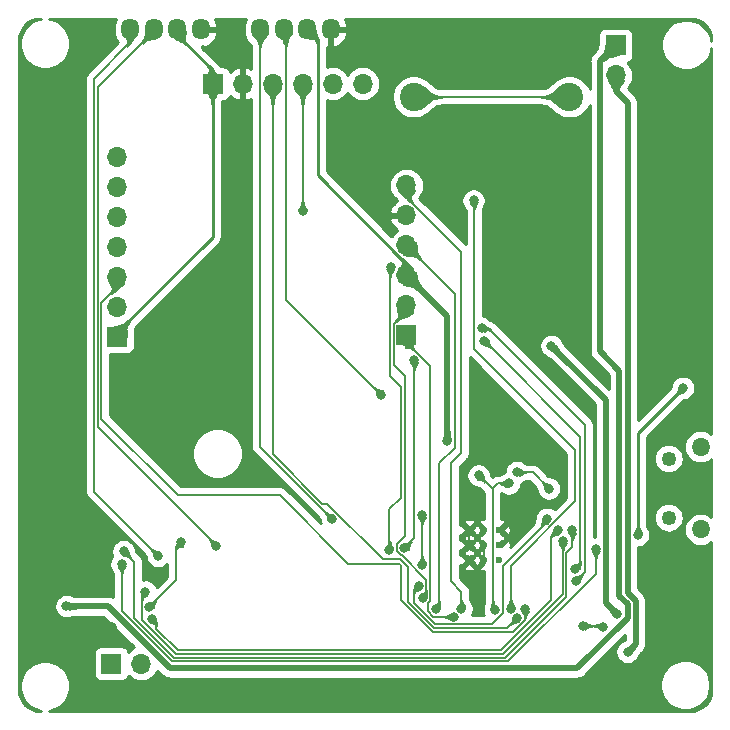
<source format=gbl>
G04 #@! TF.GenerationSoftware,KiCad,Pcbnew,(5.1.2)-1*
G04 #@! TF.CreationDate,2023-10-16T21:57:52+09:00*
G04 #@! TF.ProjectId,projectionball,70726f6a-6563-4746-996f-6e62616c6c2e,7.4*
G04 #@! TF.SameCoordinates,Original*
G04 #@! TF.FileFunction,Copper,L2,Bot*
G04 #@! TF.FilePolarity,Positive*
%FSLAX46Y46*%
G04 Gerber Fmt 4.6, Leading zero omitted, Abs format (unit mm)*
G04 Created by KiCad (PCBNEW (5.1.2)-1) date 2023-10-16 21:57:52*
%MOMM*%
%LPD*%
G04 APERTURE LIST*
%ADD10O,1.700000X1.700000*%
%ADD11R,1.700000X1.700000*%
%ADD12O,1.524000X1.800000*%
%ADD13C,0.600000*%
%ADD14C,2.400000*%
%ADD15O,1.250000X1.250000*%
%ADD16O,1.550000X1.550000*%
%ADD17C,0.800000*%
%ADD18C,0.200000*%
%ADD19C,0.250000*%
%ADD20C,0.500000*%
%ADD21C,0.254000*%
%ADD22C,0.025400*%
G04 APERTURE END LIST*
D10*
X143500000Y-97300000D03*
X143500000Y-99840000D03*
X143500000Y-102380000D03*
X143500000Y-104920000D03*
X143500000Y-107460000D03*
D11*
X143500000Y-110000000D03*
D12*
X126100000Y-84100000D03*
X124100000Y-84100000D03*
X122100000Y-84100000D03*
X120100000Y-84100000D03*
X137100000Y-84100000D03*
X135100000Y-84100000D03*
X133100000Y-84100000D03*
X131100000Y-84100000D03*
D10*
X161200000Y-88000000D03*
D11*
X161200000Y-85460000D03*
D10*
X119000000Y-94860000D03*
X119000000Y-97400000D03*
X119000000Y-99940000D03*
X119000000Y-102480000D03*
X119000000Y-105020000D03*
X119000000Y-107560000D03*
D11*
X119000000Y-110100000D03*
D13*
X151375000Y-129037000D03*
X150100000Y-129037000D03*
X148825000Y-129037000D03*
X151375000Y-127762000D03*
X150100000Y-127762000D03*
X148825000Y-127762000D03*
X151375000Y-126487000D03*
X150100000Y-126487000D03*
X148825000Y-126487000D03*
D14*
X144100000Y-89800000D03*
X157300000Y-89800000D03*
D11*
X127080000Y-88700000D03*
D10*
X129620000Y-88700000D03*
X132160000Y-88700000D03*
X134700000Y-88700000D03*
X137240000Y-88700000D03*
X139780000Y-88700000D03*
D15*
X165702000Y-120436000D03*
X165702000Y-125436000D03*
D16*
X168402000Y-119436000D03*
X168402000Y-126436000D03*
D10*
X121040000Y-137800000D03*
D11*
X118500000Y-137800000D03*
D17*
X165450000Y-118360000D03*
X111250000Y-128520000D03*
X111250000Y-132120000D03*
X112960000Y-116300000D03*
X120060000Y-116210000D03*
X158020000Y-97850000D03*
X157060000Y-114500000D03*
X165880000Y-109090000D03*
X142200000Y-139450000D03*
X115640000Y-93200000D03*
X163600000Y-130840000D03*
X141090000Y-93640000D03*
X163830000Y-88680000D03*
X165960000Y-93040000D03*
X167940000Y-100210000D03*
X166020000Y-103550000D03*
X153070000Y-105000000D03*
X118535000Y-134655000D03*
X152490000Y-116540000D03*
X146928100Y-118918600D03*
X163101700Y-126894000D03*
X166910800Y-114450000D03*
X114713700Y-132925900D03*
X162216500Y-136802100D03*
X158414900Y-134582300D03*
X160163600Y-134700300D03*
X143326600Y-128020000D03*
X144147200Y-112115300D03*
X142056700Y-128205300D03*
X142163700Y-104232000D03*
X144527500Y-131207900D03*
X155405150Y-125547965D03*
X161328400Y-133616200D03*
X155767700Y-110896500D03*
X119551500Y-128268100D03*
X157540000Y-126520000D03*
X119386200Y-129372700D03*
X159530023Y-128081584D03*
X156728300Y-127428700D03*
X121378200Y-131692500D03*
X121913700Y-133983300D03*
X156290000Y-126480004D03*
X121716700Y-133005400D03*
X124428000Y-127528000D03*
X152877600Y-133894600D03*
X134700000Y-99488400D03*
X147524700Y-133832300D03*
X144868700Y-132211600D03*
X145988900Y-133160500D03*
X148152200Y-133158100D03*
X141356700Y-115019600D03*
X137196100Y-125555500D03*
X127410000Y-127850000D03*
X122468500Y-128667000D03*
X153555400Y-133148500D03*
X144816500Y-125222300D03*
X144816500Y-129465400D03*
X155557800Y-122971600D03*
X152851400Y-121591300D03*
X150980100Y-133273700D03*
X149615400Y-121849900D03*
X152167195Y-122532195D03*
X149188200Y-98570000D03*
X152314700Y-133153100D03*
X149859200Y-109399400D03*
X157815400Y-130789900D03*
X150056700Y-110451300D03*
X157805300Y-129767300D03*
D18*
X148825000Y-127762000D02*
X148825000Y-126487000D01*
X150100000Y-127762000D02*
X150100000Y-129037000D01*
X129620000Y-87629700D02*
X129620000Y-88700000D01*
X127920000Y-85929700D02*
X129620000Y-87629700D01*
X126100000Y-84100000D02*
X127920000Y-84100000D01*
X127920000Y-84100000D02*
X127920000Y-85929700D01*
D19*
X143500000Y-104920000D02*
X143500000Y-103794700D01*
X135100000Y-84100000D02*
X135970000Y-84970000D01*
X135970000Y-84970000D02*
X135970000Y-96441600D01*
X135970000Y-96441600D02*
X143323100Y-103794700D01*
X143323100Y-103794700D02*
X143500000Y-103794700D01*
X166910800Y-114450000D02*
X163101700Y-118259100D01*
X163101700Y-118259100D02*
X163101700Y-126894000D01*
X124100000Y-84594700D02*
X124100000Y-84100000D01*
X127080000Y-88700000D02*
X127080000Y-87574700D01*
X127080000Y-87574700D02*
X124100000Y-84594700D01*
D20*
X146928100Y-108348100D02*
X146928100Y-118918600D01*
X143500000Y-104920000D02*
X146928100Y-108348100D01*
D19*
X127080000Y-101676000D02*
X127080000Y-88700000D01*
X119000000Y-109756000D02*
X127080000Y-101676000D01*
X119500000Y-110100000D02*
X119000000Y-110100000D01*
X119000000Y-110100000D02*
X119000000Y-109756000D01*
D20*
X114713700Y-132925900D02*
X118206300Y-132925900D01*
X118206300Y-132925900D02*
X123457800Y-138177400D01*
X123457800Y-138177400D02*
X157948600Y-138177400D01*
X157948600Y-138177400D02*
X162223800Y-133902200D01*
X162223800Y-133902200D02*
X162223800Y-132743900D01*
X162223800Y-132743900D02*
X161536200Y-132056300D01*
X161536200Y-132056300D02*
X161536200Y-112997600D01*
X161536200Y-112997600D02*
X159884700Y-111346100D01*
X159884700Y-111346100D02*
X159884700Y-86775300D01*
X159884700Y-86775300D02*
X161200000Y-85460000D01*
X162216500Y-136802100D02*
X162904100Y-136114500D01*
X162904100Y-136114500D02*
X162904100Y-132462000D01*
X162904100Y-132462000D02*
X162216600Y-131774500D01*
X162216600Y-131774500D02*
X162216600Y-90296900D01*
X162216600Y-90296900D02*
X161200000Y-89280300D01*
X161200000Y-88000000D02*
X161200000Y-89280300D01*
D18*
X157300000Y-89800000D02*
X144100000Y-89800000D01*
X158414900Y-134582300D02*
X160045600Y-134582300D01*
X160045600Y-134582300D02*
X160163600Y-134700300D01*
X144147200Y-112115300D02*
X144147200Y-127199400D01*
X144147200Y-127199400D02*
X143326600Y-128020000D01*
X142163700Y-104232000D02*
X142109200Y-104286500D01*
X142109200Y-104286500D02*
X142109200Y-113448100D01*
X142109200Y-113448100D02*
X143021800Y-114360700D01*
X143021800Y-114360700D02*
X143021800Y-123779400D01*
X143021800Y-123779400D02*
X142056700Y-124744500D01*
X142056700Y-124744500D02*
X142056700Y-128205300D01*
X151694400Y-133535800D02*
X151694400Y-129540300D01*
X155005151Y-125947964D02*
X155405150Y-125547965D01*
X144127501Y-131607899D02*
X144127501Y-132629401D01*
X144127501Y-132629401D02*
X145950700Y-134452600D01*
X150777600Y-134452600D02*
X151694400Y-133535800D01*
X145950700Y-134452600D02*
X150777600Y-134452600D01*
X144527500Y-131207900D02*
X144127501Y-131607899D01*
X155005151Y-126229549D02*
X155005151Y-125947964D01*
X151694400Y-129540300D02*
X155005151Y-126229549D01*
D20*
X156167699Y-111296499D02*
X155767700Y-110896500D01*
X160360024Y-132647824D02*
X160360024Y-115488824D01*
X161328400Y-133616200D02*
X160360024Y-132647824D01*
X160360024Y-115488824D02*
X156167699Y-111296499D01*
D18*
X157540000Y-127925685D02*
X157540000Y-127085685D01*
X119551500Y-128268100D02*
X120464300Y-129180900D01*
X151883600Y-137293900D02*
X157048700Y-132128800D01*
X157048700Y-128416985D02*
X157540000Y-127925685D01*
X157048700Y-132128800D02*
X157048700Y-128416985D01*
X120464300Y-129180900D02*
X120464300Y-133905600D01*
X120464300Y-133905600D02*
X123852600Y-137293900D01*
X157540000Y-127085685D02*
X157540000Y-126520000D01*
X123852600Y-137293900D02*
X151883600Y-137293900D01*
X152107100Y-137614300D02*
X159530023Y-130191377D01*
X119386200Y-129372700D02*
X119386200Y-133355600D01*
X159530023Y-128647269D02*
X159530023Y-128081584D01*
X123644900Y-137614300D02*
X152107100Y-137614300D01*
X119386200Y-133355600D02*
X123644900Y-137614300D01*
X159530023Y-130191377D02*
X159530023Y-128647269D01*
X121378200Y-131692500D02*
X121096400Y-131974300D01*
X121096400Y-131974300D02*
X121096400Y-134082200D01*
X121096400Y-134082200D02*
X123985400Y-136971200D01*
X123985400Y-136971200D02*
X151680200Y-136971200D01*
X151680200Y-136971200D02*
X156728300Y-131923100D01*
X156728300Y-131923100D02*
X156728300Y-127428700D01*
X122313699Y-134383299D02*
X122313699Y-134846399D01*
X155720001Y-127050003D02*
X155890001Y-126880003D01*
X151500900Y-136650800D02*
X155720001Y-132431699D01*
X122313699Y-134846399D02*
X124118100Y-136650800D01*
X124118100Y-136650800D02*
X151500900Y-136650800D01*
X155890001Y-126880003D02*
X156290000Y-126480004D01*
X155720001Y-132431699D02*
X155720001Y-127050003D01*
X121913700Y-133983300D02*
X122313699Y-134383299D01*
X124028001Y-127927999D02*
X124428000Y-127528000D01*
X121716700Y-133005400D02*
X123980000Y-130742100D01*
X123980000Y-127976000D02*
X124028001Y-127927999D01*
X123980000Y-130742100D02*
X123980000Y-127976000D01*
X152877600Y-133894600D02*
X151999300Y-134772900D01*
X151999300Y-134772900D02*
X145818100Y-134772900D01*
X145818100Y-134772900D02*
X143655100Y-132609900D01*
X143655100Y-132609900D02*
X143655100Y-129651900D01*
X143655100Y-129651900D02*
X142963800Y-128960600D01*
X142963800Y-128960600D02*
X141478400Y-128960600D01*
X141478400Y-128960600D02*
X136795800Y-124278000D01*
X136795800Y-124278000D02*
X136377300Y-124278000D01*
X136377300Y-124278000D02*
X132160000Y-120060700D01*
X132160000Y-120060700D02*
X132160000Y-88700000D01*
X134700000Y-88700000D02*
X134700000Y-99488400D01*
X147524700Y-133832300D02*
X145783300Y-133832300D01*
X145783300Y-133832300D02*
X145318200Y-133367200D01*
X145318200Y-133367200D02*
X145318200Y-132655600D01*
X145318200Y-132655600D02*
X145513500Y-132460300D01*
X145513500Y-132460300D02*
X145513500Y-112604400D01*
X145513500Y-112604400D02*
X143979400Y-111070300D01*
X143979400Y-111070300D02*
X143500000Y-111070300D01*
X143500000Y-110000000D02*
X143500000Y-111070300D01*
X143500000Y-107930000D02*
X143500000Y-107460000D01*
X142429600Y-109000400D02*
X143500000Y-107930000D01*
X142429600Y-112488500D02*
X142429600Y-109000400D01*
X143342200Y-127012500D02*
X143342200Y-113401100D01*
X144868700Y-132211600D02*
X145178200Y-131902100D01*
X145178200Y-130722100D02*
X143096400Y-128640300D01*
X145178200Y-131902100D02*
X145178200Y-130722100D01*
X143096400Y-128640300D02*
X143069800Y-128640300D01*
X143342200Y-113401100D02*
X142429600Y-112488500D01*
X143069800Y-128640300D02*
X142706300Y-128276800D01*
X142706300Y-127648400D02*
X143342200Y-127012500D01*
X142706300Y-128276800D02*
X142706300Y-127648400D01*
X147578400Y-106458400D02*
X143500000Y-102380000D01*
X147578400Y-119531600D02*
X147578400Y-106458400D01*
X146280000Y-120830000D02*
X147578400Y-119531600D01*
X145988900Y-133160500D02*
X146280000Y-132869400D01*
X146280000Y-132869400D02*
X146280000Y-120830000D01*
X148140000Y-133145900D02*
X148152200Y-133158100D01*
X148140000Y-131700000D02*
X148140000Y-133145900D01*
X147270000Y-130830000D02*
X148140000Y-131700000D01*
X143500000Y-98370300D02*
X143568900Y-98370300D01*
X143500000Y-97300000D02*
X143500000Y-98370300D01*
X143568900Y-98370300D02*
X148140000Y-102941400D01*
X148140000Y-102941400D02*
X148140000Y-119940000D01*
X148140000Y-119940000D02*
X147270000Y-120810000D01*
X147270000Y-120810000D02*
X147270000Y-130830000D01*
X133100000Y-84100000D02*
X133100000Y-85220300D01*
X141356700Y-115019600D02*
X133316700Y-106979600D01*
X133316700Y-106979600D02*
X133316700Y-85437000D01*
X133316700Y-85437000D02*
X133100000Y-85220300D01*
X131100000Y-84100000D02*
X131100000Y-85220300D01*
X137196100Y-125555500D02*
X131089600Y-119449000D01*
X131089600Y-119449000D02*
X131089600Y-85230700D01*
X131089600Y-85230700D02*
X131100000Y-85220300D01*
X127010001Y-127450001D02*
X127410000Y-127850000D01*
X117349989Y-117789989D02*
X127010001Y-127450001D01*
X117349989Y-88988011D02*
X117349989Y-117789989D01*
X122100000Y-84238000D02*
X117349989Y-88988011D01*
X122100000Y-84100000D02*
X122100000Y-84238000D01*
X117029978Y-123228478D02*
X122068501Y-128267001D01*
X117029978Y-88270022D02*
X117029978Y-123228478D01*
X120100000Y-85200000D02*
X117029978Y-88270022D01*
X120100000Y-84100000D02*
X120100000Y-85200000D01*
X122068501Y-128267001D02*
X122468500Y-128667000D01*
X119000000Y-105020000D02*
X119500000Y-105020000D01*
X117670000Y-107250000D02*
X119000000Y-105920000D01*
X117670000Y-117042600D02*
X117670000Y-107250000D01*
X138583600Y-129319600D02*
X132754700Y-123490700D01*
X143014800Y-132437700D02*
X143014800Y-129464700D01*
X119000000Y-105920000D02*
X119000000Y-105020000D01*
X132754700Y-123490700D02*
X124118100Y-123490700D01*
X153555400Y-134096400D02*
X152522300Y-135129500D01*
X124118100Y-123490700D02*
X117670000Y-117042600D01*
X152522300Y-135129500D02*
X145706600Y-135129500D01*
X143014800Y-129464700D02*
X142869700Y-129319600D01*
X153555400Y-133148500D02*
X153555400Y-134096400D01*
X145706600Y-135129500D02*
X143014800Y-132437700D01*
X142869700Y-129319600D02*
X138583600Y-129319600D01*
X144816500Y-125222300D02*
X144816500Y-129465400D01*
X152851400Y-121591300D02*
X154177500Y-121591300D01*
X154177500Y-121591300D02*
X155557800Y-122971600D01*
X150800700Y-122957800D02*
X150723300Y-122957800D01*
X150723300Y-122957800D02*
X149615400Y-121849900D01*
X150800700Y-122957800D02*
X150800700Y-133094300D01*
X150800700Y-133094300D02*
X150980100Y-133273700D01*
X151601510Y-122532195D02*
X152167195Y-122532195D01*
X150800700Y-122957800D02*
X151226305Y-122532195D01*
X151226305Y-122532195D02*
X151601510Y-122532195D01*
X152314700Y-132587415D02*
X152314700Y-133153100D01*
X152314700Y-129517696D02*
X152314700Y-132587415D01*
X149188200Y-98570000D02*
X149188200Y-99135685D01*
X149238900Y-99186385D02*
X149238900Y-111198900D01*
X149238900Y-111198900D02*
X157780000Y-119740000D01*
X149188200Y-99135685D02*
X149238900Y-99186385D01*
X157780000Y-119740000D02*
X157780000Y-124052396D01*
X157780000Y-124052396D02*
X152314700Y-129517696D01*
X150424885Y-109399400D02*
X149859200Y-109399400D01*
X158601400Y-117575915D02*
X150424885Y-109399400D01*
X157815400Y-130789900D02*
X158601400Y-130003900D01*
X158601400Y-130003900D02*
X158601400Y-117575915D01*
X158205299Y-118599899D02*
X150456699Y-110851299D01*
X150456699Y-110851299D02*
X150056700Y-110451300D01*
X158205299Y-129367301D02*
X158205299Y-118599899D01*
X157805300Y-129767300D02*
X158205299Y-129367301D01*
D21*
G36*
X112277244Y-83247047D02*
G01*
X111888698Y-83407988D01*
X111539017Y-83641637D01*
X111241637Y-83939017D01*
X111007988Y-84288698D01*
X110847047Y-84677244D01*
X110765000Y-85089721D01*
X110765000Y-85510279D01*
X110847047Y-85922756D01*
X111007988Y-86311302D01*
X111241637Y-86660983D01*
X111539017Y-86958363D01*
X111888698Y-87192012D01*
X112277244Y-87352953D01*
X112689721Y-87435000D01*
X113110279Y-87435000D01*
X113522756Y-87352953D01*
X113911302Y-87192012D01*
X114260983Y-86958363D01*
X114558363Y-86660983D01*
X114792012Y-86311302D01*
X114952953Y-85922756D01*
X115035000Y-85510279D01*
X115035000Y-85089721D01*
X114952953Y-84677244D01*
X114792012Y-84288698D01*
X114558363Y-83939017D01*
X114260983Y-83641637D01*
X113911302Y-83407988D01*
X113522756Y-83247047D01*
X113210826Y-83185000D01*
X118931274Y-83185000D01*
X118803096Y-83424806D01*
X118723214Y-83688141D01*
X118703000Y-83893376D01*
X118703000Y-84306625D01*
X118723214Y-84511860D01*
X118803096Y-84775195D01*
X118932817Y-85017887D01*
X119072483Y-85188070D01*
X116535786Y-87724768D01*
X116507740Y-87747785D01*
X116415891Y-87859703D01*
X116347641Y-87987390D01*
X116322961Y-88068748D01*
X116305613Y-88125937D01*
X116291422Y-88270022D01*
X116294978Y-88306127D01*
X116294979Y-123192363D01*
X116291422Y-123228478D01*
X116305613Y-123372563D01*
X116338216Y-123480037D01*
X116347642Y-123511111D01*
X116415892Y-123638798D01*
X116507741Y-123750716D01*
X116535786Y-123773732D01*
X121373828Y-128611775D01*
X121402436Y-128642845D01*
X121403802Y-128649261D01*
X121412574Y-128698138D01*
X121413886Y-128705216D01*
X121426059Y-128768886D01*
X121432030Y-128796719D01*
X121448737Y-128866889D01*
X121459645Y-128906865D01*
X121463282Y-128918663D01*
X121473274Y-128968898D01*
X121551295Y-129157256D01*
X121664563Y-129326774D01*
X121808726Y-129470937D01*
X121978244Y-129584205D01*
X122166602Y-129662226D01*
X122366561Y-129702000D01*
X122570439Y-129702000D01*
X122770398Y-129662226D01*
X122958756Y-129584205D01*
X123128274Y-129470937D01*
X123245001Y-129354210D01*
X123245000Y-130437653D01*
X122349592Y-131333062D01*
X122295405Y-131202244D01*
X122182137Y-131032726D01*
X122037974Y-130888563D01*
X121868456Y-130775295D01*
X121680098Y-130697274D01*
X121480139Y-130657500D01*
X121276261Y-130657500D01*
X121199300Y-130672808D01*
X121199300Y-129216996D01*
X121202855Y-129180899D01*
X121199300Y-129144802D01*
X121199300Y-129144795D01*
X121188665Y-129036815D01*
X121186720Y-129030401D01*
X121168264Y-128969563D01*
X121146637Y-128898267D01*
X121078387Y-128770580D01*
X121045149Y-128730080D01*
X121009553Y-128686706D01*
X121009550Y-128686703D01*
X120986537Y-128658662D01*
X120958497Y-128635650D01*
X120639348Y-128316501D01*
X120615636Y-128290691D01*
X120615176Y-128288424D01*
X120606878Y-128239776D01*
X120605395Y-128231418D01*
X120593786Y-128168452D01*
X120587633Y-128139006D01*
X120571423Y-128069681D01*
X120560175Y-128028017D01*
X120556895Y-128017326D01*
X120546726Y-127966202D01*
X120468705Y-127777844D01*
X120355437Y-127608326D01*
X120211274Y-127464163D01*
X120041756Y-127350895D01*
X119853398Y-127272874D01*
X119653439Y-127233100D01*
X119449561Y-127233100D01*
X119249602Y-127272874D01*
X119061244Y-127350895D01*
X118891726Y-127464163D01*
X118747563Y-127608326D01*
X118634295Y-127777844D01*
X118556274Y-127966202D01*
X118516500Y-128166161D01*
X118516500Y-128370039D01*
X118556274Y-128569998D01*
X118605749Y-128689440D01*
X118582263Y-128712926D01*
X118468995Y-128882444D01*
X118390974Y-129070802D01*
X118351200Y-129270761D01*
X118351200Y-129474639D01*
X118390974Y-129674598D01*
X118468995Y-129862956D01*
X118497951Y-129906292D01*
X118503191Y-129916170D01*
X118524702Y-129953593D01*
X118562260Y-130014075D01*
X118578728Y-130039244D01*
X118615043Y-130091977D01*
X118619906Y-130098938D01*
X118648431Y-130139196D01*
X118649717Y-130141135D01*
X118651200Y-130176149D01*
X118651201Y-132160214D01*
X118546613Y-132104311D01*
X118379790Y-132053705D01*
X118249777Y-132040900D01*
X118249769Y-132040900D01*
X118206300Y-132036619D01*
X118162831Y-132040900D01*
X115505091Y-132040900D01*
X115423468Y-132040544D01*
X115359667Y-132039326D01*
X115312539Y-132037218D01*
X115280998Y-132034576D01*
X115262369Y-132032023D01*
X115251706Y-132029859D01*
X115242280Y-132027256D01*
X115227389Y-132022060D01*
X115218391Y-132018340D01*
X115203956Y-132008695D01*
X115015598Y-131930674D01*
X114815639Y-131890900D01*
X114611761Y-131890900D01*
X114411802Y-131930674D01*
X114223444Y-132008695D01*
X114053926Y-132121963D01*
X113909763Y-132266126D01*
X113796495Y-132435644D01*
X113718474Y-132624002D01*
X113678700Y-132823961D01*
X113678700Y-133027839D01*
X113718474Y-133227798D01*
X113796495Y-133416156D01*
X113909763Y-133585674D01*
X114053926Y-133729837D01*
X114223444Y-133843105D01*
X114411802Y-133921126D01*
X114611761Y-133960900D01*
X114815639Y-133960900D01*
X115015598Y-133921126D01*
X115203956Y-133843105D01*
X115218394Y-133833458D01*
X115227389Y-133829739D01*
X115242280Y-133824543D01*
X115251706Y-133821940D01*
X115262369Y-133819776D01*
X115280998Y-133817223D01*
X115312539Y-133814581D01*
X115359667Y-133812473D01*
X115423466Y-133811255D01*
X115505081Y-133810900D01*
X117839722Y-133810900D01*
X120456751Y-136427930D01*
X120210986Y-136559294D01*
X119984866Y-136744866D01*
X119960393Y-136774687D01*
X119939502Y-136705820D01*
X119880537Y-136595506D01*
X119801185Y-136498815D01*
X119704494Y-136419463D01*
X119594180Y-136360498D01*
X119474482Y-136324188D01*
X119350000Y-136311928D01*
X117650000Y-136311928D01*
X117525518Y-136324188D01*
X117405820Y-136360498D01*
X117295506Y-136419463D01*
X117198815Y-136498815D01*
X117119463Y-136595506D01*
X117060498Y-136705820D01*
X117024188Y-136825518D01*
X117011928Y-136950000D01*
X117011928Y-138650000D01*
X117024188Y-138774482D01*
X117060498Y-138894180D01*
X117119463Y-139004494D01*
X117198815Y-139101185D01*
X117295506Y-139180537D01*
X117405820Y-139239502D01*
X117525518Y-139275812D01*
X117650000Y-139288072D01*
X119350000Y-139288072D01*
X119474482Y-139275812D01*
X119594180Y-139239502D01*
X119704494Y-139180537D01*
X119801185Y-139101185D01*
X119880537Y-139004494D01*
X119939502Y-138894180D01*
X119960393Y-138825313D01*
X119984866Y-138855134D01*
X120210986Y-139040706D01*
X120468966Y-139178599D01*
X120748889Y-139263513D01*
X120967050Y-139285000D01*
X121112950Y-139285000D01*
X121331111Y-139263513D01*
X121611034Y-139178599D01*
X121869014Y-139040706D01*
X122095134Y-138855134D01*
X122280706Y-138629014D01*
X122412070Y-138383249D01*
X122801270Y-138772449D01*
X122828983Y-138806217D01*
X122862751Y-138833930D01*
X122862753Y-138833932D01*
X122963741Y-138916811D01*
X123117486Y-138998989D01*
X123255007Y-139040706D01*
X123284310Y-139049595D01*
X123414323Y-139062400D01*
X123414331Y-139062400D01*
X123457800Y-139066681D01*
X123501269Y-139062400D01*
X157905131Y-139062400D01*
X157948600Y-139066681D01*
X157992069Y-139062400D01*
X157992077Y-139062400D01*
X158122090Y-139049595D01*
X158288913Y-138998989D01*
X158442659Y-138916811D01*
X158577417Y-138806217D01*
X158605134Y-138772444D01*
X162019100Y-135358479D01*
X162019100Y-135743360D01*
X162011550Y-135750263D01*
X161987375Y-135770702D01*
X161972402Y-135782066D01*
X161963328Y-135788078D01*
X161954828Y-135792899D01*
X161940629Y-135799752D01*
X161931630Y-135803487D01*
X161914602Y-135806874D01*
X161726244Y-135884895D01*
X161556726Y-135998163D01*
X161412563Y-136142326D01*
X161299295Y-136311844D01*
X161221274Y-136500202D01*
X161181500Y-136700161D01*
X161181500Y-136904039D01*
X161221274Y-137103998D01*
X161299295Y-137292356D01*
X161412563Y-137461874D01*
X161556726Y-137606037D01*
X161726244Y-137719305D01*
X161914602Y-137797326D01*
X162114561Y-137837100D01*
X162318439Y-137837100D01*
X162518398Y-137797326D01*
X162706756Y-137719305D01*
X162876274Y-137606037D01*
X163020437Y-137461874D01*
X163133705Y-137292356D01*
X163211726Y-137103998D01*
X163215114Y-137086964D01*
X163218847Y-137077970D01*
X163225700Y-137063771D01*
X163230521Y-137055271D01*
X163236533Y-137046197D01*
X163247897Y-137031224D01*
X163268336Y-137007049D01*
X163300163Y-136972239D01*
X163344438Y-136926241D01*
X163401839Y-136868340D01*
X163499150Y-136771029D01*
X163532917Y-136743317D01*
X163563691Y-136705820D01*
X163627055Y-136628610D01*
X163643511Y-136608559D01*
X163725689Y-136454813D01*
X163776295Y-136287990D01*
X163789100Y-136157977D01*
X163789100Y-136157967D01*
X163793381Y-136114501D01*
X163789100Y-136071035D01*
X163789100Y-132505469D01*
X163793381Y-132462000D01*
X163789100Y-132418531D01*
X163789100Y-132418523D01*
X163776295Y-132288510D01*
X163725689Y-132121687D01*
X163643511Y-131967941D01*
X163638547Y-131961892D01*
X163560632Y-131866953D01*
X163560630Y-131866951D01*
X163532917Y-131833183D01*
X163499149Y-131805470D01*
X163101600Y-131407922D01*
X163101600Y-127929000D01*
X163203639Y-127929000D01*
X163403598Y-127889226D01*
X163591956Y-127811205D01*
X163761474Y-127697937D01*
X163905637Y-127553774D01*
X164018905Y-127384256D01*
X164096926Y-127195898D01*
X164136700Y-126995939D01*
X164136700Y-126792061D01*
X164096926Y-126592102D01*
X164018905Y-126403744D01*
X163992783Y-126364650D01*
X163988528Y-126356477D01*
X163972636Y-126327788D01*
X163937472Y-126268004D01*
X163927028Y-126250872D01*
X163893712Y-126198118D01*
X163893621Y-126197974D01*
X163869363Y-126159585D01*
X163864451Y-126151099D01*
X163863553Y-126143855D01*
X163861700Y-126092529D01*
X163861700Y-125436000D01*
X164435904Y-125436000D01*
X164460232Y-125683003D01*
X164532280Y-125920514D01*
X164649280Y-126139405D01*
X164806735Y-126331265D01*
X164998595Y-126488720D01*
X165217486Y-126605720D01*
X165454997Y-126677768D01*
X165640107Y-126696000D01*
X165763893Y-126696000D01*
X165949003Y-126677768D01*
X166186514Y-126605720D01*
X166405405Y-126488720D01*
X166597265Y-126331265D01*
X166754720Y-126139405D01*
X166871720Y-125920514D01*
X166943768Y-125683003D01*
X166968096Y-125436000D01*
X166943768Y-125188997D01*
X166871720Y-124951486D01*
X166754720Y-124732595D01*
X166597265Y-124540735D01*
X166405405Y-124383280D01*
X166186514Y-124266280D01*
X165949003Y-124194232D01*
X165763893Y-124176000D01*
X165640107Y-124176000D01*
X165454997Y-124194232D01*
X165217486Y-124266280D01*
X164998595Y-124383280D01*
X164806735Y-124540735D01*
X164649280Y-124732595D01*
X164532280Y-124951486D01*
X164460232Y-125188997D01*
X164435904Y-125436000D01*
X163861700Y-125436000D01*
X163861700Y-120436000D01*
X164435904Y-120436000D01*
X164460232Y-120683003D01*
X164532280Y-120920514D01*
X164649280Y-121139405D01*
X164806735Y-121331265D01*
X164998595Y-121488720D01*
X165217486Y-121605720D01*
X165454997Y-121677768D01*
X165640107Y-121696000D01*
X165763893Y-121696000D01*
X165949003Y-121677768D01*
X166186514Y-121605720D01*
X166405405Y-121488720D01*
X166597265Y-121331265D01*
X166754720Y-121139405D01*
X166871720Y-120920514D01*
X166943768Y-120683003D01*
X166968096Y-120436000D01*
X166943768Y-120188997D01*
X166871720Y-119951486D01*
X166754720Y-119732595D01*
X166597265Y-119540735D01*
X166405405Y-119383280D01*
X166186514Y-119266280D01*
X165949003Y-119194232D01*
X165763893Y-119176000D01*
X165640107Y-119176000D01*
X165454997Y-119194232D01*
X165217486Y-119266280D01*
X164998595Y-119383280D01*
X164806735Y-119540735D01*
X164649280Y-119732595D01*
X164532280Y-119951486D01*
X164460232Y-120188997D01*
X164435904Y-120436000D01*
X163861700Y-120436000D01*
X163861700Y-118573901D01*
X166881471Y-115554131D01*
X166919078Y-115519145D01*
X166924838Y-115514655D01*
X166934311Y-115512128D01*
X166978599Y-115502139D01*
X166978788Y-115502097D01*
X167039648Y-115488351D01*
X167059124Y-115483627D01*
X167126263Y-115466219D01*
X167157794Y-115457169D01*
X167166581Y-115454399D01*
X167212698Y-115445226D01*
X167401056Y-115367205D01*
X167570574Y-115253937D01*
X167714737Y-115109774D01*
X167828005Y-114940256D01*
X167906026Y-114751898D01*
X167945800Y-114551939D01*
X167945800Y-114348061D01*
X167906026Y-114148102D01*
X167828005Y-113959744D01*
X167714737Y-113790226D01*
X167570574Y-113646063D01*
X167401056Y-113532795D01*
X167212698Y-113454774D01*
X167012739Y-113415000D01*
X166808861Y-113415000D01*
X166608902Y-113454774D01*
X166420544Y-113532795D01*
X166251026Y-113646063D01*
X166106863Y-113790226D01*
X165993595Y-113959744D01*
X165915574Y-114148102D01*
X165906403Y-114194211D01*
X165903633Y-114202996D01*
X165894580Y-114234536D01*
X165877172Y-114301675D01*
X165872448Y-114321151D01*
X165858702Y-114382011D01*
X165858660Y-114382200D01*
X165848671Y-114426488D01*
X165846144Y-114435961D01*
X165841648Y-114441729D01*
X165806674Y-114479324D01*
X163101600Y-117184399D01*
X163101600Y-90340369D01*
X163105881Y-90296900D01*
X163101600Y-90253431D01*
X163101600Y-90253423D01*
X163088795Y-90123410D01*
X163058603Y-90023882D01*
X163038189Y-89956586D01*
X162956011Y-89802841D01*
X162873132Y-89701853D01*
X162873130Y-89701851D01*
X162845417Y-89668083D01*
X162811649Y-89640370D01*
X162252754Y-89081476D01*
X162326050Y-88985551D01*
X162343511Y-88961557D01*
X162406116Y-88871162D01*
X162440706Y-88829014D01*
X162578599Y-88571034D01*
X162663513Y-88291111D01*
X162692185Y-88000000D01*
X162663513Y-87708889D01*
X162578599Y-87428966D01*
X162440706Y-87170986D01*
X162255134Y-86944866D01*
X162225313Y-86920393D01*
X162294180Y-86899502D01*
X162404494Y-86840537D01*
X162501185Y-86761185D01*
X162580537Y-86664494D01*
X162639502Y-86554180D01*
X162675812Y-86434482D01*
X162688072Y-86310000D01*
X162688072Y-84610000D01*
X162675812Y-84485518D01*
X162639502Y-84365820D01*
X162580537Y-84255506D01*
X162501185Y-84158815D01*
X162404494Y-84079463D01*
X162294180Y-84020498D01*
X162174482Y-83984188D01*
X162050000Y-83971928D01*
X160350000Y-83971928D01*
X160225518Y-83984188D01*
X160105820Y-84020498D01*
X159995506Y-84079463D01*
X159898815Y-84158815D01*
X159819463Y-84255506D01*
X159760498Y-84365820D01*
X159724188Y-84485518D01*
X159711928Y-84610000D01*
X159711928Y-85261147D01*
X159693906Y-85332140D01*
X159688815Y-85353775D01*
X159660304Y-85485217D01*
X159659885Y-85487165D01*
X159636364Y-85597269D01*
X159616060Y-85677565D01*
X159596539Y-85735420D01*
X159573235Y-85785909D01*
X159536906Y-85845267D01*
X159475441Y-85924849D01*
X159370789Y-86037632D01*
X159289651Y-86118771D01*
X159255884Y-86146483D01*
X159228171Y-86180251D01*
X159228168Y-86180254D01*
X159145290Y-86281241D01*
X159063112Y-86434987D01*
X159012505Y-86601810D01*
X158995419Y-86775300D01*
X158999701Y-86818779D01*
X158999701Y-89108354D01*
X158926156Y-88930801D01*
X158725338Y-88630256D01*
X158469744Y-88374662D01*
X158169199Y-88173844D01*
X157835250Y-88035518D01*
X157480732Y-87965000D01*
X157119268Y-87965000D01*
X156764750Y-88035518D01*
X156430801Y-88173844D01*
X156326244Y-88243707D01*
X156240105Y-88291404D01*
X156182872Y-88327197D01*
X155994538Y-88459403D01*
X155952135Y-88491915D01*
X155792901Y-88625011D01*
X155771955Y-88643313D01*
X155632707Y-88770467D01*
X155516661Y-88874008D01*
X155425720Y-88943755D01*
X155346129Y-88989684D01*
X155252906Y-89024749D01*
X155115070Y-89052191D01*
X154891795Y-89065000D01*
X146508205Y-89065000D01*
X146284929Y-89052191D01*
X146147093Y-89024749D01*
X146053870Y-88989684D01*
X145974279Y-88943755D01*
X145883338Y-88874008D01*
X145767292Y-88770467D01*
X145628044Y-88643313D01*
X145607098Y-88625011D01*
X145447864Y-88491915D01*
X145405461Y-88459403D01*
X145217127Y-88327197D01*
X145159895Y-88291405D01*
X145073763Y-88243712D01*
X144969199Y-88173844D01*
X144635250Y-88035518D01*
X144280732Y-87965000D01*
X143919268Y-87965000D01*
X143564750Y-88035518D01*
X143230801Y-88173844D01*
X142930256Y-88374662D01*
X142674662Y-88630256D01*
X142473844Y-88930801D01*
X142335518Y-89264750D01*
X142265000Y-89619268D01*
X142265000Y-89980732D01*
X142335518Y-90335250D01*
X142473844Y-90669199D01*
X142674662Y-90969744D01*
X142930256Y-91225338D01*
X143230801Y-91426156D01*
X143564750Y-91564482D01*
X143919268Y-91635000D01*
X144280732Y-91635000D01*
X144635250Y-91564482D01*
X144969199Y-91426156D01*
X145073768Y-91356285D01*
X145159897Y-91308593D01*
X145217127Y-91272802D01*
X145405461Y-91140596D01*
X145447864Y-91108084D01*
X145607098Y-90974988D01*
X145628044Y-90956686D01*
X145767292Y-90829532D01*
X145883338Y-90725991D01*
X145974279Y-90656244D01*
X146053870Y-90610315D01*
X146147093Y-90575250D01*
X146284929Y-90547808D01*
X146508202Y-90535000D01*
X154891798Y-90535000D01*
X155115070Y-90547808D01*
X155252906Y-90575250D01*
X155346129Y-90610315D01*
X155425720Y-90656244D01*
X155516661Y-90725991D01*
X155632707Y-90829532D01*
X155771955Y-90956686D01*
X155792901Y-90974988D01*
X155952135Y-91108084D01*
X155994538Y-91140596D01*
X156182872Y-91272802D01*
X156240103Y-91308594D01*
X156326239Y-91356290D01*
X156430801Y-91426156D01*
X156764750Y-91564482D01*
X157119268Y-91635000D01*
X157480732Y-91635000D01*
X157835250Y-91564482D01*
X158169199Y-91426156D01*
X158469744Y-91225338D01*
X158725338Y-90969744D01*
X158926156Y-90669199D01*
X158999701Y-90491646D01*
X158999700Y-111302631D01*
X158995419Y-111346100D01*
X158999700Y-111389569D01*
X158999700Y-111389576D01*
X159008250Y-111476388D01*
X159012505Y-111519590D01*
X159023633Y-111556274D01*
X159063111Y-111686412D01*
X159145289Y-111840158D01*
X159255883Y-111974917D01*
X159289656Y-112002634D01*
X160651201Y-113364180D01*
X160651201Y-114528422D01*
X156960219Y-110837441D01*
X156901169Y-110777940D01*
X156855492Y-110730647D01*
X156822344Y-110694598D01*
X156800830Y-110669350D01*
X156788679Y-110653492D01*
X156782175Y-110643778D01*
X156777119Y-110634954D01*
X156770168Y-110620681D01*
X156766245Y-110611286D01*
X156762926Y-110594602D01*
X156684905Y-110406244D01*
X156571637Y-110236726D01*
X156427474Y-110092563D01*
X156257956Y-109979295D01*
X156069598Y-109901274D01*
X155869639Y-109861500D01*
X155665761Y-109861500D01*
X155465802Y-109901274D01*
X155277444Y-109979295D01*
X155107926Y-110092563D01*
X154963763Y-110236726D01*
X154850495Y-110406244D01*
X154772474Y-110594602D01*
X154732700Y-110794561D01*
X154732700Y-110998439D01*
X154772474Y-111198398D01*
X154850495Y-111386756D01*
X154963763Y-111556274D01*
X155107926Y-111700437D01*
X155277444Y-111813705D01*
X155465802Y-111891726D01*
X155482486Y-111895045D01*
X155491881Y-111898968D01*
X155506154Y-111905919D01*
X155514978Y-111910975D01*
X155524692Y-111917479D01*
X155540550Y-111929630D01*
X155565798Y-111951144D01*
X155601847Y-111984292D01*
X155649140Y-112029969D01*
X155708641Y-112089019D01*
X159475025Y-115855404D01*
X159475024Y-127046584D01*
X159428084Y-127046584D01*
X159336400Y-127064821D01*
X159336400Y-117612009D01*
X159339955Y-117575914D01*
X159336400Y-117539819D01*
X159336400Y-117539810D01*
X159325765Y-117431830D01*
X159283737Y-117293282D01*
X159215487Y-117165595D01*
X159123638Y-117053677D01*
X159095593Y-117030661D01*
X150970144Y-108905213D01*
X150947123Y-108877162D01*
X150835205Y-108785313D01*
X150707518Y-108717063D01*
X150615344Y-108689102D01*
X150612133Y-108686561D01*
X150582871Y-108659360D01*
X150518974Y-108595463D01*
X150349456Y-108482195D01*
X150161098Y-108404174D01*
X149973900Y-108366938D01*
X149973900Y-99358364D01*
X149975539Y-99302860D01*
X149977719Y-99281588D01*
X149981921Y-99273314D01*
X150000481Y-99240560D01*
X150029047Y-99191405D01*
X150034573Y-99181701D01*
X150067521Y-99122638D01*
X150078403Y-99102268D01*
X150081882Y-99095460D01*
X150105405Y-99060256D01*
X150183426Y-98871898D01*
X150223200Y-98671939D01*
X150223200Y-98468061D01*
X150183426Y-98268102D01*
X150105405Y-98079744D01*
X149992137Y-97910226D01*
X149847974Y-97766063D01*
X149678456Y-97652795D01*
X149490098Y-97574774D01*
X149290139Y-97535000D01*
X149086261Y-97535000D01*
X148886302Y-97574774D01*
X148697944Y-97652795D01*
X148528426Y-97766063D01*
X148384263Y-97910226D01*
X148270995Y-98079744D01*
X148192974Y-98268102D01*
X148153200Y-98468061D01*
X148153200Y-98671939D01*
X148192974Y-98871898D01*
X148270995Y-99060256D01*
X148307307Y-99114601D01*
X148312367Y-99123754D01*
X148347075Y-99179515D01*
X148388793Y-99239397D01*
X148419343Y-99279723D01*
X148461461Y-99330944D01*
X148477515Y-99349712D01*
X148488951Y-99362567D01*
X148503900Y-99411847D01*
X148503900Y-102265853D01*
X144589444Y-98351398D01*
X144650566Y-98262628D01*
X144661648Y-98245977D01*
X144722956Y-98150642D01*
X144740706Y-98129014D01*
X144878599Y-97871034D01*
X144963513Y-97591111D01*
X144992185Y-97300000D01*
X144963513Y-97008889D01*
X144878599Y-96728966D01*
X144740706Y-96470986D01*
X144555134Y-96244866D01*
X144329014Y-96059294D01*
X144071034Y-95921401D01*
X143791111Y-95836487D01*
X143572950Y-95815000D01*
X143427050Y-95815000D01*
X143208889Y-95836487D01*
X142928966Y-95921401D01*
X142670986Y-96059294D01*
X142444866Y-96244866D01*
X142259294Y-96470986D01*
X142121401Y-96728966D01*
X142036487Y-97008889D01*
X142007815Y-97300000D01*
X142036487Y-97591111D01*
X142121401Y-97871034D01*
X142259294Y-98129014D01*
X142444866Y-98355134D01*
X142505760Y-98405109D01*
X142572077Y-98470500D01*
X142579080Y-98477301D01*
X142681833Y-98575551D01*
X142688966Y-98582266D01*
X142702539Y-98594849D01*
X142618645Y-98644822D01*
X142402412Y-98839731D01*
X142228359Y-99073080D01*
X142103175Y-99335901D01*
X142058524Y-99483110D01*
X142179845Y-99713000D01*
X143373000Y-99713000D01*
X143373000Y-99693000D01*
X143627000Y-99693000D01*
X143627000Y-99713000D01*
X143647000Y-99713000D01*
X143647000Y-99967000D01*
X143627000Y-99967000D01*
X143627000Y-99987000D01*
X143373000Y-99987000D01*
X143373000Y-99967000D01*
X142179845Y-99967000D01*
X142058524Y-100196890D01*
X142103175Y-100344099D01*
X142228359Y-100606920D01*
X142402412Y-100840269D01*
X142618645Y-101035178D01*
X142735523Y-101104799D01*
X142670986Y-101139294D01*
X142444866Y-101324866D01*
X142259294Y-101550986D01*
X142222683Y-101619481D01*
X136730000Y-96126799D01*
X136730000Y-90097114D01*
X136948889Y-90163513D01*
X137167050Y-90185000D01*
X137312950Y-90185000D01*
X137531111Y-90163513D01*
X137811034Y-90078599D01*
X138069014Y-89940706D01*
X138295134Y-89755134D01*
X138480706Y-89529014D01*
X138510000Y-89474209D01*
X138539294Y-89529014D01*
X138724866Y-89755134D01*
X138950986Y-89940706D01*
X139208966Y-90078599D01*
X139488889Y-90163513D01*
X139707050Y-90185000D01*
X139852950Y-90185000D01*
X140071111Y-90163513D01*
X140351034Y-90078599D01*
X140609014Y-89940706D01*
X140835134Y-89755134D01*
X141020706Y-89529014D01*
X141158599Y-89271034D01*
X141243513Y-88991111D01*
X141272185Y-88700000D01*
X141243513Y-88408889D01*
X141158599Y-88128966D01*
X141020706Y-87870986D01*
X140835134Y-87644866D01*
X140609014Y-87459294D01*
X140351034Y-87321401D01*
X140071111Y-87236487D01*
X139852950Y-87215000D01*
X139707050Y-87215000D01*
X139488889Y-87236487D01*
X139208966Y-87321401D01*
X138950986Y-87459294D01*
X138724866Y-87644866D01*
X138539294Y-87870986D01*
X138510000Y-87925791D01*
X138480706Y-87870986D01*
X138295134Y-87644866D01*
X138069014Y-87459294D01*
X137811034Y-87321401D01*
X137531111Y-87236487D01*
X137312950Y-87215000D01*
X137167050Y-87215000D01*
X136948889Y-87236487D01*
X136730000Y-87302886D01*
X136730000Y-85582635D01*
X136756930Y-85592220D01*
X136973000Y-85469720D01*
X136973000Y-84227000D01*
X137227000Y-84227000D01*
X137227000Y-85469720D01*
X137443070Y-85592220D01*
X137695068Y-85502524D01*
X137930330Y-85362135D01*
X138133683Y-85178546D01*
X138297312Y-84958812D01*
X138414929Y-84711378D01*
X138482014Y-84445752D01*
X138338749Y-84227000D01*
X137227000Y-84227000D01*
X136973000Y-84227000D01*
X136953000Y-84227000D01*
X136953000Y-83973000D01*
X136973000Y-83973000D01*
X136973000Y-83953000D01*
X137227000Y-83953000D01*
X137227000Y-83973000D01*
X138338749Y-83973000D01*
X138482014Y-83754248D01*
X138414929Y-83488622D01*
X138297312Y-83241188D01*
X138255471Y-83185000D01*
X167466496Y-83185000D01*
X167851897Y-83222789D01*
X168190393Y-83324987D01*
X168502588Y-83490984D01*
X168776597Y-83714460D01*
X169001980Y-83986902D01*
X169170153Y-84297931D01*
X169274712Y-84635708D01*
X169315000Y-85019022D01*
X169315000Y-85089174D01*
X169252953Y-84777244D01*
X169092012Y-84388698D01*
X168858363Y-84039017D01*
X168560983Y-83741637D01*
X168211302Y-83507988D01*
X167822756Y-83347047D01*
X167410279Y-83265000D01*
X166989721Y-83265000D01*
X166577244Y-83347047D01*
X166188698Y-83507988D01*
X165839017Y-83741637D01*
X165541637Y-84039017D01*
X165307988Y-84388698D01*
X165147047Y-84777244D01*
X165065000Y-85189721D01*
X165065000Y-85610279D01*
X165147047Y-86022756D01*
X165307988Y-86411302D01*
X165541637Y-86760983D01*
X165839017Y-87058363D01*
X166188698Y-87292012D01*
X166577244Y-87452953D01*
X166989721Y-87535000D01*
X167410279Y-87535000D01*
X167822756Y-87452953D01*
X168211302Y-87292012D01*
X168560983Y-87058363D01*
X168858363Y-86760983D01*
X169092012Y-86411302D01*
X169252953Y-86022756D01*
X169315000Y-85710825D01*
X169315001Y-118361244D01*
X169189144Y-118257956D01*
X168944194Y-118127027D01*
X168678408Y-118046402D01*
X168471264Y-118026000D01*
X168332736Y-118026000D01*
X168125592Y-118046402D01*
X167859806Y-118127027D01*
X167614856Y-118257956D01*
X167400156Y-118434156D01*
X167223956Y-118648856D01*
X167093027Y-118893806D01*
X167012402Y-119159592D01*
X166985178Y-119436000D01*
X167012402Y-119712408D01*
X167093027Y-119978194D01*
X167223956Y-120223144D01*
X167400156Y-120437844D01*
X167614856Y-120614044D01*
X167859806Y-120744973D01*
X168125592Y-120825598D01*
X168332736Y-120846000D01*
X168471264Y-120846000D01*
X168678408Y-120825598D01*
X168944194Y-120744973D01*
X169189144Y-120614044D01*
X169315001Y-120510756D01*
X169315001Y-125361244D01*
X169189144Y-125257956D01*
X168944194Y-125127027D01*
X168678408Y-125046402D01*
X168471264Y-125026000D01*
X168332736Y-125026000D01*
X168125592Y-125046402D01*
X167859806Y-125127027D01*
X167614856Y-125257956D01*
X167400156Y-125434156D01*
X167223956Y-125648856D01*
X167093027Y-125893806D01*
X167012402Y-126159592D01*
X166985178Y-126436000D01*
X167012402Y-126712408D01*
X167093027Y-126978194D01*
X167223956Y-127223144D01*
X167400156Y-127437844D01*
X167614856Y-127614044D01*
X167859806Y-127744973D01*
X168125592Y-127825598D01*
X168332736Y-127846000D01*
X168471264Y-127846000D01*
X168678408Y-127825598D01*
X168944194Y-127744973D01*
X169189144Y-127614044D01*
X169315001Y-127510756D01*
X169315001Y-139966485D01*
X169277211Y-140351897D01*
X169175013Y-140690392D01*
X169009016Y-141002588D01*
X168785539Y-141276599D01*
X168513098Y-141501980D01*
X168202069Y-141670153D01*
X167864296Y-141774711D01*
X167480977Y-141815000D01*
X113210826Y-141815000D01*
X113522756Y-141752953D01*
X113911302Y-141592012D01*
X114260983Y-141358363D01*
X114558363Y-141060983D01*
X114792012Y-140711302D01*
X114952953Y-140322756D01*
X115035000Y-139910279D01*
X115035000Y-139489721D01*
X115015109Y-139389721D01*
X164965000Y-139389721D01*
X164965000Y-139810279D01*
X165047047Y-140222756D01*
X165207988Y-140611302D01*
X165441637Y-140960983D01*
X165739017Y-141258363D01*
X166088698Y-141492012D01*
X166477244Y-141652953D01*
X166889721Y-141735000D01*
X167310279Y-141735000D01*
X167722756Y-141652953D01*
X168111302Y-141492012D01*
X168460983Y-141258363D01*
X168758363Y-140960983D01*
X168992012Y-140611302D01*
X169152953Y-140222756D01*
X169235000Y-139810279D01*
X169235000Y-139389721D01*
X169152953Y-138977244D01*
X168992012Y-138588698D01*
X168758363Y-138239017D01*
X168460983Y-137941637D01*
X168111302Y-137707988D01*
X167722756Y-137547047D01*
X167310279Y-137465000D01*
X166889721Y-137465000D01*
X166477244Y-137547047D01*
X166088698Y-137707988D01*
X165739017Y-137941637D01*
X165441637Y-138239017D01*
X165207988Y-138588698D01*
X165047047Y-138977244D01*
X164965000Y-139389721D01*
X115015109Y-139389721D01*
X114952953Y-139077244D01*
X114792012Y-138688698D01*
X114558363Y-138339017D01*
X114260983Y-138041637D01*
X113911302Y-137807988D01*
X113522756Y-137647047D01*
X113110279Y-137565000D01*
X112689721Y-137565000D01*
X112277244Y-137647047D01*
X111888698Y-137807988D01*
X111539017Y-138041637D01*
X111241637Y-138339017D01*
X111007988Y-138688698D01*
X110847047Y-139077244D01*
X110765000Y-139489721D01*
X110765000Y-139910279D01*
X110847047Y-140322756D01*
X111007988Y-140711302D01*
X111241637Y-141060983D01*
X111539017Y-141358363D01*
X111888698Y-141592012D01*
X112277244Y-141752953D01*
X112589174Y-141815000D01*
X112533505Y-141815000D01*
X112148103Y-141777211D01*
X111809608Y-141675013D01*
X111497412Y-141509016D01*
X111223401Y-141285539D01*
X110998020Y-141013098D01*
X110829847Y-140702069D01*
X110725289Y-140364296D01*
X110685000Y-139980977D01*
X110685000Y-85033504D01*
X110722789Y-84648103D01*
X110824987Y-84309607D01*
X110990984Y-83997412D01*
X111214460Y-83723403D01*
X111486902Y-83498020D01*
X111797931Y-83329847D01*
X112135708Y-83225288D01*
X112519022Y-83185000D01*
X112589174Y-83185000D01*
X112277244Y-83247047D01*
X112277244Y-83247047D01*
G37*
X112277244Y-83247047D02*
X111888698Y-83407988D01*
X111539017Y-83641637D01*
X111241637Y-83939017D01*
X111007988Y-84288698D01*
X110847047Y-84677244D01*
X110765000Y-85089721D01*
X110765000Y-85510279D01*
X110847047Y-85922756D01*
X111007988Y-86311302D01*
X111241637Y-86660983D01*
X111539017Y-86958363D01*
X111888698Y-87192012D01*
X112277244Y-87352953D01*
X112689721Y-87435000D01*
X113110279Y-87435000D01*
X113522756Y-87352953D01*
X113911302Y-87192012D01*
X114260983Y-86958363D01*
X114558363Y-86660983D01*
X114792012Y-86311302D01*
X114952953Y-85922756D01*
X115035000Y-85510279D01*
X115035000Y-85089721D01*
X114952953Y-84677244D01*
X114792012Y-84288698D01*
X114558363Y-83939017D01*
X114260983Y-83641637D01*
X113911302Y-83407988D01*
X113522756Y-83247047D01*
X113210826Y-83185000D01*
X118931274Y-83185000D01*
X118803096Y-83424806D01*
X118723214Y-83688141D01*
X118703000Y-83893376D01*
X118703000Y-84306625D01*
X118723214Y-84511860D01*
X118803096Y-84775195D01*
X118932817Y-85017887D01*
X119072483Y-85188070D01*
X116535786Y-87724768D01*
X116507740Y-87747785D01*
X116415891Y-87859703D01*
X116347641Y-87987390D01*
X116322961Y-88068748D01*
X116305613Y-88125937D01*
X116291422Y-88270022D01*
X116294978Y-88306127D01*
X116294979Y-123192363D01*
X116291422Y-123228478D01*
X116305613Y-123372563D01*
X116338216Y-123480037D01*
X116347642Y-123511111D01*
X116415892Y-123638798D01*
X116507741Y-123750716D01*
X116535786Y-123773732D01*
X121373828Y-128611775D01*
X121402436Y-128642845D01*
X121403802Y-128649261D01*
X121412574Y-128698138D01*
X121413886Y-128705216D01*
X121426059Y-128768886D01*
X121432030Y-128796719D01*
X121448737Y-128866889D01*
X121459645Y-128906865D01*
X121463282Y-128918663D01*
X121473274Y-128968898D01*
X121551295Y-129157256D01*
X121664563Y-129326774D01*
X121808726Y-129470937D01*
X121978244Y-129584205D01*
X122166602Y-129662226D01*
X122366561Y-129702000D01*
X122570439Y-129702000D01*
X122770398Y-129662226D01*
X122958756Y-129584205D01*
X123128274Y-129470937D01*
X123245001Y-129354210D01*
X123245000Y-130437653D01*
X122349592Y-131333062D01*
X122295405Y-131202244D01*
X122182137Y-131032726D01*
X122037974Y-130888563D01*
X121868456Y-130775295D01*
X121680098Y-130697274D01*
X121480139Y-130657500D01*
X121276261Y-130657500D01*
X121199300Y-130672808D01*
X121199300Y-129216996D01*
X121202855Y-129180899D01*
X121199300Y-129144802D01*
X121199300Y-129144795D01*
X121188665Y-129036815D01*
X121186720Y-129030401D01*
X121168264Y-128969563D01*
X121146637Y-128898267D01*
X121078387Y-128770580D01*
X121045149Y-128730080D01*
X121009553Y-128686706D01*
X121009550Y-128686703D01*
X120986537Y-128658662D01*
X120958497Y-128635650D01*
X120639348Y-128316501D01*
X120615636Y-128290691D01*
X120615176Y-128288424D01*
X120606878Y-128239776D01*
X120605395Y-128231418D01*
X120593786Y-128168452D01*
X120587633Y-128139006D01*
X120571423Y-128069681D01*
X120560175Y-128028017D01*
X120556895Y-128017326D01*
X120546726Y-127966202D01*
X120468705Y-127777844D01*
X120355437Y-127608326D01*
X120211274Y-127464163D01*
X120041756Y-127350895D01*
X119853398Y-127272874D01*
X119653439Y-127233100D01*
X119449561Y-127233100D01*
X119249602Y-127272874D01*
X119061244Y-127350895D01*
X118891726Y-127464163D01*
X118747563Y-127608326D01*
X118634295Y-127777844D01*
X118556274Y-127966202D01*
X118516500Y-128166161D01*
X118516500Y-128370039D01*
X118556274Y-128569998D01*
X118605749Y-128689440D01*
X118582263Y-128712926D01*
X118468995Y-128882444D01*
X118390974Y-129070802D01*
X118351200Y-129270761D01*
X118351200Y-129474639D01*
X118390974Y-129674598D01*
X118468995Y-129862956D01*
X118497951Y-129906292D01*
X118503191Y-129916170D01*
X118524702Y-129953593D01*
X118562260Y-130014075D01*
X118578728Y-130039244D01*
X118615043Y-130091977D01*
X118619906Y-130098938D01*
X118648431Y-130139196D01*
X118649717Y-130141135D01*
X118651200Y-130176149D01*
X118651201Y-132160214D01*
X118546613Y-132104311D01*
X118379790Y-132053705D01*
X118249777Y-132040900D01*
X118249769Y-132040900D01*
X118206300Y-132036619D01*
X118162831Y-132040900D01*
X115505091Y-132040900D01*
X115423468Y-132040544D01*
X115359667Y-132039326D01*
X115312539Y-132037218D01*
X115280998Y-132034576D01*
X115262369Y-132032023D01*
X115251706Y-132029859D01*
X115242280Y-132027256D01*
X115227389Y-132022060D01*
X115218391Y-132018340D01*
X115203956Y-132008695D01*
X115015598Y-131930674D01*
X114815639Y-131890900D01*
X114611761Y-131890900D01*
X114411802Y-131930674D01*
X114223444Y-132008695D01*
X114053926Y-132121963D01*
X113909763Y-132266126D01*
X113796495Y-132435644D01*
X113718474Y-132624002D01*
X113678700Y-132823961D01*
X113678700Y-133027839D01*
X113718474Y-133227798D01*
X113796495Y-133416156D01*
X113909763Y-133585674D01*
X114053926Y-133729837D01*
X114223444Y-133843105D01*
X114411802Y-133921126D01*
X114611761Y-133960900D01*
X114815639Y-133960900D01*
X115015598Y-133921126D01*
X115203956Y-133843105D01*
X115218394Y-133833458D01*
X115227389Y-133829739D01*
X115242280Y-133824543D01*
X115251706Y-133821940D01*
X115262369Y-133819776D01*
X115280998Y-133817223D01*
X115312539Y-133814581D01*
X115359667Y-133812473D01*
X115423466Y-133811255D01*
X115505081Y-133810900D01*
X117839722Y-133810900D01*
X120456751Y-136427930D01*
X120210986Y-136559294D01*
X119984866Y-136744866D01*
X119960393Y-136774687D01*
X119939502Y-136705820D01*
X119880537Y-136595506D01*
X119801185Y-136498815D01*
X119704494Y-136419463D01*
X119594180Y-136360498D01*
X119474482Y-136324188D01*
X119350000Y-136311928D01*
X117650000Y-136311928D01*
X117525518Y-136324188D01*
X117405820Y-136360498D01*
X117295506Y-136419463D01*
X117198815Y-136498815D01*
X117119463Y-136595506D01*
X117060498Y-136705820D01*
X117024188Y-136825518D01*
X117011928Y-136950000D01*
X117011928Y-138650000D01*
X117024188Y-138774482D01*
X117060498Y-138894180D01*
X117119463Y-139004494D01*
X117198815Y-139101185D01*
X117295506Y-139180537D01*
X117405820Y-139239502D01*
X117525518Y-139275812D01*
X117650000Y-139288072D01*
X119350000Y-139288072D01*
X119474482Y-139275812D01*
X119594180Y-139239502D01*
X119704494Y-139180537D01*
X119801185Y-139101185D01*
X119880537Y-139004494D01*
X119939502Y-138894180D01*
X119960393Y-138825313D01*
X119984866Y-138855134D01*
X120210986Y-139040706D01*
X120468966Y-139178599D01*
X120748889Y-139263513D01*
X120967050Y-139285000D01*
X121112950Y-139285000D01*
X121331111Y-139263513D01*
X121611034Y-139178599D01*
X121869014Y-139040706D01*
X122095134Y-138855134D01*
X122280706Y-138629014D01*
X122412070Y-138383249D01*
X122801270Y-138772449D01*
X122828983Y-138806217D01*
X122862751Y-138833930D01*
X122862753Y-138833932D01*
X122963741Y-138916811D01*
X123117486Y-138998989D01*
X123255007Y-139040706D01*
X123284310Y-139049595D01*
X123414323Y-139062400D01*
X123414331Y-139062400D01*
X123457800Y-139066681D01*
X123501269Y-139062400D01*
X157905131Y-139062400D01*
X157948600Y-139066681D01*
X157992069Y-139062400D01*
X157992077Y-139062400D01*
X158122090Y-139049595D01*
X158288913Y-138998989D01*
X158442659Y-138916811D01*
X158577417Y-138806217D01*
X158605134Y-138772444D01*
X162019100Y-135358479D01*
X162019100Y-135743360D01*
X162011550Y-135750263D01*
X161987375Y-135770702D01*
X161972402Y-135782066D01*
X161963328Y-135788078D01*
X161954828Y-135792899D01*
X161940629Y-135799752D01*
X161931630Y-135803487D01*
X161914602Y-135806874D01*
X161726244Y-135884895D01*
X161556726Y-135998163D01*
X161412563Y-136142326D01*
X161299295Y-136311844D01*
X161221274Y-136500202D01*
X161181500Y-136700161D01*
X161181500Y-136904039D01*
X161221274Y-137103998D01*
X161299295Y-137292356D01*
X161412563Y-137461874D01*
X161556726Y-137606037D01*
X161726244Y-137719305D01*
X161914602Y-137797326D01*
X162114561Y-137837100D01*
X162318439Y-137837100D01*
X162518398Y-137797326D01*
X162706756Y-137719305D01*
X162876274Y-137606037D01*
X163020437Y-137461874D01*
X163133705Y-137292356D01*
X163211726Y-137103998D01*
X163215114Y-137086964D01*
X163218847Y-137077970D01*
X163225700Y-137063771D01*
X163230521Y-137055271D01*
X163236533Y-137046197D01*
X163247897Y-137031224D01*
X163268336Y-137007049D01*
X163300163Y-136972239D01*
X163344438Y-136926241D01*
X163401839Y-136868340D01*
X163499150Y-136771029D01*
X163532917Y-136743317D01*
X163563691Y-136705820D01*
X163627055Y-136628610D01*
X163643511Y-136608559D01*
X163725689Y-136454813D01*
X163776295Y-136287990D01*
X163789100Y-136157977D01*
X163789100Y-136157967D01*
X163793381Y-136114501D01*
X163789100Y-136071035D01*
X163789100Y-132505469D01*
X163793381Y-132462000D01*
X163789100Y-132418531D01*
X163789100Y-132418523D01*
X163776295Y-132288510D01*
X163725689Y-132121687D01*
X163643511Y-131967941D01*
X163638547Y-131961892D01*
X163560632Y-131866953D01*
X163560630Y-131866951D01*
X163532917Y-131833183D01*
X163499149Y-131805470D01*
X163101600Y-131407922D01*
X163101600Y-127929000D01*
X163203639Y-127929000D01*
X163403598Y-127889226D01*
X163591956Y-127811205D01*
X163761474Y-127697937D01*
X163905637Y-127553774D01*
X164018905Y-127384256D01*
X164096926Y-127195898D01*
X164136700Y-126995939D01*
X164136700Y-126792061D01*
X164096926Y-126592102D01*
X164018905Y-126403744D01*
X163992783Y-126364650D01*
X163988528Y-126356477D01*
X163972636Y-126327788D01*
X163937472Y-126268004D01*
X163927028Y-126250872D01*
X163893712Y-126198118D01*
X163893621Y-126197974D01*
X163869363Y-126159585D01*
X163864451Y-126151099D01*
X163863553Y-126143855D01*
X163861700Y-126092529D01*
X163861700Y-125436000D01*
X164435904Y-125436000D01*
X164460232Y-125683003D01*
X164532280Y-125920514D01*
X164649280Y-126139405D01*
X164806735Y-126331265D01*
X164998595Y-126488720D01*
X165217486Y-126605720D01*
X165454997Y-126677768D01*
X165640107Y-126696000D01*
X165763893Y-126696000D01*
X165949003Y-126677768D01*
X166186514Y-126605720D01*
X166405405Y-126488720D01*
X166597265Y-126331265D01*
X166754720Y-126139405D01*
X166871720Y-125920514D01*
X166943768Y-125683003D01*
X166968096Y-125436000D01*
X166943768Y-125188997D01*
X166871720Y-124951486D01*
X166754720Y-124732595D01*
X166597265Y-124540735D01*
X166405405Y-124383280D01*
X166186514Y-124266280D01*
X165949003Y-124194232D01*
X165763893Y-124176000D01*
X165640107Y-124176000D01*
X165454997Y-124194232D01*
X165217486Y-124266280D01*
X164998595Y-124383280D01*
X164806735Y-124540735D01*
X164649280Y-124732595D01*
X164532280Y-124951486D01*
X164460232Y-125188997D01*
X164435904Y-125436000D01*
X163861700Y-125436000D01*
X163861700Y-120436000D01*
X164435904Y-120436000D01*
X164460232Y-120683003D01*
X164532280Y-120920514D01*
X164649280Y-121139405D01*
X164806735Y-121331265D01*
X164998595Y-121488720D01*
X165217486Y-121605720D01*
X165454997Y-121677768D01*
X165640107Y-121696000D01*
X165763893Y-121696000D01*
X165949003Y-121677768D01*
X166186514Y-121605720D01*
X166405405Y-121488720D01*
X166597265Y-121331265D01*
X166754720Y-121139405D01*
X166871720Y-120920514D01*
X166943768Y-120683003D01*
X166968096Y-120436000D01*
X166943768Y-120188997D01*
X166871720Y-119951486D01*
X166754720Y-119732595D01*
X166597265Y-119540735D01*
X166405405Y-119383280D01*
X166186514Y-119266280D01*
X165949003Y-119194232D01*
X165763893Y-119176000D01*
X165640107Y-119176000D01*
X165454997Y-119194232D01*
X165217486Y-119266280D01*
X164998595Y-119383280D01*
X164806735Y-119540735D01*
X164649280Y-119732595D01*
X164532280Y-119951486D01*
X164460232Y-120188997D01*
X164435904Y-120436000D01*
X163861700Y-120436000D01*
X163861700Y-118573901D01*
X166881471Y-115554131D01*
X166919078Y-115519145D01*
X166924838Y-115514655D01*
X166934311Y-115512128D01*
X166978599Y-115502139D01*
X166978788Y-115502097D01*
X167039648Y-115488351D01*
X167059124Y-115483627D01*
X167126263Y-115466219D01*
X167157794Y-115457169D01*
X167166581Y-115454399D01*
X167212698Y-115445226D01*
X167401056Y-115367205D01*
X167570574Y-115253937D01*
X167714737Y-115109774D01*
X167828005Y-114940256D01*
X167906026Y-114751898D01*
X167945800Y-114551939D01*
X167945800Y-114348061D01*
X167906026Y-114148102D01*
X167828005Y-113959744D01*
X167714737Y-113790226D01*
X167570574Y-113646063D01*
X167401056Y-113532795D01*
X167212698Y-113454774D01*
X167012739Y-113415000D01*
X166808861Y-113415000D01*
X166608902Y-113454774D01*
X166420544Y-113532795D01*
X166251026Y-113646063D01*
X166106863Y-113790226D01*
X165993595Y-113959744D01*
X165915574Y-114148102D01*
X165906403Y-114194211D01*
X165903633Y-114202996D01*
X165894580Y-114234536D01*
X165877172Y-114301675D01*
X165872448Y-114321151D01*
X165858702Y-114382011D01*
X165858660Y-114382200D01*
X165848671Y-114426488D01*
X165846144Y-114435961D01*
X165841648Y-114441729D01*
X165806674Y-114479324D01*
X163101600Y-117184399D01*
X163101600Y-90340369D01*
X163105881Y-90296900D01*
X163101600Y-90253431D01*
X163101600Y-90253423D01*
X163088795Y-90123410D01*
X163058603Y-90023882D01*
X163038189Y-89956586D01*
X162956011Y-89802841D01*
X162873132Y-89701853D01*
X162873130Y-89701851D01*
X162845417Y-89668083D01*
X162811649Y-89640370D01*
X162252754Y-89081476D01*
X162326050Y-88985551D01*
X162343511Y-88961557D01*
X162406116Y-88871162D01*
X162440706Y-88829014D01*
X162578599Y-88571034D01*
X162663513Y-88291111D01*
X162692185Y-88000000D01*
X162663513Y-87708889D01*
X162578599Y-87428966D01*
X162440706Y-87170986D01*
X162255134Y-86944866D01*
X162225313Y-86920393D01*
X162294180Y-86899502D01*
X162404494Y-86840537D01*
X162501185Y-86761185D01*
X162580537Y-86664494D01*
X162639502Y-86554180D01*
X162675812Y-86434482D01*
X162688072Y-86310000D01*
X162688072Y-84610000D01*
X162675812Y-84485518D01*
X162639502Y-84365820D01*
X162580537Y-84255506D01*
X162501185Y-84158815D01*
X162404494Y-84079463D01*
X162294180Y-84020498D01*
X162174482Y-83984188D01*
X162050000Y-83971928D01*
X160350000Y-83971928D01*
X160225518Y-83984188D01*
X160105820Y-84020498D01*
X159995506Y-84079463D01*
X159898815Y-84158815D01*
X159819463Y-84255506D01*
X159760498Y-84365820D01*
X159724188Y-84485518D01*
X159711928Y-84610000D01*
X159711928Y-85261147D01*
X159693906Y-85332140D01*
X159688815Y-85353775D01*
X159660304Y-85485217D01*
X159659885Y-85487165D01*
X159636364Y-85597269D01*
X159616060Y-85677565D01*
X159596539Y-85735420D01*
X159573235Y-85785909D01*
X159536906Y-85845267D01*
X159475441Y-85924849D01*
X159370789Y-86037632D01*
X159289651Y-86118771D01*
X159255884Y-86146483D01*
X159228171Y-86180251D01*
X159228168Y-86180254D01*
X159145290Y-86281241D01*
X159063112Y-86434987D01*
X159012505Y-86601810D01*
X158995419Y-86775300D01*
X158999701Y-86818779D01*
X158999701Y-89108354D01*
X158926156Y-88930801D01*
X158725338Y-88630256D01*
X158469744Y-88374662D01*
X158169199Y-88173844D01*
X157835250Y-88035518D01*
X157480732Y-87965000D01*
X157119268Y-87965000D01*
X156764750Y-88035518D01*
X156430801Y-88173844D01*
X156326244Y-88243707D01*
X156240105Y-88291404D01*
X156182872Y-88327197D01*
X155994538Y-88459403D01*
X155952135Y-88491915D01*
X155792901Y-88625011D01*
X155771955Y-88643313D01*
X155632707Y-88770467D01*
X155516661Y-88874008D01*
X155425720Y-88943755D01*
X155346129Y-88989684D01*
X155252906Y-89024749D01*
X155115070Y-89052191D01*
X154891795Y-89065000D01*
X146508205Y-89065000D01*
X146284929Y-89052191D01*
X146147093Y-89024749D01*
X146053870Y-88989684D01*
X145974279Y-88943755D01*
X145883338Y-88874008D01*
X145767292Y-88770467D01*
X145628044Y-88643313D01*
X145607098Y-88625011D01*
X145447864Y-88491915D01*
X145405461Y-88459403D01*
X145217127Y-88327197D01*
X145159895Y-88291405D01*
X145073763Y-88243712D01*
X144969199Y-88173844D01*
X144635250Y-88035518D01*
X144280732Y-87965000D01*
X143919268Y-87965000D01*
X143564750Y-88035518D01*
X143230801Y-88173844D01*
X142930256Y-88374662D01*
X142674662Y-88630256D01*
X142473844Y-88930801D01*
X142335518Y-89264750D01*
X142265000Y-89619268D01*
X142265000Y-89980732D01*
X142335518Y-90335250D01*
X142473844Y-90669199D01*
X142674662Y-90969744D01*
X142930256Y-91225338D01*
X143230801Y-91426156D01*
X143564750Y-91564482D01*
X143919268Y-91635000D01*
X144280732Y-91635000D01*
X144635250Y-91564482D01*
X144969199Y-91426156D01*
X145073768Y-91356285D01*
X145159897Y-91308593D01*
X145217127Y-91272802D01*
X145405461Y-91140596D01*
X145447864Y-91108084D01*
X145607098Y-90974988D01*
X145628044Y-90956686D01*
X145767292Y-90829532D01*
X145883338Y-90725991D01*
X145974279Y-90656244D01*
X146053870Y-90610315D01*
X146147093Y-90575250D01*
X146284929Y-90547808D01*
X146508202Y-90535000D01*
X154891798Y-90535000D01*
X155115070Y-90547808D01*
X155252906Y-90575250D01*
X155346129Y-90610315D01*
X155425720Y-90656244D01*
X155516661Y-90725991D01*
X155632707Y-90829532D01*
X155771955Y-90956686D01*
X155792901Y-90974988D01*
X155952135Y-91108084D01*
X155994538Y-91140596D01*
X156182872Y-91272802D01*
X156240103Y-91308594D01*
X156326239Y-91356290D01*
X156430801Y-91426156D01*
X156764750Y-91564482D01*
X157119268Y-91635000D01*
X157480732Y-91635000D01*
X157835250Y-91564482D01*
X158169199Y-91426156D01*
X158469744Y-91225338D01*
X158725338Y-90969744D01*
X158926156Y-90669199D01*
X158999701Y-90491646D01*
X158999700Y-111302631D01*
X158995419Y-111346100D01*
X158999700Y-111389569D01*
X158999700Y-111389576D01*
X159008250Y-111476388D01*
X159012505Y-111519590D01*
X159023633Y-111556274D01*
X159063111Y-111686412D01*
X159145289Y-111840158D01*
X159255883Y-111974917D01*
X159289656Y-112002634D01*
X160651201Y-113364180D01*
X160651201Y-114528422D01*
X156960219Y-110837441D01*
X156901169Y-110777940D01*
X156855492Y-110730647D01*
X156822344Y-110694598D01*
X156800830Y-110669350D01*
X156788679Y-110653492D01*
X156782175Y-110643778D01*
X156777119Y-110634954D01*
X156770168Y-110620681D01*
X156766245Y-110611286D01*
X156762926Y-110594602D01*
X156684905Y-110406244D01*
X156571637Y-110236726D01*
X156427474Y-110092563D01*
X156257956Y-109979295D01*
X156069598Y-109901274D01*
X155869639Y-109861500D01*
X155665761Y-109861500D01*
X155465802Y-109901274D01*
X155277444Y-109979295D01*
X155107926Y-110092563D01*
X154963763Y-110236726D01*
X154850495Y-110406244D01*
X154772474Y-110594602D01*
X154732700Y-110794561D01*
X154732700Y-110998439D01*
X154772474Y-111198398D01*
X154850495Y-111386756D01*
X154963763Y-111556274D01*
X155107926Y-111700437D01*
X155277444Y-111813705D01*
X155465802Y-111891726D01*
X155482486Y-111895045D01*
X155491881Y-111898968D01*
X155506154Y-111905919D01*
X155514978Y-111910975D01*
X155524692Y-111917479D01*
X155540550Y-111929630D01*
X155565798Y-111951144D01*
X155601847Y-111984292D01*
X155649140Y-112029969D01*
X155708641Y-112089019D01*
X159475025Y-115855404D01*
X159475024Y-127046584D01*
X159428084Y-127046584D01*
X159336400Y-127064821D01*
X159336400Y-117612009D01*
X159339955Y-117575914D01*
X159336400Y-117539819D01*
X159336400Y-117539810D01*
X159325765Y-117431830D01*
X159283737Y-117293282D01*
X159215487Y-117165595D01*
X159123638Y-117053677D01*
X159095593Y-117030661D01*
X150970144Y-108905213D01*
X150947123Y-108877162D01*
X150835205Y-108785313D01*
X150707518Y-108717063D01*
X150615344Y-108689102D01*
X150612133Y-108686561D01*
X150582871Y-108659360D01*
X150518974Y-108595463D01*
X150349456Y-108482195D01*
X150161098Y-108404174D01*
X149973900Y-108366938D01*
X149973900Y-99358364D01*
X149975539Y-99302860D01*
X149977719Y-99281588D01*
X149981921Y-99273314D01*
X150000481Y-99240560D01*
X150029047Y-99191405D01*
X150034573Y-99181701D01*
X150067521Y-99122638D01*
X150078403Y-99102268D01*
X150081882Y-99095460D01*
X150105405Y-99060256D01*
X150183426Y-98871898D01*
X150223200Y-98671939D01*
X150223200Y-98468061D01*
X150183426Y-98268102D01*
X150105405Y-98079744D01*
X149992137Y-97910226D01*
X149847974Y-97766063D01*
X149678456Y-97652795D01*
X149490098Y-97574774D01*
X149290139Y-97535000D01*
X149086261Y-97535000D01*
X148886302Y-97574774D01*
X148697944Y-97652795D01*
X148528426Y-97766063D01*
X148384263Y-97910226D01*
X148270995Y-98079744D01*
X148192974Y-98268102D01*
X148153200Y-98468061D01*
X148153200Y-98671939D01*
X148192974Y-98871898D01*
X148270995Y-99060256D01*
X148307307Y-99114601D01*
X148312367Y-99123754D01*
X148347075Y-99179515D01*
X148388793Y-99239397D01*
X148419343Y-99279723D01*
X148461461Y-99330944D01*
X148477515Y-99349712D01*
X148488951Y-99362567D01*
X148503900Y-99411847D01*
X148503900Y-102265853D01*
X144589444Y-98351398D01*
X144650566Y-98262628D01*
X144661648Y-98245977D01*
X144722956Y-98150642D01*
X144740706Y-98129014D01*
X144878599Y-97871034D01*
X144963513Y-97591111D01*
X144992185Y-97300000D01*
X144963513Y-97008889D01*
X144878599Y-96728966D01*
X144740706Y-96470986D01*
X144555134Y-96244866D01*
X144329014Y-96059294D01*
X144071034Y-95921401D01*
X143791111Y-95836487D01*
X143572950Y-95815000D01*
X143427050Y-95815000D01*
X143208889Y-95836487D01*
X142928966Y-95921401D01*
X142670986Y-96059294D01*
X142444866Y-96244866D01*
X142259294Y-96470986D01*
X142121401Y-96728966D01*
X142036487Y-97008889D01*
X142007815Y-97300000D01*
X142036487Y-97591111D01*
X142121401Y-97871034D01*
X142259294Y-98129014D01*
X142444866Y-98355134D01*
X142505760Y-98405109D01*
X142572077Y-98470500D01*
X142579080Y-98477301D01*
X142681833Y-98575551D01*
X142688966Y-98582266D01*
X142702539Y-98594849D01*
X142618645Y-98644822D01*
X142402412Y-98839731D01*
X142228359Y-99073080D01*
X142103175Y-99335901D01*
X142058524Y-99483110D01*
X142179845Y-99713000D01*
X143373000Y-99713000D01*
X143373000Y-99693000D01*
X143627000Y-99693000D01*
X143627000Y-99713000D01*
X143647000Y-99713000D01*
X143647000Y-99967000D01*
X143627000Y-99967000D01*
X143627000Y-99987000D01*
X143373000Y-99987000D01*
X143373000Y-99967000D01*
X142179845Y-99967000D01*
X142058524Y-100196890D01*
X142103175Y-100344099D01*
X142228359Y-100606920D01*
X142402412Y-100840269D01*
X142618645Y-101035178D01*
X142735523Y-101104799D01*
X142670986Y-101139294D01*
X142444866Y-101324866D01*
X142259294Y-101550986D01*
X142222683Y-101619481D01*
X136730000Y-96126799D01*
X136730000Y-90097114D01*
X136948889Y-90163513D01*
X137167050Y-90185000D01*
X137312950Y-90185000D01*
X137531111Y-90163513D01*
X137811034Y-90078599D01*
X138069014Y-89940706D01*
X138295134Y-89755134D01*
X138480706Y-89529014D01*
X138510000Y-89474209D01*
X138539294Y-89529014D01*
X138724866Y-89755134D01*
X138950986Y-89940706D01*
X139208966Y-90078599D01*
X139488889Y-90163513D01*
X139707050Y-90185000D01*
X139852950Y-90185000D01*
X140071111Y-90163513D01*
X140351034Y-90078599D01*
X140609014Y-89940706D01*
X140835134Y-89755134D01*
X141020706Y-89529014D01*
X141158599Y-89271034D01*
X141243513Y-88991111D01*
X141272185Y-88700000D01*
X141243513Y-88408889D01*
X141158599Y-88128966D01*
X141020706Y-87870986D01*
X140835134Y-87644866D01*
X140609014Y-87459294D01*
X140351034Y-87321401D01*
X140071111Y-87236487D01*
X139852950Y-87215000D01*
X139707050Y-87215000D01*
X139488889Y-87236487D01*
X139208966Y-87321401D01*
X138950986Y-87459294D01*
X138724866Y-87644866D01*
X138539294Y-87870986D01*
X138510000Y-87925791D01*
X138480706Y-87870986D01*
X138295134Y-87644866D01*
X138069014Y-87459294D01*
X137811034Y-87321401D01*
X137531111Y-87236487D01*
X137312950Y-87215000D01*
X137167050Y-87215000D01*
X136948889Y-87236487D01*
X136730000Y-87302886D01*
X136730000Y-85582635D01*
X136756930Y-85592220D01*
X136973000Y-85469720D01*
X136973000Y-84227000D01*
X137227000Y-84227000D01*
X137227000Y-85469720D01*
X137443070Y-85592220D01*
X137695068Y-85502524D01*
X137930330Y-85362135D01*
X138133683Y-85178546D01*
X138297312Y-84958812D01*
X138414929Y-84711378D01*
X138482014Y-84445752D01*
X138338749Y-84227000D01*
X137227000Y-84227000D01*
X136973000Y-84227000D01*
X136953000Y-84227000D01*
X136953000Y-83973000D01*
X136973000Y-83973000D01*
X136973000Y-83953000D01*
X137227000Y-83953000D01*
X137227000Y-83973000D01*
X138338749Y-83973000D01*
X138482014Y-83754248D01*
X138414929Y-83488622D01*
X138297312Y-83241188D01*
X138255471Y-83185000D01*
X167466496Y-83185000D01*
X167851897Y-83222789D01*
X168190393Y-83324987D01*
X168502588Y-83490984D01*
X168776597Y-83714460D01*
X169001980Y-83986902D01*
X169170153Y-84297931D01*
X169274712Y-84635708D01*
X169315000Y-85019022D01*
X169315000Y-85089174D01*
X169252953Y-84777244D01*
X169092012Y-84388698D01*
X168858363Y-84039017D01*
X168560983Y-83741637D01*
X168211302Y-83507988D01*
X167822756Y-83347047D01*
X167410279Y-83265000D01*
X166989721Y-83265000D01*
X166577244Y-83347047D01*
X166188698Y-83507988D01*
X165839017Y-83741637D01*
X165541637Y-84039017D01*
X165307988Y-84388698D01*
X165147047Y-84777244D01*
X165065000Y-85189721D01*
X165065000Y-85610279D01*
X165147047Y-86022756D01*
X165307988Y-86411302D01*
X165541637Y-86760983D01*
X165839017Y-87058363D01*
X166188698Y-87292012D01*
X166577244Y-87452953D01*
X166989721Y-87535000D01*
X167410279Y-87535000D01*
X167822756Y-87452953D01*
X168211302Y-87292012D01*
X168560983Y-87058363D01*
X168858363Y-86760983D01*
X169092012Y-86411302D01*
X169252953Y-86022756D01*
X169315000Y-85710825D01*
X169315001Y-118361244D01*
X169189144Y-118257956D01*
X168944194Y-118127027D01*
X168678408Y-118046402D01*
X168471264Y-118026000D01*
X168332736Y-118026000D01*
X168125592Y-118046402D01*
X167859806Y-118127027D01*
X167614856Y-118257956D01*
X167400156Y-118434156D01*
X167223956Y-118648856D01*
X167093027Y-118893806D01*
X167012402Y-119159592D01*
X166985178Y-119436000D01*
X167012402Y-119712408D01*
X167093027Y-119978194D01*
X167223956Y-120223144D01*
X167400156Y-120437844D01*
X167614856Y-120614044D01*
X167859806Y-120744973D01*
X168125592Y-120825598D01*
X168332736Y-120846000D01*
X168471264Y-120846000D01*
X168678408Y-120825598D01*
X168944194Y-120744973D01*
X169189144Y-120614044D01*
X169315001Y-120510756D01*
X169315001Y-125361244D01*
X169189144Y-125257956D01*
X168944194Y-125127027D01*
X168678408Y-125046402D01*
X168471264Y-125026000D01*
X168332736Y-125026000D01*
X168125592Y-125046402D01*
X167859806Y-125127027D01*
X167614856Y-125257956D01*
X167400156Y-125434156D01*
X167223956Y-125648856D01*
X167093027Y-125893806D01*
X167012402Y-126159592D01*
X166985178Y-126436000D01*
X167012402Y-126712408D01*
X167093027Y-126978194D01*
X167223956Y-127223144D01*
X167400156Y-127437844D01*
X167614856Y-127614044D01*
X167859806Y-127744973D01*
X168125592Y-127825598D01*
X168332736Y-127846000D01*
X168471264Y-127846000D01*
X168678408Y-127825598D01*
X168944194Y-127744973D01*
X169189144Y-127614044D01*
X169315001Y-127510756D01*
X169315001Y-139966485D01*
X169277211Y-140351897D01*
X169175013Y-140690392D01*
X169009016Y-141002588D01*
X168785539Y-141276599D01*
X168513098Y-141501980D01*
X168202069Y-141670153D01*
X167864296Y-141774711D01*
X167480977Y-141815000D01*
X113210826Y-141815000D01*
X113522756Y-141752953D01*
X113911302Y-141592012D01*
X114260983Y-141358363D01*
X114558363Y-141060983D01*
X114792012Y-140711302D01*
X114952953Y-140322756D01*
X115035000Y-139910279D01*
X115035000Y-139489721D01*
X115015109Y-139389721D01*
X164965000Y-139389721D01*
X164965000Y-139810279D01*
X165047047Y-140222756D01*
X165207988Y-140611302D01*
X165441637Y-140960983D01*
X165739017Y-141258363D01*
X166088698Y-141492012D01*
X166477244Y-141652953D01*
X166889721Y-141735000D01*
X167310279Y-141735000D01*
X167722756Y-141652953D01*
X168111302Y-141492012D01*
X168460983Y-141258363D01*
X168758363Y-140960983D01*
X168992012Y-140611302D01*
X169152953Y-140222756D01*
X169235000Y-139810279D01*
X169235000Y-139389721D01*
X169152953Y-138977244D01*
X168992012Y-138588698D01*
X168758363Y-138239017D01*
X168460983Y-137941637D01*
X168111302Y-137707988D01*
X167722756Y-137547047D01*
X167310279Y-137465000D01*
X166889721Y-137465000D01*
X166477244Y-137547047D01*
X166088698Y-137707988D01*
X165739017Y-137941637D01*
X165441637Y-138239017D01*
X165207988Y-138588698D01*
X165047047Y-138977244D01*
X164965000Y-139389721D01*
X115015109Y-139389721D01*
X114952953Y-139077244D01*
X114792012Y-138688698D01*
X114558363Y-138339017D01*
X114260983Y-138041637D01*
X113911302Y-137807988D01*
X113522756Y-137647047D01*
X113110279Y-137565000D01*
X112689721Y-137565000D01*
X112277244Y-137647047D01*
X111888698Y-137807988D01*
X111539017Y-138041637D01*
X111241637Y-138339017D01*
X111007988Y-138688698D01*
X110847047Y-139077244D01*
X110765000Y-139489721D01*
X110765000Y-139910279D01*
X110847047Y-140322756D01*
X111007988Y-140711302D01*
X111241637Y-141060983D01*
X111539017Y-141358363D01*
X111888698Y-141592012D01*
X112277244Y-141752953D01*
X112589174Y-141815000D01*
X112533505Y-141815000D01*
X112148103Y-141777211D01*
X111809608Y-141675013D01*
X111497412Y-141509016D01*
X111223401Y-141285539D01*
X110998020Y-141013098D01*
X110829847Y-140702069D01*
X110725289Y-140364296D01*
X110685000Y-139980977D01*
X110685000Y-85033504D01*
X110722789Y-84648103D01*
X110824987Y-84309607D01*
X110990984Y-83997412D01*
X111214460Y-83723403D01*
X111486902Y-83498020D01*
X111797931Y-83329847D01*
X112135708Y-83225288D01*
X112519022Y-83185000D01*
X112589174Y-83185000D01*
X112277244Y-83247047D01*
G36*
X157045000Y-120044447D02*
G01*
X157045001Y-123747948D01*
X156055331Y-124737618D01*
X155895406Y-124630760D01*
X155707048Y-124552739D01*
X155507089Y-124512965D01*
X155303211Y-124512965D01*
X155103252Y-124552739D01*
X154914894Y-124630760D01*
X154745376Y-124744028D01*
X154601213Y-124888191D01*
X154487945Y-125057709D01*
X154409924Y-125246067D01*
X154370150Y-125446026D01*
X154370150Y-125536416D01*
X154368694Y-125576300D01*
X154368219Y-125580385D01*
X154322814Y-125665331D01*
X154287592Y-125781444D01*
X154280786Y-125803879D01*
X154268704Y-125926549D01*
X152302389Y-127892865D01*
X152309828Y-127855824D01*
X152310171Y-127671645D01*
X152274574Y-127490939D01*
X152204408Y-127320649D01*
X152202763Y-127317575D01*
X152009541Y-127307064D01*
X151554605Y-127762000D01*
X151568748Y-127776143D01*
X151535700Y-127809190D01*
X151535700Y-127421695D01*
X151552364Y-127405031D01*
X151646061Y-127386574D01*
X151816351Y-127316408D01*
X151819425Y-127314763D01*
X151829596Y-127127799D01*
X151829936Y-127127459D01*
X151829775Y-127124500D01*
X151829936Y-127121541D01*
X151829596Y-127121201D01*
X151819425Y-126934237D01*
X151649397Y-126863438D01*
X151552340Y-126843945D01*
X151535700Y-126827305D01*
X151535700Y-126487000D01*
X151554605Y-126487000D01*
X152009541Y-126941936D01*
X152202763Y-126931425D01*
X152273562Y-126761397D01*
X152309828Y-126580824D01*
X152310171Y-126396645D01*
X152274574Y-126215939D01*
X152204408Y-126045649D01*
X152202763Y-126042575D01*
X152009541Y-126032064D01*
X151554605Y-126487000D01*
X151535700Y-126487000D01*
X151535700Y-126146695D01*
X151829936Y-125852459D01*
X151819425Y-125659237D01*
X151649397Y-125588438D01*
X151535700Y-125565603D01*
X151535700Y-123362770D01*
X151587455Y-123394619D01*
X151623436Y-123415173D01*
X151634356Y-123420947D01*
X151676939Y-123449400D01*
X151865297Y-123527421D01*
X152065256Y-123567195D01*
X152269134Y-123567195D01*
X152469093Y-123527421D01*
X152657451Y-123449400D01*
X152826969Y-123336132D01*
X152971132Y-123191969D01*
X153084400Y-123022451D01*
X153162421Y-122834093D01*
X153202195Y-122634134D01*
X153202195Y-122566272D01*
X153341656Y-122508505D01*
X153384997Y-122479545D01*
X153394876Y-122474305D01*
X153432293Y-122452797D01*
X153492775Y-122415239D01*
X153517944Y-122398771D01*
X153570677Y-122362456D01*
X153577638Y-122357593D01*
X153617896Y-122329068D01*
X153619835Y-122327782D01*
X153654833Y-122326300D01*
X153873054Y-122326300D01*
X154469952Y-122923198D01*
X154493663Y-122949008D01*
X154494123Y-122951275D01*
X154502421Y-122999923D01*
X154503904Y-123008281D01*
X154515513Y-123071247D01*
X154521666Y-123100693D01*
X154537876Y-123170018D01*
X154549126Y-123211687D01*
X154552405Y-123222375D01*
X154562574Y-123273498D01*
X154640595Y-123461856D01*
X154753863Y-123631374D01*
X154898026Y-123775537D01*
X155067544Y-123888805D01*
X155255902Y-123966826D01*
X155455861Y-124006600D01*
X155659739Y-124006600D01*
X155859698Y-123966826D01*
X156048056Y-123888805D01*
X156217574Y-123775537D01*
X156361737Y-123631374D01*
X156475005Y-123461856D01*
X156553026Y-123273498D01*
X156592800Y-123073539D01*
X156592800Y-122869661D01*
X156553026Y-122669702D01*
X156475005Y-122481344D01*
X156361737Y-122311826D01*
X156217574Y-122167663D01*
X156048056Y-122054395D01*
X155859698Y-121976374D01*
X155808575Y-121966205D01*
X155797887Y-121962926D01*
X155756218Y-121951676D01*
X155686893Y-121935466D01*
X155657447Y-121929313D01*
X155594481Y-121917704D01*
X155586123Y-121916221D01*
X155537475Y-121907923D01*
X155535208Y-121907463D01*
X155509398Y-121883752D01*
X154722758Y-121097112D01*
X154699738Y-121069062D01*
X154587820Y-120977213D01*
X154460133Y-120908963D01*
X154321585Y-120866935D01*
X154213605Y-120856300D01*
X154177500Y-120852744D01*
X154141395Y-120856300D01*
X153654844Y-120856300D01*
X153619835Y-120854817D01*
X153617896Y-120853531D01*
X153577638Y-120825006D01*
X153570677Y-120820143D01*
X153517944Y-120783828D01*
X153492775Y-120767360D01*
X153432293Y-120729802D01*
X153394870Y-120708291D01*
X153384992Y-120703051D01*
X153341656Y-120674095D01*
X153153298Y-120596074D01*
X152953339Y-120556300D01*
X152749461Y-120556300D01*
X152549502Y-120596074D01*
X152361144Y-120674095D01*
X152191626Y-120787363D01*
X152047463Y-120931526D01*
X151934195Y-121101044D01*
X151856174Y-121289402D01*
X151816400Y-121489361D01*
X151816400Y-121557223D01*
X151676939Y-121614990D01*
X151634368Y-121643435D01*
X151623442Y-121649212D01*
X151587455Y-121669770D01*
X151526024Y-121707574D01*
X151502114Y-121723038D01*
X151448485Y-121759453D01*
X151442563Y-121763523D01*
X151401809Y-121791875D01*
X151396292Y-121795454D01*
X151354102Y-121797195D01*
X151262399Y-121797195D01*
X151226304Y-121793640D01*
X151190209Y-121797195D01*
X151190200Y-121797195D01*
X151082220Y-121807830D01*
X150943672Y-121849858D01*
X150815985Y-121918108D01*
X150764943Y-121959997D01*
X150703249Y-121898302D01*
X150679536Y-121872491D01*
X150679076Y-121870224D01*
X150670778Y-121821576D01*
X150669295Y-121813218D01*
X150657686Y-121750252D01*
X150651533Y-121720806D01*
X150635323Y-121651481D01*
X150624075Y-121609817D01*
X150620795Y-121599126D01*
X150610626Y-121548002D01*
X150532605Y-121359644D01*
X150419337Y-121190126D01*
X150275174Y-121045963D01*
X150105656Y-120932695D01*
X149917298Y-120854674D01*
X149717339Y-120814900D01*
X149513461Y-120814900D01*
X149313502Y-120854674D01*
X149125144Y-120932695D01*
X148955626Y-121045963D01*
X148811463Y-121190126D01*
X148698195Y-121359644D01*
X148620174Y-121548002D01*
X148580400Y-121747961D01*
X148580400Y-121951839D01*
X148620174Y-122151798D01*
X148698195Y-122340156D01*
X148811463Y-122509674D01*
X148955626Y-122653837D01*
X149125144Y-122767105D01*
X149313502Y-122845126D01*
X149364626Y-122855295D01*
X149375317Y-122858575D01*
X149416981Y-122869823D01*
X149486306Y-122886033D01*
X149515752Y-122892186D01*
X149578718Y-122903795D01*
X149587076Y-122905278D01*
X149635724Y-122913576D01*
X149637991Y-122914036D01*
X149663802Y-122937749D01*
X150065700Y-123339647D01*
X150065700Y-125551933D01*
X150009645Y-125551829D01*
X149828939Y-125587426D01*
X149658649Y-125657592D01*
X149655575Y-125659237D01*
X149645064Y-125852459D01*
X150065700Y-126273095D01*
X150065700Y-126700905D01*
X149922636Y-126843969D01*
X149828939Y-126862426D01*
X149658649Y-126932592D01*
X149655575Y-126934237D01*
X149645404Y-127121201D01*
X149645064Y-127121541D01*
X149645225Y-127124500D01*
X149645064Y-127127459D01*
X149645404Y-127127799D01*
X149655575Y-127314763D01*
X149825603Y-127385562D01*
X149922660Y-127405055D01*
X150065700Y-127548095D01*
X150065700Y-127975905D01*
X149922636Y-128118969D01*
X149828939Y-128137426D01*
X149658649Y-128207592D01*
X149655575Y-128209237D01*
X149645404Y-128396201D01*
X149645064Y-128396541D01*
X149645225Y-128399500D01*
X149645064Y-128402459D01*
X149645404Y-128402799D01*
X149655575Y-128589763D01*
X149825603Y-128660562D01*
X149922660Y-128680055D01*
X150065701Y-128823096D01*
X150065701Y-129250904D01*
X149645064Y-129671541D01*
X149655575Y-129864763D01*
X149825603Y-129935562D01*
X150006176Y-129971828D01*
X150065701Y-129971939D01*
X150065701Y-132504132D01*
X150063365Y-132577242D01*
X150058888Y-132620682D01*
X150053048Y-132653529D01*
X150044719Y-132687471D01*
X150031170Y-132734148D01*
X150013952Y-132791978D01*
X150008526Y-132811314D01*
X149992125Y-132873532D01*
X149983217Y-132912185D01*
X149969710Y-132980476D01*
X149961964Y-133029728D01*
X149952798Y-133107895D01*
X149949644Y-133148918D01*
X149945100Y-133171761D01*
X149945100Y-133375639D01*
X149984874Y-133575598D01*
X150043694Y-133717600D01*
X149023138Y-133717600D01*
X149069405Y-133648356D01*
X149147426Y-133459998D01*
X149187200Y-133260039D01*
X149187200Y-133056161D01*
X149147426Y-132856202D01*
X149069405Y-132667844D01*
X149031965Y-132611810D01*
X149018840Y-132588672D01*
X148998033Y-132554539D01*
X148958745Y-132494433D01*
X148943864Y-132472668D01*
X148906301Y-132420103D01*
X148903579Y-132416324D01*
X148876512Y-132379028D01*
X148875000Y-132342695D01*
X148875000Y-131736105D01*
X148878556Y-131700000D01*
X148864365Y-131555915D01*
X148851867Y-131514714D01*
X148822337Y-131417367D01*
X148754087Y-131289680D01*
X148746271Y-131280156D01*
X148685253Y-131205806D01*
X148685250Y-131205803D01*
X148662237Y-131177762D01*
X148634197Y-131154750D01*
X148005000Y-130525554D01*
X148005000Y-129671541D01*
X148370064Y-129671541D01*
X148380575Y-129864763D01*
X148550603Y-129935562D01*
X148731176Y-129971828D01*
X148915355Y-129972171D01*
X149096061Y-129936574D01*
X149266351Y-129866408D01*
X149269425Y-129864763D01*
X149279936Y-129671541D01*
X148825000Y-129216605D01*
X148370064Y-129671541D01*
X148005000Y-129671541D01*
X148005000Y-129481847D01*
X148190459Y-129491936D01*
X148645395Y-129037000D01*
X149004605Y-129037000D01*
X149181969Y-129214364D01*
X149200426Y-129308061D01*
X149270592Y-129478351D01*
X149272237Y-129481425D01*
X149459201Y-129491596D01*
X149459541Y-129491936D01*
X149462500Y-129491775D01*
X149465459Y-129491936D01*
X149465799Y-129491596D01*
X149652763Y-129481425D01*
X149723562Y-129311397D01*
X149743055Y-129214340D01*
X149920395Y-129037000D01*
X149743031Y-128859636D01*
X149724574Y-128765939D01*
X149654408Y-128595649D01*
X149652763Y-128592575D01*
X149465799Y-128582404D01*
X149465459Y-128582064D01*
X149462500Y-128582225D01*
X149459541Y-128582064D01*
X149459201Y-128582404D01*
X149272237Y-128592575D01*
X149201438Y-128762603D01*
X149181945Y-128859660D01*
X149004605Y-129037000D01*
X148645395Y-129037000D01*
X148190459Y-128582064D01*
X148005000Y-128592153D01*
X148005000Y-128396541D01*
X148370064Y-128396541D01*
X148370225Y-128399500D01*
X148370064Y-128402459D01*
X148370404Y-128402799D01*
X148380575Y-128589763D01*
X148550603Y-128660562D01*
X148647660Y-128680055D01*
X148825000Y-128857395D01*
X149002364Y-128680031D01*
X149096061Y-128661574D01*
X149266351Y-128591408D01*
X149269425Y-128589763D01*
X149279596Y-128402799D01*
X149279936Y-128402459D01*
X149279775Y-128399500D01*
X149279936Y-128396541D01*
X149279596Y-128396201D01*
X149269425Y-128209237D01*
X149099397Y-128138438D01*
X149002340Y-128118945D01*
X148825000Y-127941605D01*
X148647636Y-128118969D01*
X148553939Y-128137426D01*
X148383649Y-128207592D01*
X148380575Y-128209237D01*
X148370404Y-128396201D01*
X148370064Y-128396541D01*
X148005000Y-128396541D01*
X148005000Y-128206847D01*
X148190459Y-128216936D01*
X148645395Y-127762000D01*
X149004605Y-127762000D01*
X149181969Y-127939364D01*
X149200426Y-128033061D01*
X149270592Y-128203351D01*
X149272237Y-128206425D01*
X149459201Y-128216596D01*
X149459541Y-128216936D01*
X149462500Y-128216775D01*
X149465459Y-128216936D01*
X149465799Y-128216596D01*
X149652763Y-128206425D01*
X149723562Y-128036397D01*
X149743055Y-127939340D01*
X149920395Y-127762000D01*
X149743031Y-127584636D01*
X149724574Y-127490939D01*
X149654408Y-127320649D01*
X149652763Y-127317575D01*
X149465799Y-127307404D01*
X149465459Y-127307064D01*
X149462500Y-127307225D01*
X149459541Y-127307064D01*
X149459201Y-127307404D01*
X149272237Y-127317575D01*
X149201438Y-127487603D01*
X149181945Y-127584660D01*
X149004605Y-127762000D01*
X148645395Y-127762000D01*
X148190459Y-127307064D01*
X148005000Y-127317153D01*
X148005000Y-127121541D01*
X148370064Y-127121541D01*
X148370225Y-127124500D01*
X148370064Y-127127459D01*
X148370404Y-127127799D01*
X148380575Y-127314763D01*
X148550603Y-127385562D01*
X148647660Y-127405055D01*
X148825000Y-127582395D01*
X149002364Y-127405031D01*
X149096061Y-127386574D01*
X149266351Y-127316408D01*
X149269425Y-127314763D01*
X149279596Y-127127799D01*
X149279936Y-127127459D01*
X149279775Y-127124500D01*
X149279936Y-127121541D01*
X149279596Y-127121201D01*
X149269425Y-126934237D01*
X149099397Y-126863438D01*
X149002340Y-126843945D01*
X148825000Y-126666605D01*
X148647636Y-126843969D01*
X148553939Y-126862426D01*
X148383649Y-126932592D01*
X148380575Y-126934237D01*
X148370404Y-127121201D01*
X148370064Y-127121541D01*
X148005000Y-127121541D01*
X148005000Y-126931847D01*
X148190459Y-126941936D01*
X148645395Y-126487000D01*
X149004605Y-126487000D01*
X149181969Y-126664364D01*
X149200426Y-126758061D01*
X149270592Y-126928351D01*
X149272237Y-126931425D01*
X149459201Y-126941596D01*
X149459541Y-126941936D01*
X149462500Y-126941775D01*
X149465459Y-126941936D01*
X149465799Y-126941596D01*
X149652763Y-126931425D01*
X149723562Y-126761397D01*
X149743055Y-126664340D01*
X149920395Y-126487000D01*
X149743031Y-126309636D01*
X149724574Y-126215939D01*
X149654408Y-126045649D01*
X149652763Y-126042575D01*
X149465799Y-126032404D01*
X149465459Y-126032064D01*
X149462500Y-126032225D01*
X149459541Y-126032064D01*
X149459201Y-126032404D01*
X149272237Y-126042575D01*
X149201438Y-126212603D01*
X149181945Y-126309660D01*
X149004605Y-126487000D01*
X148645395Y-126487000D01*
X148190459Y-126032064D01*
X148005000Y-126042153D01*
X148005000Y-125852459D01*
X148370064Y-125852459D01*
X148825000Y-126307395D01*
X149279936Y-125852459D01*
X149269425Y-125659237D01*
X149099397Y-125588438D01*
X148918824Y-125552172D01*
X148734645Y-125551829D01*
X148553939Y-125587426D01*
X148383649Y-125657592D01*
X148380575Y-125659237D01*
X148370064Y-125852459D01*
X148005000Y-125852459D01*
X148005000Y-121114446D01*
X148634193Y-120485254D01*
X148662238Y-120462238D01*
X148754087Y-120350320D01*
X148822337Y-120222633D01*
X148864365Y-120084085D01*
X148875000Y-119976105D01*
X148878556Y-119940000D01*
X148875000Y-119903895D01*
X148875000Y-111874446D01*
X157045000Y-120044447D01*
X157045000Y-120044447D01*
G37*
X157045000Y-120044447D02*
X157045001Y-123747948D01*
X156055331Y-124737618D01*
X155895406Y-124630760D01*
X155707048Y-124552739D01*
X155507089Y-124512965D01*
X155303211Y-124512965D01*
X155103252Y-124552739D01*
X154914894Y-124630760D01*
X154745376Y-124744028D01*
X154601213Y-124888191D01*
X154487945Y-125057709D01*
X154409924Y-125246067D01*
X154370150Y-125446026D01*
X154370150Y-125536416D01*
X154368694Y-125576300D01*
X154368219Y-125580385D01*
X154322814Y-125665331D01*
X154287592Y-125781444D01*
X154280786Y-125803879D01*
X154268704Y-125926549D01*
X152302389Y-127892865D01*
X152309828Y-127855824D01*
X152310171Y-127671645D01*
X152274574Y-127490939D01*
X152204408Y-127320649D01*
X152202763Y-127317575D01*
X152009541Y-127307064D01*
X151554605Y-127762000D01*
X151568748Y-127776143D01*
X151535700Y-127809190D01*
X151535700Y-127421695D01*
X151552364Y-127405031D01*
X151646061Y-127386574D01*
X151816351Y-127316408D01*
X151819425Y-127314763D01*
X151829596Y-127127799D01*
X151829936Y-127127459D01*
X151829775Y-127124500D01*
X151829936Y-127121541D01*
X151829596Y-127121201D01*
X151819425Y-126934237D01*
X151649397Y-126863438D01*
X151552340Y-126843945D01*
X151535700Y-126827305D01*
X151535700Y-126487000D01*
X151554605Y-126487000D01*
X152009541Y-126941936D01*
X152202763Y-126931425D01*
X152273562Y-126761397D01*
X152309828Y-126580824D01*
X152310171Y-126396645D01*
X152274574Y-126215939D01*
X152204408Y-126045649D01*
X152202763Y-126042575D01*
X152009541Y-126032064D01*
X151554605Y-126487000D01*
X151535700Y-126487000D01*
X151535700Y-126146695D01*
X151829936Y-125852459D01*
X151819425Y-125659237D01*
X151649397Y-125588438D01*
X151535700Y-125565603D01*
X151535700Y-123362770D01*
X151587455Y-123394619D01*
X151623436Y-123415173D01*
X151634356Y-123420947D01*
X151676939Y-123449400D01*
X151865297Y-123527421D01*
X152065256Y-123567195D01*
X152269134Y-123567195D01*
X152469093Y-123527421D01*
X152657451Y-123449400D01*
X152826969Y-123336132D01*
X152971132Y-123191969D01*
X153084400Y-123022451D01*
X153162421Y-122834093D01*
X153202195Y-122634134D01*
X153202195Y-122566272D01*
X153341656Y-122508505D01*
X153384997Y-122479545D01*
X153394876Y-122474305D01*
X153432293Y-122452797D01*
X153492775Y-122415239D01*
X153517944Y-122398771D01*
X153570677Y-122362456D01*
X153577638Y-122357593D01*
X153617896Y-122329068D01*
X153619835Y-122327782D01*
X153654833Y-122326300D01*
X153873054Y-122326300D01*
X154469952Y-122923198D01*
X154493663Y-122949008D01*
X154494123Y-122951275D01*
X154502421Y-122999923D01*
X154503904Y-123008281D01*
X154515513Y-123071247D01*
X154521666Y-123100693D01*
X154537876Y-123170018D01*
X154549126Y-123211687D01*
X154552405Y-123222375D01*
X154562574Y-123273498D01*
X154640595Y-123461856D01*
X154753863Y-123631374D01*
X154898026Y-123775537D01*
X155067544Y-123888805D01*
X155255902Y-123966826D01*
X155455861Y-124006600D01*
X155659739Y-124006600D01*
X155859698Y-123966826D01*
X156048056Y-123888805D01*
X156217574Y-123775537D01*
X156361737Y-123631374D01*
X156475005Y-123461856D01*
X156553026Y-123273498D01*
X156592800Y-123073539D01*
X156592800Y-122869661D01*
X156553026Y-122669702D01*
X156475005Y-122481344D01*
X156361737Y-122311826D01*
X156217574Y-122167663D01*
X156048056Y-122054395D01*
X155859698Y-121976374D01*
X155808575Y-121966205D01*
X155797887Y-121962926D01*
X155756218Y-121951676D01*
X155686893Y-121935466D01*
X155657447Y-121929313D01*
X155594481Y-121917704D01*
X155586123Y-121916221D01*
X155537475Y-121907923D01*
X155535208Y-121907463D01*
X155509398Y-121883752D01*
X154722758Y-121097112D01*
X154699738Y-121069062D01*
X154587820Y-120977213D01*
X154460133Y-120908963D01*
X154321585Y-120866935D01*
X154213605Y-120856300D01*
X154177500Y-120852744D01*
X154141395Y-120856300D01*
X153654844Y-120856300D01*
X153619835Y-120854817D01*
X153617896Y-120853531D01*
X153577638Y-120825006D01*
X153570677Y-120820143D01*
X153517944Y-120783828D01*
X153492775Y-120767360D01*
X153432293Y-120729802D01*
X153394870Y-120708291D01*
X153384992Y-120703051D01*
X153341656Y-120674095D01*
X153153298Y-120596074D01*
X152953339Y-120556300D01*
X152749461Y-120556300D01*
X152549502Y-120596074D01*
X152361144Y-120674095D01*
X152191626Y-120787363D01*
X152047463Y-120931526D01*
X151934195Y-121101044D01*
X151856174Y-121289402D01*
X151816400Y-121489361D01*
X151816400Y-121557223D01*
X151676939Y-121614990D01*
X151634368Y-121643435D01*
X151623442Y-121649212D01*
X151587455Y-121669770D01*
X151526024Y-121707574D01*
X151502114Y-121723038D01*
X151448485Y-121759453D01*
X151442563Y-121763523D01*
X151401809Y-121791875D01*
X151396292Y-121795454D01*
X151354102Y-121797195D01*
X151262399Y-121797195D01*
X151226304Y-121793640D01*
X151190209Y-121797195D01*
X151190200Y-121797195D01*
X151082220Y-121807830D01*
X150943672Y-121849858D01*
X150815985Y-121918108D01*
X150764943Y-121959997D01*
X150703249Y-121898302D01*
X150679536Y-121872491D01*
X150679076Y-121870224D01*
X150670778Y-121821576D01*
X150669295Y-121813218D01*
X150657686Y-121750252D01*
X150651533Y-121720806D01*
X150635323Y-121651481D01*
X150624075Y-121609817D01*
X150620795Y-121599126D01*
X150610626Y-121548002D01*
X150532605Y-121359644D01*
X150419337Y-121190126D01*
X150275174Y-121045963D01*
X150105656Y-120932695D01*
X149917298Y-120854674D01*
X149717339Y-120814900D01*
X149513461Y-120814900D01*
X149313502Y-120854674D01*
X149125144Y-120932695D01*
X148955626Y-121045963D01*
X148811463Y-121190126D01*
X148698195Y-121359644D01*
X148620174Y-121548002D01*
X148580400Y-121747961D01*
X148580400Y-121951839D01*
X148620174Y-122151798D01*
X148698195Y-122340156D01*
X148811463Y-122509674D01*
X148955626Y-122653837D01*
X149125144Y-122767105D01*
X149313502Y-122845126D01*
X149364626Y-122855295D01*
X149375317Y-122858575D01*
X149416981Y-122869823D01*
X149486306Y-122886033D01*
X149515752Y-122892186D01*
X149578718Y-122903795D01*
X149587076Y-122905278D01*
X149635724Y-122913576D01*
X149637991Y-122914036D01*
X149663802Y-122937749D01*
X150065700Y-123339647D01*
X150065700Y-125551933D01*
X150009645Y-125551829D01*
X149828939Y-125587426D01*
X149658649Y-125657592D01*
X149655575Y-125659237D01*
X149645064Y-125852459D01*
X150065700Y-126273095D01*
X150065700Y-126700905D01*
X149922636Y-126843969D01*
X149828939Y-126862426D01*
X149658649Y-126932592D01*
X149655575Y-126934237D01*
X149645404Y-127121201D01*
X149645064Y-127121541D01*
X149645225Y-127124500D01*
X149645064Y-127127459D01*
X149645404Y-127127799D01*
X149655575Y-127314763D01*
X149825603Y-127385562D01*
X149922660Y-127405055D01*
X150065700Y-127548095D01*
X150065700Y-127975905D01*
X149922636Y-128118969D01*
X149828939Y-128137426D01*
X149658649Y-128207592D01*
X149655575Y-128209237D01*
X149645404Y-128396201D01*
X149645064Y-128396541D01*
X149645225Y-128399500D01*
X149645064Y-128402459D01*
X149645404Y-128402799D01*
X149655575Y-128589763D01*
X149825603Y-128660562D01*
X149922660Y-128680055D01*
X150065701Y-128823096D01*
X150065701Y-129250904D01*
X149645064Y-129671541D01*
X149655575Y-129864763D01*
X149825603Y-129935562D01*
X150006176Y-129971828D01*
X150065701Y-129971939D01*
X150065701Y-132504132D01*
X150063365Y-132577242D01*
X150058888Y-132620682D01*
X150053048Y-132653529D01*
X150044719Y-132687471D01*
X150031170Y-132734148D01*
X150013952Y-132791978D01*
X150008526Y-132811314D01*
X149992125Y-132873532D01*
X149983217Y-132912185D01*
X149969710Y-132980476D01*
X149961964Y-133029728D01*
X149952798Y-133107895D01*
X149949644Y-133148918D01*
X149945100Y-133171761D01*
X149945100Y-133375639D01*
X149984874Y-133575598D01*
X150043694Y-133717600D01*
X149023138Y-133717600D01*
X149069405Y-133648356D01*
X149147426Y-133459998D01*
X149187200Y-133260039D01*
X149187200Y-133056161D01*
X149147426Y-132856202D01*
X149069405Y-132667844D01*
X149031965Y-132611810D01*
X149018840Y-132588672D01*
X148998033Y-132554539D01*
X148958745Y-132494433D01*
X148943864Y-132472668D01*
X148906301Y-132420103D01*
X148903579Y-132416324D01*
X148876512Y-132379028D01*
X148875000Y-132342695D01*
X148875000Y-131736105D01*
X148878556Y-131700000D01*
X148864365Y-131555915D01*
X148851867Y-131514714D01*
X148822337Y-131417367D01*
X148754087Y-131289680D01*
X148746271Y-131280156D01*
X148685253Y-131205806D01*
X148685250Y-131205803D01*
X148662237Y-131177762D01*
X148634197Y-131154750D01*
X148005000Y-130525554D01*
X148005000Y-129671541D01*
X148370064Y-129671541D01*
X148380575Y-129864763D01*
X148550603Y-129935562D01*
X148731176Y-129971828D01*
X148915355Y-129972171D01*
X149096061Y-129936574D01*
X149266351Y-129866408D01*
X149269425Y-129864763D01*
X149279936Y-129671541D01*
X148825000Y-129216605D01*
X148370064Y-129671541D01*
X148005000Y-129671541D01*
X148005000Y-129481847D01*
X148190459Y-129491936D01*
X148645395Y-129037000D01*
X149004605Y-129037000D01*
X149181969Y-129214364D01*
X149200426Y-129308061D01*
X149270592Y-129478351D01*
X149272237Y-129481425D01*
X149459201Y-129491596D01*
X149459541Y-129491936D01*
X149462500Y-129491775D01*
X149465459Y-129491936D01*
X149465799Y-129491596D01*
X149652763Y-129481425D01*
X149723562Y-129311397D01*
X149743055Y-129214340D01*
X149920395Y-129037000D01*
X149743031Y-128859636D01*
X149724574Y-128765939D01*
X149654408Y-128595649D01*
X149652763Y-128592575D01*
X149465799Y-128582404D01*
X149465459Y-128582064D01*
X149462500Y-128582225D01*
X149459541Y-128582064D01*
X149459201Y-128582404D01*
X149272237Y-128592575D01*
X149201438Y-128762603D01*
X149181945Y-128859660D01*
X149004605Y-129037000D01*
X148645395Y-129037000D01*
X148190459Y-128582064D01*
X148005000Y-128592153D01*
X148005000Y-128396541D01*
X148370064Y-128396541D01*
X148370225Y-128399500D01*
X148370064Y-128402459D01*
X148370404Y-128402799D01*
X148380575Y-128589763D01*
X148550603Y-128660562D01*
X148647660Y-128680055D01*
X148825000Y-128857395D01*
X149002364Y-128680031D01*
X149096061Y-128661574D01*
X149266351Y-128591408D01*
X149269425Y-128589763D01*
X149279596Y-128402799D01*
X149279936Y-128402459D01*
X149279775Y-128399500D01*
X149279936Y-128396541D01*
X149279596Y-128396201D01*
X149269425Y-128209237D01*
X149099397Y-128138438D01*
X149002340Y-128118945D01*
X148825000Y-127941605D01*
X148647636Y-128118969D01*
X148553939Y-128137426D01*
X148383649Y-128207592D01*
X148380575Y-128209237D01*
X148370404Y-128396201D01*
X148370064Y-128396541D01*
X148005000Y-128396541D01*
X148005000Y-128206847D01*
X148190459Y-128216936D01*
X148645395Y-127762000D01*
X149004605Y-127762000D01*
X149181969Y-127939364D01*
X149200426Y-128033061D01*
X149270592Y-128203351D01*
X149272237Y-128206425D01*
X149459201Y-128216596D01*
X149459541Y-128216936D01*
X149462500Y-128216775D01*
X149465459Y-128216936D01*
X149465799Y-128216596D01*
X149652763Y-128206425D01*
X149723562Y-128036397D01*
X149743055Y-127939340D01*
X149920395Y-127762000D01*
X149743031Y-127584636D01*
X149724574Y-127490939D01*
X149654408Y-127320649D01*
X149652763Y-127317575D01*
X149465799Y-127307404D01*
X149465459Y-127307064D01*
X149462500Y-127307225D01*
X149459541Y-127307064D01*
X149459201Y-127307404D01*
X149272237Y-127317575D01*
X149201438Y-127487603D01*
X149181945Y-127584660D01*
X149004605Y-127762000D01*
X148645395Y-127762000D01*
X148190459Y-127307064D01*
X148005000Y-127317153D01*
X148005000Y-127121541D01*
X148370064Y-127121541D01*
X148370225Y-127124500D01*
X148370064Y-127127459D01*
X148370404Y-127127799D01*
X148380575Y-127314763D01*
X148550603Y-127385562D01*
X148647660Y-127405055D01*
X148825000Y-127582395D01*
X149002364Y-127405031D01*
X149096061Y-127386574D01*
X149266351Y-127316408D01*
X149269425Y-127314763D01*
X149279596Y-127127799D01*
X149279936Y-127127459D01*
X149279775Y-127124500D01*
X149279936Y-127121541D01*
X149279596Y-127121201D01*
X149269425Y-126934237D01*
X149099397Y-126863438D01*
X149002340Y-126843945D01*
X148825000Y-126666605D01*
X148647636Y-126843969D01*
X148553939Y-126862426D01*
X148383649Y-126932592D01*
X148380575Y-126934237D01*
X148370404Y-127121201D01*
X148370064Y-127121541D01*
X148005000Y-127121541D01*
X148005000Y-126931847D01*
X148190459Y-126941936D01*
X148645395Y-126487000D01*
X149004605Y-126487000D01*
X149181969Y-126664364D01*
X149200426Y-126758061D01*
X149270592Y-126928351D01*
X149272237Y-126931425D01*
X149459201Y-126941596D01*
X149459541Y-126941936D01*
X149462500Y-126941775D01*
X149465459Y-126941936D01*
X149465799Y-126941596D01*
X149652763Y-126931425D01*
X149723562Y-126761397D01*
X149743055Y-126664340D01*
X149920395Y-126487000D01*
X149743031Y-126309636D01*
X149724574Y-126215939D01*
X149654408Y-126045649D01*
X149652763Y-126042575D01*
X149465799Y-126032404D01*
X149465459Y-126032064D01*
X149462500Y-126032225D01*
X149459541Y-126032064D01*
X149459201Y-126032404D01*
X149272237Y-126042575D01*
X149201438Y-126212603D01*
X149181945Y-126309660D01*
X149004605Y-126487000D01*
X148645395Y-126487000D01*
X148190459Y-126032064D01*
X148005000Y-126042153D01*
X148005000Y-125852459D01*
X148370064Y-125852459D01*
X148825000Y-126307395D01*
X149279936Y-125852459D01*
X149269425Y-125659237D01*
X149099397Y-125588438D01*
X148918824Y-125552172D01*
X148734645Y-125551829D01*
X148553939Y-125587426D01*
X148383649Y-125657592D01*
X148380575Y-125659237D01*
X148370064Y-125852459D01*
X148005000Y-125852459D01*
X148005000Y-121114446D01*
X148634193Y-120485254D01*
X148662238Y-120462238D01*
X148754087Y-120350320D01*
X148822337Y-120222633D01*
X148864365Y-120084085D01*
X148875000Y-119976105D01*
X148878556Y-119940000D01*
X148875000Y-119903895D01*
X148875000Y-111874446D01*
X157045000Y-120044447D01*
G36*
X129803096Y-83424806D02*
G01*
X129723214Y-83688141D01*
X129703000Y-83893376D01*
X129703000Y-84306625D01*
X129723214Y-84511860D01*
X129803096Y-84775195D01*
X129932817Y-85017887D01*
X130107393Y-85230608D01*
X130315675Y-85401540D01*
X130325895Y-85421686D01*
X130337007Y-85455197D01*
X130348222Y-85518831D01*
X130354601Y-85643887D01*
X130354601Y-87412965D01*
X130124099Y-87303175D01*
X129976890Y-87258524D01*
X129747000Y-87379845D01*
X129747000Y-88573000D01*
X129767000Y-88573000D01*
X129767000Y-88827000D01*
X129747000Y-88827000D01*
X129747000Y-90020155D01*
X129976890Y-90141476D01*
X130124099Y-90096825D01*
X130354601Y-89987035D01*
X130354600Y-119412895D01*
X130351044Y-119449000D01*
X130365235Y-119593085D01*
X130366094Y-119595916D01*
X130407263Y-119731632D01*
X130475513Y-119859319D01*
X130567362Y-119971237D01*
X130595408Y-119994254D01*
X136108255Y-125507102D01*
X136131963Y-125532908D01*
X136132423Y-125535175D01*
X136140721Y-125583823D01*
X136142204Y-125592181D01*
X136153813Y-125655147D01*
X136159966Y-125684593D01*
X136176176Y-125753918D01*
X136187426Y-125795587D01*
X136190705Y-125806275D01*
X136200874Y-125857398D01*
X136229179Y-125925733D01*
X133299959Y-122996513D01*
X133276938Y-122968462D01*
X133165020Y-122876613D01*
X133037333Y-122808363D01*
X132898785Y-122766335D01*
X132790805Y-122755700D01*
X132754700Y-122752144D01*
X132718595Y-122755700D01*
X124422547Y-122755700D01*
X121456568Y-119789721D01*
X125365000Y-119789721D01*
X125365000Y-120210279D01*
X125447047Y-120622756D01*
X125607988Y-121011302D01*
X125841637Y-121360983D01*
X126139017Y-121658363D01*
X126488698Y-121892012D01*
X126877244Y-122052953D01*
X127289721Y-122135000D01*
X127710279Y-122135000D01*
X128122756Y-122052953D01*
X128511302Y-121892012D01*
X128860983Y-121658363D01*
X129158363Y-121360983D01*
X129392012Y-121011302D01*
X129552953Y-120622756D01*
X129635000Y-120210279D01*
X129635000Y-119789721D01*
X129552953Y-119377244D01*
X129392012Y-118988698D01*
X129158363Y-118639017D01*
X128860983Y-118341637D01*
X128511302Y-118107988D01*
X128122756Y-117947047D01*
X127710279Y-117865000D01*
X127289721Y-117865000D01*
X126877244Y-117947047D01*
X126488698Y-118107988D01*
X126139017Y-118341637D01*
X125841637Y-118639017D01*
X125607988Y-118988698D01*
X125447047Y-119377244D01*
X125365000Y-119789721D01*
X121456568Y-119789721D01*
X118405000Y-116738154D01*
X118405000Y-111588072D01*
X119850000Y-111588072D01*
X119974482Y-111575812D01*
X120094180Y-111539502D01*
X120204494Y-111480537D01*
X120301185Y-111401185D01*
X120380537Y-111304494D01*
X120439502Y-111194180D01*
X120475812Y-111074482D01*
X120488072Y-110950000D01*
X120488072Y-109351523D01*
X120561291Y-109269510D01*
X127591004Y-102239798D01*
X127620001Y-102216001D01*
X127714974Y-102100276D01*
X127785546Y-101968247D01*
X127829003Y-101824986D01*
X127840000Y-101713333D01*
X127840000Y-101713332D01*
X127843677Y-101676000D01*
X127840000Y-101638667D01*
X127840000Y-90406389D01*
X127847406Y-90263040D01*
X127860784Y-90188072D01*
X127930000Y-90188072D01*
X128054482Y-90175812D01*
X128174180Y-90139502D01*
X128284494Y-90080537D01*
X128381185Y-90001185D01*
X128460537Y-89904494D01*
X128519502Y-89794180D01*
X128543966Y-89713534D01*
X128619731Y-89797588D01*
X128853080Y-89971641D01*
X129115901Y-90096825D01*
X129263110Y-90141476D01*
X129493000Y-90020155D01*
X129493000Y-88827000D01*
X129473000Y-88827000D01*
X129473000Y-88573000D01*
X129493000Y-88573000D01*
X129493000Y-87379845D01*
X129263110Y-87258524D01*
X129115901Y-87303175D01*
X128853080Y-87428359D01*
X128619731Y-87602412D01*
X128543966Y-87686466D01*
X128519502Y-87605820D01*
X128460537Y-87495506D01*
X128381185Y-87398815D01*
X128284494Y-87319463D01*
X128174180Y-87260498D01*
X128054482Y-87224188D01*
X127930000Y-87211928D01*
X127747849Y-87211928D01*
X127714974Y-87150424D01*
X127689997Y-87119989D01*
X127643799Y-87063696D01*
X127643795Y-87063692D01*
X127620001Y-87034699D01*
X127591008Y-87010905D01*
X126215102Y-85635000D01*
X126227002Y-85635000D01*
X126227002Y-85469721D01*
X126443070Y-85592220D01*
X126695068Y-85502524D01*
X126930330Y-85362135D01*
X127133683Y-85178546D01*
X127297312Y-84958812D01*
X127414929Y-84711378D01*
X127482014Y-84445752D01*
X127338749Y-84227000D01*
X126227000Y-84227000D01*
X126227000Y-84247000D01*
X125973000Y-84247000D01*
X125973000Y-84227000D01*
X125953000Y-84227000D01*
X125953000Y-83973000D01*
X125973000Y-83973000D01*
X125973000Y-83953000D01*
X126227000Y-83953000D01*
X126227000Y-83973000D01*
X127338749Y-83973000D01*
X127482014Y-83754248D01*
X127414929Y-83488622D01*
X127297312Y-83241188D01*
X127255471Y-83185000D01*
X129931274Y-83185000D01*
X129803096Y-83424806D01*
X129803096Y-83424806D01*
G37*
X129803096Y-83424806D02*
X129723214Y-83688141D01*
X129703000Y-83893376D01*
X129703000Y-84306625D01*
X129723214Y-84511860D01*
X129803096Y-84775195D01*
X129932817Y-85017887D01*
X130107393Y-85230608D01*
X130315675Y-85401540D01*
X130325895Y-85421686D01*
X130337007Y-85455197D01*
X130348222Y-85518831D01*
X130354601Y-85643887D01*
X130354601Y-87412965D01*
X130124099Y-87303175D01*
X129976890Y-87258524D01*
X129747000Y-87379845D01*
X129747000Y-88573000D01*
X129767000Y-88573000D01*
X129767000Y-88827000D01*
X129747000Y-88827000D01*
X129747000Y-90020155D01*
X129976890Y-90141476D01*
X130124099Y-90096825D01*
X130354601Y-89987035D01*
X130354600Y-119412895D01*
X130351044Y-119449000D01*
X130365235Y-119593085D01*
X130366094Y-119595916D01*
X130407263Y-119731632D01*
X130475513Y-119859319D01*
X130567362Y-119971237D01*
X130595408Y-119994254D01*
X136108255Y-125507102D01*
X136131963Y-125532908D01*
X136132423Y-125535175D01*
X136140721Y-125583823D01*
X136142204Y-125592181D01*
X136153813Y-125655147D01*
X136159966Y-125684593D01*
X136176176Y-125753918D01*
X136187426Y-125795587D01*
X136190705Y-125806275D01*
X136200874Y-125857398D01*
X136229179Y-125925733D01*
X133299959Y-122996513D01*
X133276938Y-122968462D01*
X133165020Y-122876613D01*
X133037333Y-122808363D01*
X132898785Y-122766335D01*
X132790805Y-122755700D01*
X132754700Y-122752144D01*
X132718595Y-122755700D01*
X124422547Y-122755700D01*
X121456568Y-119789721D01*
X125365000Y-119789721D01*
X125365000Y-120210279D01*
X125447047Y-120622756D01*
X125607988Y-121011302D01*
X125841637Y-121360983D01*
X126139017Y-121658363D01*
X126488698Y-121892012D01*
X126877244Y-122052953D01*
X127289721Y-122135000D01*
X127710279Y-122135000D01*
X128122756Y-122052953D01*
X128511302Y-121892012D01*
X128860983Y-121658363D01*
X129158363Y-121360983D01*
X129392012Y-121011302D01*
X129552953Y-120622756D01*
X129635000Y-120210279D01*
X129635000Y-119789721D01*
X129552953Y-119377244D01*
X129392012Y-118988698D01*
X129158363Y-118639017D01*
X128860983Y-118341637D01*
X128511302Y-118107988D01*
X128122756Y-117947047D01*
X127710279Y-117865000D01*
X127289721Y-117865000D01*
X126877244Y-117947047D01*
X126488698Y-118107988D01*
X126139017Y-118341637D01*
X125841637Y-118639017D01*
X125607988Y-118988698D01*
X125447047Y-119377244D01*
X125365000Y-119789721D01*
X121456568Y-119789721D01*
X118405000Y-116738154D01*
X118405000Y-111588072D01*
X119850000Y-111588072D01*
X119974482Y-111575812D01*
X120094180Y-111539502D01*
X120204494Y-111480537D01*
X120301185Y-111401185D01*
X120380537Y-111304494D01*
X120439502Y-111194180D01*
X120475812Y-111074482D01*
X120488072Y-110950000D01*
X120488072Y-109351523D01*
X120561291Y-109269510D01*
X127591004Y-102239798D01*
X127620001Y-102216001D01*
X127714974Y-102100276D01*
X127785546Y-101968247D01*
X127829003Y-101824986D01*
X127840000Y-101713333D01*
X127840000Y-101713332D01*
X127843677Y-101676000D01*
X127840000Y-101638667D01*
X127840000Y-90406389D01*
X127847406Y-90263040D01*
X127860784Y-90188072D01*
X127930000Y-90188072D01*
X128054482Y-90175812D01*
X128174180Y-90139502D01*
X128284494Y-90080537D01*
X128381185Y-90001185D01*
X128460537Y-89904494D01*
X128519502Y-89794180D01*
X128543966Y-89713534D01*
X128619731Y-89797588D01*
X128853080Y-89971641D01*
X129115901Y-90096825D01*
X129263110Y-90141476D01*
X129493000Y-90020155D01*
X129493000Y-88827000D01*
X129473000Y-88827000D01*
X129473000Y-88573000D01*
X129493000Y-88573000D01*
X129493000Y-87379845D01*
X129263110Y-87258524D01*
X129115901Y-87303175D01*
X128853080Y-87428359D01*
X128619731Y-87602412D01*
X128543966Y-87686466D01*
X128519502Y-87605820D01*
X128460537Y-87495506D01*
X128381185Y-87398815D01*
X128284494Y-87319463D01*
X128174180Y-87260498D01*
X128054482Y-87224188D01*
X127930000Y-87211928D01*
X127747849Y-87211928D01*
X127714974Y-87150424D01*
X127689997Y-87119989D01*
X127643799Y-87063696D01*
X127643795Y-87063692D01*
X127620001Y-87034699D01*
X127591008Y-87010905D01*
X126215102Y-85635000D01*
X126227002Y-85635000D01*
X126227002Y-85469721D01*
X126443070Y-85592220D01*
X126695068Y-85502524D01*
X126930330Y-85362135D01*
X127133683Y-85178546D01*
X127297312Y-84958812D01*
X127414929Y-84711378D01*
X127482014Y-84445752D01*
X127338749Y-84227000D01*
X126227000Y-84227000D01*
X126227000Y-84247000D01*
X125973000Y-84247000D01*
X125973000Y-84227000D01*
X125953000Y-84227000D01*
X125953000Y-83973000D01*
X125973000Y-83973000D01*
X125973000Y-83953000D01*
X126227000Y-83953000D01*
X126227000Y-83973000D01*
X127338749Y-83973000D01*
X127482014Y-83754248D01*
X127414929Y-83488622D01*
X127297312Y-83241188D01*
X127255471Y-83185000D01*
X129931274Y-83185000D01*
X129803096Y-83424806D01*
G36*
X119127000Y-107433000D02*
G01*
X119147000Y-107433000D01*
X119147000Y-107687000D01*
X119127000Y-107687000D01*
X119127000Y-107707000D01*
X118873000Y-107707000D01*
X118873000Y-107687000D01*
X118853000Y-107687000D01*
X118853000Y-107433000D01*
X118873000Y-107433000D01*
X118873000Y-107413000D01*
X119127000Y-107413000D01*
X119127000Y-107433000D01*
X119127000Y-107433000D01*
G37*
X119127000Y-107433000D02*
X119147000Y-107433000D01*
X119147000Y-107687000D01*
X119127000Y-107687000D01*
X119127000Y-107707000D01*
X118873000Y-107707000D01*
X118873000Y-107687000D01*
X118853000Y-107687000D01*
X118853000Y-107433000D01*
X118873000Y-107433000D01*
X118873000Y-107413000D01*
X119127000Y-107413000D01*
X119127000Y-107433000D01*
D22*
G36*
X143250740Y-103561370D02*
G01*
X143250910Y-103561534D01*
X143362063Y-103666842D01*
X143362244Y-103667010D01*
X143459268Y-103755421D01*
X143459433Y-103755569D01*
X143546491Y-103832168D01*
X143546600Y-103832262D01*
X143627855Y-103902135D01*
X143627870Y-103902149D01*
X143707483Y-103970381D01*
X143789424Y-104041887D01*
X143878119Y-104121982D01*
X143977550Y-104215581D01*
X144085075Y-104321088D01*
X143497523Y-105324103D01*
X142750620Y-104547414D01*
X142806777Y-104444882D01*
X142873113Y-104342683D01*
X142940097Y-104246673D01*
X142940187Y-104246542D01*
X143002249Y-104155173D01*
X143002710Y-104154441D01*
X143054286Y-104066118D01*
X143055072Y-104064527D01*
X143090720Y-103977479D01*
X143091501Y-103974710D01*
X143105778Y-103887165D01*
X143105936Y-103884681D01*
X143105822Y-103883365D01*
X143093285Y-103793554D01*
X143092701Y-103791134D01*
X143092169Y-103789840D01*
X143047377Y-103695990D01*
X143045698Y-103693362D01*
X142970579Y-103602608D01*
X143130277Y-103442910D01*
X143250740Y-103561370D01*
X143250740Y-103561370D01*
G37*
X143250740Y-103561370D02*
X143250910Y-103561534D01*
X143362063Y-103666842D01*
X143362244Y-103667010D01*
X143459268Y-103755421D01*
X143459433Y-103755569D01*
X143546491Y-103832168D01*
X143546600Y-103832262D01*
X143627855Y-103902135D01*
X143627870Y-103902149D01*
X143707483Y-103970381D01*
X143789424Y-104041887D01*
X143878119Y-104121982D01*
X143977550Y-104215581D01*
X144085075Y-104321088D01*
X143497523Y-105324103D01*
X142750620Y-104547414D01*
X142806777Y-104444882D01*
X142873113Y-104342683D01*
X142940097Y-104246673D01*
X142940187Y-104246542D01*
X143002249Y-104155173D01*
X143002710Y-104154441D01*
X143054286Y-104066118D01*
X143055072Y-104064527D01*
X143090720Y-103977479D01*
X143091501Y-103974710D01*
X143105778Y-103887165D01*
X143105936Y-103884681D01*
X143105822Y-103883365D01*
X143093285Y-103793554D01*
X143092701Y-103791134D01*
X143092169Y-103789840D01*
X143047377Y-103695990D01*
X143045698Y-103693362D01*
X142970579Y-103602608D01*
X143130277Y-103442910D01*
X143250740Y-103561370D01*
G36*
X135849735Y-84109923D02*
G01*
X135855837Y-84245030D01*
X135855956Y-84246282D01*
X135873664Y-84368257D01*
X135873903Y-84369477D01*
X135899999Y-84475125D01*
X135900275Y-84476080D01*
X135931963Y-84571558D01*
X135932133Y-84572038D01*
X135966583Y-84663413D01*
X136000955Y-84756716D01*
X136032391Y-84857820D01*
X136058248Y-84973113D01*
X136075808Y-85108950D01*
X136081784Y-85258934D01*
X135856374Y-85258934D01*
X135842030Y-85129070D01*
X135841516Y-85126634D01*
X135841029Y-85125344D01*
X135796758Y-85024851D01*
X135795536Y-85022682D01*
X135793976Y-85020852D01*
X135724789Y-84953783D01*
X135722840Y-84952234D01*
X135721187Y-84951333D01*
X135630845Y-84910430D01*
X135628147Y-84909556D01*
X135520411Y-84887565D01*
X135518948Y-84887354D01*
X135397580Y-84877020D01*
X135397077Y-84876987D01*
X135265952Y-84871059D01*
X135129167Y-84862308D01*
X134990692Y-84843578D01*
X134862441Y-84809949D01*
X134843619Y-83847122D01*
X135849735Y-84109923D01*
X135849735Y-84109923D01*
G37*
X135849735Y-84109923D02*
X135855837Y-84245030D01*
X135855956Y-84246282D01*
X135873664Y-84368257D01*
X135873903Y-84369477D01*
X135899999Y-84475125D01*
X135900275Y-84476080D01*
X135931963Y-84571558D01*
X135932133Y-84572038D01*
X135966583Y-84663413D01*
X136000955Y-84756716D01*
X136032391Y-84857820D01*
X136058248Y-84973113D01*
X136075808Y-85108950D01*
X136081784Y-85258934D01*
X135856374Y-85258934D01*
X135842030Y-85129070D01*
X135841516Y-85126634D01*
X135841029Y-85125344D01*
X135796758Y-85024851D01*
X135795536Y-85022682D01*
X135793976Y-85020852D01*
X135724789Y-84953783D01*
X135722840Y-84952234D01*
X135721187Y-84951333D01*
X135630845Y-84910430D01*
X135628147Y-84909556D01*
X135520411Y-84887565D01*
X135518948Y-84887354D01*
X135397580Y-84877020D01*
X135397077Y-84876987D01*
X135265952Y-84871059D01*
X135129167Y-84862308D01*
X134990692Y-84843578D01*
X134862441Y-84809949D01*
X134843619Y-83847122D01*
X135849735Y-84109923D01*
G36*
X167029550Y-114818477D02*
G01*
X166963381Y-114839335D01*
X166896776Y-114856605D01*
X166836095Y-114870310D01*
X166779751Y-114883018D01*
X166779271Y-114883136D01*
X166725679Y-114897435D01*
X166724736Y-114897726D01*
X166672133Y-114916242D01*
X166670900Y-114916751D01*
X166617525Y-114942112D01*
X166616260Y-114942804D01*
X166560347Y-114977636D01*
X166559255Y-114978398D01*
X166499043Y-115025329D01*
X166498200Y-115026048D01*
X166440894Y-115079361D01*
X166281440Y-114919907D01*
X166334752Y-114862599D01*
X166335470Y-114861756D01*
X166382401Y-114801544D01*
X166383163Y-114800452D01*
X166417995Y-114744539D01*
X166418687Y-114743274D01*
X166444048Y-114689899D01*
X166444557Y-114688666D01*
X166463073Y-114636063D01*
X166463364Y-114635120D01*
X166477663Y-114581528D01*
X166477781Y-114581048D01*
X166490488Y-114524708D01*
X166504194Y-114464023D01*
X166521464Y-114397418D01*
X166542323Y-114331250D01*
X167039265Y-114321535D01*
X167029550Y-114818477D01*
X167029550Y-114818477D01*
G37*
X167029550Y-114818477D02*
X166963381Y-114839335D01*
X166896776Y-114856605D01*
X166836095Y-114870310D01*
X166779751Y-114883018D01*
X166779271Y-114883136D01*
X166725679Y-114897435D01*
X166724736Y-114897726D01*
X166672133Y-114916242D01*
X166670900Y-114916751D01*
X166617525Y-114942112D01*
X166616260Y-114942804D01*
X166560347Y-114977636D01*
X166559255Y-114978398D01*
X166499043Y-115025329D01*
X166498200Y-115026048D01*
X166440894Y-115079361D01*
X166281440Y-114919907D01*
X166334752Y-114862599D01*
X166335470Y-114861756D01*
X166382401Y-114801544D01*
X166383163Y-114800452D01*
X166417995Y-114744539D01*
X166418687Y-114743274D01*
X166444048Y-114689899D01*
X166444557Y-114688666D01*
X166463073Y-114636063D01*
X166463364Y-114635120D01*
X166477663Y-114581528D01*
X166477781Y-114581048D01*
X166490488Y-114524708D01*
X166504194Y-114464023D01*
X166521464Y-114397418D01*
X166542323Y-114331250D01*
X167039265Y-114321535D01*
X167029550Y-114818477D01*
G36*
X163217274Y-126194919D02*
G01*
X163217362Y-126196023D01*
X163226754Y-126271784D01*
X163226987Y-126273096D01*
X163241893Y-126337263D01*
X163242299Y-126338646D01*
X163262109Y-126394321D01*
X163262621Y-126395553D01*
X163286723Y-126445841D01*
X163287184Y-126446714D01*
X163314969Y-126494721D01*
X163315225Y-126495143D01*
X163346078Y-126543968D01*
X163379280Y-126596541D01*
X163414182Y-126655880D01*
X163446222Y-126717418D01*
X163101700Y-127075678D01*
X162757178Y-126717418D01*
X162789217Y-126655880D01*
X162824119Y-126596541D01*
X162857319Y-126543971D01*
X162888174Y-126495143D01*
X162888430Y-126494721D01*
X162916215Y-126446714D01*
X162916676Y-126445841D01*
X162940778Y-126395553D01*
X162941290Y-126394321D01*
X162961100Y-126338646D01*
X162961506Y-126337263D01*
X162976412Y-126273096D01*
X162976645Y-126271784D01*
X162986037Y-126196023D01*
X162986125Y-126194919D01*
X162988950Y-126116700D01*
X163214450Y-126116700D01*
X163217274Y-126194919D01*
X163217274Y-126194919D01*
G37*
X163217274Y-126194919D02*
X163217362Y-126196023D01*
X163226754Y-126271784D01*
X163226987Y-126273096D01*
X163241893Y-126337263D01*
X163242299Y-126338646D01*
X163262109Y-126394321D01*
X163262621Y-126395553D01*
X163286723Y-126445841D01*
X163287184Y-126446714D01*
X163314969Y-126494721D01*
X163315225Y-126495143D01*
X163346078Y-126543968D01*
X163379280Y-126596541D01*
X163414182Y-126655880D01*
X163446222Y-126717418D01*
X163101700Y-127075678D01*
X162757178Y-126717418D01*
X162789217Y-126655880D01*
X162824119Y-126596541D01*
X162857319Y-126543971D01*
X162888174Y-126495143D01*
X162888430Y-126494721D01*
X162916215Y-126446714D01*
X162916676Y-126445841D01*
X162940778Y-126395553D01*
X162941290Y-126394321D01*
X162961100Y-126338646D01*
X162961506Y-126337263D01*
X162976412Y-126273096D01*
X162976645Y-126271784D01*
X162986037Y-126196023D01*
X162986125Y-126194919D01*
X162988950Y-126116700D01*
X163214450Y-126116700D01*
X163217274Y-126194919D01*
G36*
X126884916Y-87223597D02*
G01*
X126993395Y-87339660D01*
X127083936Y-87441374D01*
X127162061Y-87533081D01*
X127233057Y-87618857D01*
X127302453Y-87703052D01*
X127302544Y-87703160D01*
X127375646Y-87789862D01*
X127375822Y-87790067D01*
X127458045Y-87883489D01*
X127458265Y-87883733D01*
X127555022Y-87988090D01*
X127555249Y-87988328D01*
X127665185Y-88100901D01*
X127077523Y-89104103D01*
X126330648Y-88327444D01*
X126395706Y-88209833D01*
X126472815Y-88093969D01*
X126551447Y-87985340D01*
X126551501Y-87985263D01*
X126625060Y-87882043D01*
X126625508Y-87881371D01*
X126687399Y-87781678D01*
X126688210Y-87780149D01*
X126731983Y-87681905D01*
X126732849Y-87679157D01*
X126752050Y-87580287D01*
X126752283Y-87577808D01*
X126752198Y-87576398D01*
X126740376Y-87474822D01*
X126739847Y-87472389D01*
X126739283Y-87470949D01*
X126689985Y-87364591D01*
X126688267Y-87361859D01*
X126602371Y-87257542D01*
X126761920Y-87097993D01*
X126884916Y-87223597D01*
X126884916Y-87223597D01*
G37*
X126884916Y-87223597D02*
X126993395Y-87339660D01*
X127083936Y-87441374D01*
X127162061Y-87533081D01*
X127233057Y-87618857D01*
X127302453Y-87703052D01*
X127302544Y-87703160D01*
X127375646Y-87789862D01*
X127375822Y-87790067D01*
X127458045Y-87883489D01*
X127458265Y-87883733D01*
X127555022Y-87988090D01*
X127555249Y-87988328D01*
X127665185Y-88100901D01*
X127077523Y-89104103D01*
X126330648Y-88327444D01*
X126395706Y-88209833D01*
X126472815Y-88093969D01*
X126551447Y-87985340D01*
X126551501Y-87985263D01*
X126625060Y-87882043D01*
X126625508Y-87881371D01*
X126687399Y-87781678D01*
X126688210Y-87780149D01*
X126731983Y-87681905D01*
X126732849Y-87679157D01*
X126752050Y-87580287D01*
X126752283Y-87577808D01*
X126752198Y-87576398D01*
X126740376Y-87474822D01*
X126739847Y-87472389D01*
X126739283Y-87470949D01*
X126689985Y-87364591D01*
X126688267Y-87361859D01*
X126602371Y-87257542D01*
X126761920Y-87097993D01*
X126884916Y-87223597D01*
G36*
X124840359Y-84213809D02*
G01*
X124818519Y-84338233D01*
X124791023Y-84459170D01*
X124763740Y-84570396D01*
X124763666Y-84570714D01*
X124741007Y-84674526D01*
X124740834Y-84675498D01*
X124727209Y-84774211D01*
X124727090Y-84775920D01*
X124726883Y-84871975D01*
X124727092Y-84874295D01*
X124744683Y-84970134D01*
X124745405Y-84972614D01*
X124785175Y-85070678D01*
X124786275Y-85072794D01*
X124852606Y-85175523D01*
X124853767Y-85177054D01*
X124943116Y-85277944D01*
X124783421Y-85437639D01*
X124644205Y-85309107D01*
X124643343Y-85308379D01*
X124508713Y-85204617D01*
X124507754Y-85203946D01*
X124383753Y-85125435D01*
X124382863Y-85124921D01*
X124266571Y-85063865D01*
X124265983Y-85063575D01*
X124154478Y-85012181D01*
X124154390Y-85012141D01*
X124044993Y-84962721D01*
X123934955Y-84907592D01*
X123821248Y-84838990D01*
X123700675Y-84749032D01*
X123576651Y-84635741D01*
X123989510Y-83754739D01*
X124840359Y-84213809D01*
X124840359Y-84213809D01*
G37*
X124840359Y-84213809D02*
X124818519Y-84338233D01*
X124791023Y-84459170D01*
X124763740Y-84570396D01*
X124763666Y-84570714D01*
X124741007Y-84674526D01*
X124740834Y-84675498D01*
X124727209Y-84774211D01*
X124727090Y-84775920D01*
X124726883Y-84871975D01*
X124727092Y-84874295D01*
X124744683Y-84970134D01*
X124745405Y-84972614D01*
X124785175Y-85070678D01*
X124786275Y-85072794D01*
X124852606Y-85175523D01*
X124853767Y-85177054D01*
X124943116Y-85277944D01*
X124783421Y-85437639D01*
X124644205Y-85309107D01*
X124643343Y-85308379D01*
X124508713Y-85204617D01*
X124507754Y-85203946D01*
X124383753Y-85125435D01*
X124382863Y-85124921D01*
X124266571Y-85063865D01*
X124265983Y-85063575D01*
X124154478Y-85012181D01*
X124154390Y-85012141D01*
X124044993Y-84962721D01*
X123934955Y-84907592D01*
X123821248Y-84838990D01*
X123700675Y-84749032D01*
X123576651Y-84635741D01*
X123989510Y-83754739D01*
X124840359Y-84213809D01*
G36*
X147165781Y-118216306D02*
G01*
X147165783Y-118216493D01*
X147167246Y-118293132D01*
X147167257Y-118293458D01*
X147170281Y-118361041D01*
X147170312Y-118361533D01*
X147175377Y-118422014D01*
X147175451Y-118422678D01*
X147183035Y-118478015D01*
X147183171Y-118478817D01*
X147193753Y-118530964D01*
X147193957Y-118531819D01*
X147208018Y-118582732D01*
X147208269Y-118583535D01*
X147226286Y-118635170D01*
X147226540Y-118635838D01*
X147248994Y-118690151D01*
X147249212Y-118690647D01*
X147272920Y-118741708D01*
X146928100Y-119100278D01*
X146583280Y-118741708D01*
X146606987Y-118690647D01*
X146607205Y-118690151D01*
X146629659Y-118635838D01*
X146629913Y-118635170D01*
X146647930Y-118583535D01*
X146648181Y-118582732D01*
X146662242Y-118531819D01*
X146662446Y-118530964D01*
X146673028Y-118478817D01*
X146673164Y-118478015D01*
X146680748Y-118422678D01*
X146680822Y-118422014D01*
X146685887Y-118361533D01*
X146685918Y-118361041D01*
X146688942Y-118293458D01*
X146688953Y-118293132D01*
X146690416Y-118216493D01*
X146690418Y-118216306D01*
X146690745Y-118141300D01*
X147165455Y-118141300D01*
X147165781Y-118216306D01*
X147165781Y-118216306D01*
G37*
X147165781Y-118216306D02*
X147165783Y-118216493D01*
X147167246Y-118293132D01*
X147167257Y-118293458D01*
X147170281Y-118361041D01*
X147170312Y-118361533D01*
X147175377Y-118422014D01*
X147175451Y-118422678D01*
X147183035Y-118478015D01*
X147183171Y-118478817D01*
X147193753Y-118530964D01*
X147193957Y-118531819D01*
X147208018Y-118582732D01*
X147208269Y-118583535D01*
X147226286Y-118635170D01*
X147226540Y-118635838D01*
X147248994Y-118690151D01*
X147249212Y-118690647D01*
X147272920Y-118741708D01*
X146928100Y-119100278D01*
X146583280Y-118741708D01*
X146606987Y-118690647D01*
X146607205Y-118690151D01*
X146629659Y-118635838D01*
X146629913Y-118635170D01*
X146647930Y-118583535D01*
X146648181Y-118582732D01*
X146662242Y-118531819D01*
X146662446Y-118530964D01*
X146673028Y-118478817D01*
X146673164Y-118478015D01*
X146680748Y-118422678D01*
X146680822Y-118422014D01*
X146685887Y-118361533D01*
X146685918Y-118361041D01*
X146688942Y-118293458D01*
X146688953Y-118293132D01*
X146690416Y-118216493D01*
X146690418Y-118216306D01*
X146690745Y-118141300D01*
X147165455Y-118141300D01*
X147165781Y-118216306D01*
G36*
X144293538Y-104653570D02*
G01*
X144341583Y-104806851D01*
X144378256Y-104951315D01*
X144406707Y-105082477D01*
X144406706Y-105082477D01*
X144432698Y-105204148D01*
X144432806Y-105204608D01*
X144462058Y-105320292D01*
X144462337Y-105321239D01*
X144500628Y-105434720D01*
X144501130Y-105435982D01*
X144554238Y-105551044D01*
X144554937Y-105552352D01*
X144628642Y-105672779D01*
X144629423Y-105673912D01*
X144729502Y-105803488D01*
X144730243Y-105804363D01*
X144854155Y-105937904D01*
X144517904Y-106274155D01*
X144384363Y-106150243D01*
X144383488Y-106149502D01*
X144253912Y-106049423D01*
X144252779Y-106048642D01*
X144132352Y-105974937D01*
X144131044Y-105974238D01*
X144015982Y-105921130D01*
X144014720Y-105920628D01*
X143901239Y-105882337D01*
X143900292Y-105882058D01*
X143784608Y-105852806D01*
X143784148Y-105852698D01*
X143662477Y-105826706D01*
X143662477Y-105826707D01*
X143531315Y-105798256D01*
X143386851Y-105761583D01*
X143233570Y-105713538D01*
X143212436Y-104632436D01*
X144293538Y-104653570D01*
X144293538Y-104653570D01*
G37*
X144293538Y-104653570D02*
X144341583Y-104806851D01*
X144378256Y-104951315D01*
X144406707Y-105082477D01*
X144406706Y-105082477D01*
X144432698Y-105204148D01*
X144432806Y-105204608D01*
X144462058Y-105320292D01*
X144462337Y-105321239D01*
X144500628Y-105434720D01*
X144501130Y-105435982D01*
X144554238Y-105551044D01*
X144554937Y-105552352D01*
X144628642Y-105672779D01*
X144629423Y-105673912D01*
X144729502Y-105803488D01*
X144730243Y-105804363D01*
X144854155Y-105937904D01*
X144517904Y-106274155D01*
X144384363Y-106150243D01*
X144383488Y-106149502D01*
X144253912Y-106049423D01*
X144252779Y-106048642D01*
X144132352Y-105974937D01*
X144131044Y-105974238D01*
X144015982Y-105921130D01*
X144014720Y-105920628D01*
X143901239Y-105882337D01*
X143900292Y-105882058D01*
X143784608Y-105852806D01*
X143784148Y-105852698D01*
X143662477Y-105826706D01*
X143662477Y-105826707D01*
X143531315Y-105798256D01*
X143386851Y-105761583D01*
X143233570Y-105713538D01*
X143212436Y-104632436D01*
X144293538Y-104653570D01*
G36*
X127829395Y-89072601D02*
G01*
X127747642Y-89222633D01*
X127659799Y-89353595D01*
X127572440Y-89465874D01*
X127488067Y-89567335D01*
X127487915Y-89567521D01*
X127409278Y-89665807D01*
X127408706Y-89666581D01*
X127338532Y-89769388D01*
X127337722Y-89770750D01*
X127278615Y-89885928D01*
X127277874Y-89887685D01*
X127232433Y-90023086D01*
X127231970Y-90024896D01*
X127202799Y-90188370D01*
X127202619Y-90189946D01*
X127192939Y-90377300D01*
X126967061Y-90377300D01*
X126957380Y-90189946D01*
X126957200Y-90188370D01*
X126928029Y-90024896D01*
X126927566Y-90023086D01*
X126882125Y-89887685D01*
X126881384Y-89885928D01*
X126822277Y-89770750D01*
X126821467Y-89769388D01*
X126751293Y-89666581D01*
X126750721Y-89665807D01*
X126672084Y-89567521D01*
X126671932Y-89567335D01*
X126587559Y-89465874D01*
X126500200Y-89353595D01*
X126412357Y-89222633D01*
X126330605Y-89072601D01*
X127080000Y-88293322D01*
X127829395Y-89072601D01*
X127829395Y-89072601D01*
G37*
X127829395Y-89072601D02*
X127747642Y-89222633D01*
X127659799Y-89353595D01*
X127572440Y-89465874D01*
X127488067Y-89567335D01*
X127487915Y-89567521D01*
X127409278Y-89665807D01*
X127408706Y-89666581D01*
X127338532Y-89769388D01*
X127337722Y-89770750D01*
X127278615Y-89885928D01*
X127277874Y-89887685D01*
X127232433Y-90023086D01*
X127231970Y-90024896D01*
X127202799Y-90188370D01*
X127202619Y-90189946D01*
X127192939Y-90377300D01*
X126967061Y-90377300D01*
X126957380Y-90189946D01*
X126957200Y-90188370D01*
X126928029Y-90024896D01*
X126927566Y-90023086D01*
X126882125Y-89887685D01*
X126881384Y-89885928D01*
X126822277Y-89770750D01*
X126821467Y-89769388D01*
X126751293Y-89666581D01*
X126750721Y-89665807D01*
X126672084Y-89567521D01*
X126671932Y-89567335D01*
X126587559Y-89465874D01*
X126500200Y-89353595D01*
X126412357Y-89222633D01*
X126330605Y-89072601D01*
X127080000Y-88293322D01*
X127829395Y-89072601D01*
G36*
X120082084Y-108833721D02*
G01*
X119969495Y-108959832D01*
X119968403Y-108961244D01*
X119884942Y-109086411D01*
X119883887Y-109088333D01*
X119831588Y-109206949D01*
X119830845Y-109209170D01*
X119803748Y-109324580D01*
X119803441Y-109326622D01*
X119795586Y-109442173D01*
X119795570Y-109443613D01*
X119801000Y-109562650D01*
X119801052Y-109563351D01*
X119813806Y-109689221D01*
X119813809Y-109689252D01*
X119827902Y-109825051D01*
X119837382Y-109973915D01*
X119836415Y-110130682D01*
X118805706Y-110457262D01*
X118519678Y-109414652D01*
X118675636Y-109314036D01*
X118824331Y-109238383D01*
X118962232Y-109183726D01*
X119093165Y-109141442D01*
X119220695Y-109102983D01*
X119221101Y-109102853D01*
X119348482Y-109059718D01*
X119349441Y-109059350D01*
X119480137Y-109002955D01*
X119481384Y-109002333D01*
X119618965Y-108924070D01*
X119620205Y-108923266D01*
X119768238Y-108814521D01*
X119769278Y-108813668D01*
X119922370Y-108674007D01*
X120082084Y-108833721D01*
X120082084Y-108833721D01*
G37*
X120082084Y-108833721D02*
X119969495Y-108959832D01*
X119968403Y-108961244D01*
X119884942Y-109086411D01*
X119883887Y-109088333D01*
X119831588Y-109206949D01*
X119830845Y-109209170D01*
X119803748Y-109324580D01*
X119803441Y-109326622D01*
X119795586Y-109442173D01*
X119795570Y-109443613D01*
X119801000Y-109562650D01*
X119801052Y-109563351D01*
X119813806Y-109689221D01*
X119813809Y-109689252D01*
X119827902Y-109825051D01*
X119837382Y-109973915D01*
X119836415Y-110130682D01*
X118805706Y-110457262D01*
X118519678Y-109414652D01*
X118675636Y-109314036D01*
X118824331Y-109238383D01*
X118962232Y-109183726D01*
X119093165Y-109141442D01*
X119220695Y-109102983D01*
X119221101Y-109102853D01*
X119348482Y-109059718D01*
X119349441Y-109059350D01*
X119480137Y-109002955D01*
X119481384Y-109002333D01*
X119618965Y-108924070D01*
X119620205Y-108923266D01*
X119768238Y-108814521D01*
X119769278Y-108813668D01*
X119922370Y-108674007D01*
X120082084Y-108833721D01*
G36*
X114941652Y-132604787D02*
G01*
X114942148Y-132605005D01*
X114996461Y-132627459D01*
X114997129Y-132627713D01*
X115048764Y-132645730D01*
X115049567Y-132645981D01*
X115100480Y-132660042D01*
X115101335Y-132660246D01*
X115153482Y-132670828D01*
X115154284Y-132670964D01*
X115209621Y-132678548D01*
X115210285Y-132678622D01*
X115270766Y-132683687D01*
X115271258Y-132683718D01*
X115338841Y-132686742D01*
X115339167Y-132686753D01*
X115415806Y-132688216D01*
X115415993Y-132688218D01*
X115491000Y-132688545D01*
X115491000Y-133163255D01*
X115415993Y-133163581D01*
X115415806Y-133163583D01*
X115339167Y-133165046D01*
X115338841Y-133165057D01*
X115271258Y-133168081D01*
X115270766Y-133168112D01*
X115210285Y-133173177D01*
X115209621Y-133173251D01*
X115154284Y-133180835D01*
X115153482Y-133180971D01*
X115101335Y-133191553D01*
X115100480Y-133191757D01*
X115049567Y-133205818D01*
X115048764Y-133206069D01*
X114997129Y-133224086D01*
X114996461Y-133224340D01*
X114942148Y-133246794D01*
X114941652Y-133247012D01*
X114890592Y-133270720D01*
X114532022Y-132925900D01*
X114890592Y-132581080D01*
X114941652Y-132604787D01*
X114941652Y-132604787D01*
G37*
X114941652Y-132604787D02*
X114942148Y-132605005D01*
X114996461Y-132627459D01*
X114997129Y-132627713D01*
X115048764Y-132645730D01*
X115049567Y-132645981D01*
X115100480Y-132660042D01*
X115101335Y-132660246D01*
X115153482Y-132670828D01*
X115154284Y-132670964D01*
X115209621Y-132678548D01*
X115210285Y-132678622D01*
X115270766Y-132683687D01*
X115271258Y-132683718D01*
X115338841Y-132686742D01*
X115339167Y-132686753D01*
X115415806Y-132688216D01*
X115415993Y-132688218D01*
X115491000Y-132688545D01*
X115491000Y-133163255D01*
X115415993Y-133163581D01*
X115415806Y-133163583D01*
X115339167Y-133165046D01*
X115338841Y-133165057D01*
X115271258Y-133168081D01*
X115270766Y-133168112D01*
X115210285Y-133173177D01*
X115209621Y-133173251D01*
X115154284Y-133180835D01*
X115153482Y-133180971D01*
X115101335Y-133191553D01*
X115100480Y-133191757D01*
X115049567Y-133205818D01*
X115048764Y-133206069D01*
X114997129Y-133224086D01*
X114996461Y-133224340D01*
X114942148Y-133246794D01*
X114941652Y-133247012D01*
X114890592Y-133270720D01*
X114532022Y-132925900D01*
X114890592Y-132581080D01*
X114941652Y-132604787D01*
G36*
X161466430Y-86253539D02*
G01*
X161313153Y-86301582D01*
X161168684Y-86338256D01*
X161037522Y-86366707D01*
X161037522Y-86366706D01*
X160915851Y-86392698D01*
X160915391Y-86392806D01*
X160799707Y-86422058D01*
X160798760Y-86422337D01*
X160685279Y-86460628D01*
X160684017Y-86461130D01*
X160568955Y-86514238D01*
X160567647Y-86514937D01*
X160447220Y-86588642D01*
X160446087Y-86589423D01*
X160316511Y-86689502D01*
X160315636Y-86690243D01*
X160182096Y-86814155D01*
X159845845Y-86477904D01*
X159969756Y-86344363D01*
X159970497Y-86343488D01*
X160070576Y-86213912D01*
X160071357Y-86212779D01*
X160145062Y-86092352D01*
X160145761Y-86091044D01*
X160198869Y-85975982D01*
X160199371Y-85974720D01*
X160237662Y-85861239D01*
X160237941Y-85860292D01*
X160267193Y-85744608D01*
X160267301Y-85744148D01*
X160293293Y-85622477D01*
X160293292Y-85622477D01*
X160321743Y-85491315D01*
X160358416Y-85346851D01*
X160406462Y-85193570D01*
X161487564Y-85172436D01*
X161466430Y-86253539D01*
X161466430Y-86253539D01*
G37*
X161466430Y-86253539D02*
X161313153Y-86301582D01*
X161168684Y-86338256D01*
X161037522Y-86366707D01*
X161037522Y-86366706D01*
X160915851Y-86392698D01*
X160915391Y-86392806D01*
X160799707Y-86422058D01*
X160798760Y-86422337D01*
X160685279Y-86460628D01*
X160684017Y-86461130D01*
X160568955Y-86514238D01*
X160567647Y-86514937D01*
X160447220Y-86588642D01*
X160446087Y-86589423D01*
X160316511Y-86689502D01*
X160315636Y-86690243D01*
X160182096Y-86814155D01*
X159845845Y-86477904D01*
X159969756Y-86344363D01*
X159970497Y-86343488D01*
X160070576Y-86213912D01*
X160071357Y-86212779D01*
X160145062Y-86092352D01*
X160145761Y-86091044D01*
X160198869Y-85975982D01*
X160199371Y-85974720D01*
X160237662Y-85861239D01*
X160237941Y-85860292D01*
X160267193Y-85744608D01*
X160267301Y-85744148D01*
X160293293Y-85622477D01*
X160293292Y-85622477D01*
X160321743Y-85491315D01*
X160358416Y-85346851D01*
X160406462Y-85193570D01*
X161487564Y-85172436D01*
X161466430Y-86253539D01*
G36*
X162933969Y-136420302D02*
G01*
X162881161Y-136473570D01*
X162881030Y-136473704D01*
X162827873Y-136528930D01*
X162827650Y-136529167D01*
X162782001Y-136579094D01*
X162781676Y-136579464D01*
X162742490Y-136625812D01*
X162742072Y-136626334D01*
X162708306Y-136670825D01*
X162707835Y-136671488D01*
X162678444Y-136715845D01*
X162677984Y-136716594D01*
X162651925Y-136762537D01*
X162651534Y-136763283D01*
X162627763Y-136812535D01*
X162627471Y-136813187D01*
X162604944Y-136867468D01*
X162604747Y-136867973D01*
X162585406Y-136920842D01*
X162088035Y-136930565D01*
X162097758Y-136433194D01*
X162150626Y-136413852D01*
X162151131Y-136413655D01*
X162205412Y-136391128D01*
X162206064Y-136390836D01*
X162255316Y-136367065D01*
X162256062Y-136366674D01*
X162302005Y-136340615D01*
X162302754Y-136340155D01*
X162347111Y-136310764D01*
X162347774Y-136310293D01*
X162392265Y-136276527D01*
X162392787Y-136276109D01*
X162439135Y-136236923D01*
X162439505Y-136236598D01*
X162489432Y-136190949D01*
X162489669Y-136190726D01*
X162544895Y-136137569D01*
X162545029Y-136137438D01*
X162598298Y-136084631D01*
X162933969Y-136420302D01*
X162933969Y-136420302D01*
G37*
X162933969Y-136420302D02*
X162881161Y-136473570D01*
X162881030Y-136473704D01*
X162827873Y-136528930D01*
X162827650Y-136529167D01*
X162782001Y-136579094D01*
X162781676Y-136579464D01*
X162742490Y-136625812D01*
X162742072Y-136626334D01*
X162708306Y-136670825D01*
X162707835Y-136671488D01*
X162678444Y-136715845D01*
X162677984Y-136716594D01*
X162651925Y-136762537D01*
X162651534Y-136763283D01*
X162627763Y-136812535D01*
X162627471Y-136813187D01*
X162604944Y-136867468D01*
X162604747Y-136867973D01*
X162585406Y-136920842D01*
X162088035Y-136930565D01*
X162097758Y-136433194D01*
X162150626Y-136413852D01*
X162151131Y-136413655D01*
X162205412Y-136391128D01*
X162206064Y-136390836D01*
X162255316Y-136367065D01*
X162256062Y-136366674D01*
X162302005Y-136340615D01*
X162302754Y-136340155D01*
X162347111Y-136310764D01*
X162347774Y-136310293D01*
X162392265Y-136276527D01*
X162392787Y-136276109D01*
X162439135Y-136236923D01*
X162439505Y-136236598D01*
X162489432Y-136190949D01*
X162489669Y-136190726D01*
X162544895Y-136137569D01*
X162545029Y-136137438D01*
X162598298Y-136084631D01*
X162933969Y-136420302D01*
G36*
X161949301Y-88372503D02*
G01*
X161887197Y-88482825D01*
X161811205Y-88592550D01*
X161732148Y-88696015D01*
X161732135Y-88696031D01*
X161656839Y-88794901D01*
X161656411Y-88795499D01*
X161591769Y-88891426D01*
X161590934Y-88892858D01*
X161543649Y-88987735D01*
X161542674Y-88990406D01*
X161519452Y-89086127D01*
X161519105Y-89088592D01*
X161519131Y-89090091D01*
X161526676Y-89188551D01*
X161527109Y-89191003D01*
X161527700Y-89192663D01*
X161572717Y-89295757D01*
X161574505Y-89298690D01*
X161656464Y-89399421D01*
X161320417Y-89735468D01*
X161203946Y-89607809D01*
X161110615Y-89481935D01*
X161041463Y-89364863D01*
X160988985Y-89254112D01*
X160945733Y-89147196D01*
X160904389Y-89041988D01*
X160904179Y-89041486D01*
X160857425Y-88936011D01*
X160856934Y-88935021D01*
X160797366Y-88827095D01*
X160796609Y-88825889D01*
X160716800Y-88713265D01*
X160715883Y-88712118D01*
X160614609Y-88599452D01*
X161202477Y-87595897D01*
X161949301Y-88372503D01*
X161949301Y-88372503D01*
G37*
X161949301Y-88372503D02*
X161887197Y-88482825D01*
X161811205Y-88592550D01*
X161732148Y-88696015D01*
X161732135Y-88696031D01*
X161656839Y-88794901D01*
X161656411Y-88795499D01*
X161591769Y-88891426D01*
X161590934Y-88892858D01*
X161543649Y-88987735D01*
X161542674Y-88990406D01*
X161519452Y-89086127D01*
X161519105Y-89088592D01*
X161519131Y-89090091D01*
X161526676Y-89188551D01*
X161527109Y-89191003D01*
X161527700Y-89192663D01*
X161572717Y-89295757D01*
X161574505Y-89298690D01*
X161656464Y-89399421D01*
X161320417Y-89735468D01*
X161203946Y-89607809D01*
X161110615Y-89481935D01*
X161041463Y-89364863D01*
X160988985Y-89254112D01*
X160945733Y-89147196D01*
X160904389Y-89041988D01*
X160904179Y-89041486D01*
X160857425Y-88936011D01*
X160856934Y-88935021D01*
X160797366Y-88827095D01*
X160796609Y-88825889D01*
X160716800Y-88713265D01*
X160715883Y-88712118D01*
X160614609Y-88599452D01*
X161202477Y-87595897D01*
X161949301Y-88372503D01*
G36*
X144845538Y-88857704D02*
G01*
X145032894Y-88989224D01*
X145191497Y-89121792D01*
X145333216Y-89251202D01*
X145333325Y-89251300D01*
X145469727Y-89373004D01*
X145470453Y-89373605D01*
X145613124Y-89483026D01*
X145614505Y-89483949D01*
X145775232Y-89576698D01*
X145777109Y-89577585D01*
X145967683Y-89649270D01*
X145969674Y-89649839D01*
X146201884Y-89696070D01*
X146203637Y-89696293D01*
X146477300Y-89711992D01*
X146477300Y-89888008D01*
X146203637Y-89903706D01*
X146201884Y-89903929D01*
X145969674Y-89950160D01*
X145967683Y-89950729D01*
X145777109Y-90022414D01*
X145775232Y-90023301D01*
X145614505Y-90116050D01*
X145613124Y-90116973D01*
X145470453Y-90226394D01*
X145469727Y-90226995D01*
X145333325Y-90348699D01*
X145333216Y-90348797D01*
X145191497Y-90478207D01*
X145032894Y-90610775D01*
X144845538Y-90742295D01*
X144625115Y-90864350D01*
X143518322Y-89800000D01*
X144625115Y-88735650D01*
X144845538Y-88857704D01*
X144845538Y-88857704D01*
G37*
X144845538Y-88857704D02*
X145032894Y-88989224D01*
X145191497Y-89121792D01*
X145333216Y-89251202D01*
X145333325Y-89251300D01*
X145469727Y-89373004D01*
X145470453Y-89373605D01*
X145613124Y-89483026D01*
X145614505Y-89483949D01*
X145775232Y-89576698D01*
X145777109Y-89577585D01*
X145967683Y-89649270D01*
X145969674Y-89649839D01*
X146201884Y-89696070D01*
X146203637Y-89696293D01*
X146477300Y-89711992D01*
X146477300Y-89888008D01*
X146203637Y-89903706D01*
X146201884Y-89903929D01*
X145969674Y-89950160D01*
X145967683Y-89950729D01*
X145777109Y-90022414D01*
X145775232Y-90023301D01*
X145614505Y-90116050D01*
X145613124Y-90116973D01*
X145470453Y-90226394D01*
X145469727Y-90226995D01*
X145333325Y-90348699D01*
X145333216Y-90348797D01*
X145191497Y-90478207D01*
X145032894Y-90610775D01*
X144845538Y-90742295D01*
X144625115Y-90864350D01*
X143518322Y-89800000D01*
X144625115Y-88735650D01*
X144845538Y-88857704D01*
G36*
X157881678Y-89800000D02*
G01*
X156774885Y-90864350D01*
X156554461Y-90742295D01*
X156367105Y-90610775D01*
X156208502Y-90478207D01*
X156066783Y-90348797D01*
X156066674Y-90348699D01*
X155930272Y-90226995D01*
X155929546Y-90226394D01*
X155786875Y-90116973D01*
X155785494Y-90116050D01*
X155624767Y-90023301D01*
X155622890Y-90022414D01*
X155432316Y-89950729D01*
X155430325Y-89950160D01*
X155198115Y-89903929D01*
X155196362Y-89903706D01*
X154922700Y-89888008D01*
X154922700Y-89711992D01*
X155196362Y-89696293D01*
X155198115Y-89696070D01*
X155430325Y-89649839D01*
X155432316Y-89649270D01*
X155622890Y-89577585D01*
X155624767Y-89576698D01*
X155785494Y-89483949D01*
X155786875Y-89483026D01*
X155929546Y-89373605D01*
X155930272Y-89373004D01*
X156066674Y-89251300D01*
X156066783Y-89251202D01*
X156208502Y-89121792D01*
X156367105Y-88989224D01*
X156554461Y-88857704D01*
X156774885Y-88735650D01*
X157881678Y-89800000D01*
X157881678Y-89800000D01*
G37*
X157881678Y-89800000D02*
X156774885Y-90864350D01*
X156554461Y-90742295D01*
X156367105Y-90610775D01*
X156208502Y-90478207D01*
X156066783Y-90348797D01*
X156066674Y-90348699D01*
X155930272Y-90226995D01*
X155929546Y-90226394D01*
X155786875Y-90116973D01*
X155785494Y-90116050D01*
X155624767Y-90023301D01*
X155622890Y-90022414D01*
X155432316Y-89950729D01*
X155430325Y-89950160D01*
X155198115Y-89903929D01*
X155196362Y-89903706D01*
X154922700Y-89888008D01*
X154922700Y-89711992D01*
X155196362Y-89696293D01*
X155198115Y-89696070D01*
X155430325Y-89649839D01*
X155432316Y-89649270D01*
X155622890Y-89577585D01*
X155624767Y-89576698D01*
X155785494Y-89483949D01*
X155786875Y-89483026D01*
X155929546Y-89373605D01*
X155930272Y-89373004D01*
X156066674Y-89251300D01*
X156066783Y-89251202D01*
X156208502Y-89121792D01*
X156367105Y-88989224D01*
X156554461Y-88857704D01*
X156774885Y-88735650D01*
X157881678Y-89800000D01*
G36*
X158654466Y-134271267D02*
G01*
X158714330Y-134308441D01*
X158766792Y-134344570D01*
X158814979Y-134378713D01*
X158815303Y-134378936D01*
X158862492Y-134410221D01*
X158863333Y-134410732D01*
X158912727Y-134438230D01*
X158914023Y-134438859D01*
X158968940Y-134461722D01*
X158970481Y-134462250D01*
X159034241Y-134479631D01*
X159035752Y-134479946D01*
X159111672Y-134490996D01*
X159112963Y-134491117D01*
X159192200Y-134494474D01*
X159192200Y-134670126D01*
X159112964Y-134673482D01*
X159111672Y-134673603D01*
X159035752Y-134684653D01*
X159034241Y-134684968D01*
X158970481Y-134702349D01*
X158968940Y-134702877D01*
X158914023Y-134725740D01*
X158912727Y-134726369D01*
X158863333Y-134753867D01*
X158862492Y-134754378D01*
X158815303Y-134785663D01*
X158814979Y-134785886D01*
X158766792Y-134820029D01*
X158714330Y-134856158D01*
X158654466Y-134893332D01*
X158591429Y-134926771D01*
X158233222Y-134582300D01*
X158591429Y-134237829D01*
X158654466Y-134271267D01*
X158654466Y-134271267D01*
G37*
X158654466Y-134271267D02*
X158714330Y-134308441D01*
X158766792Y-134344570D01*
X158814979Y-134378713D01*
X158815303Y-134378936D01*
X158862492Y-134410221D01*
X158863333Y-134410732D01*
X158912727Y-134438230D01*
X158914023Y-134438859D01*
X158968940Y-134461722D01*
X158970481Y-134462250D01*
X159034241Y-134479631D01*
X159035752Y-134479946D01*
X159111672Y-134490996D01*
X159112963Y-134491117D01*
X159192200Y-134494474D01*
X159192200Y-134670126D01*
X159112964Y-134673482D01*
X159111672Y-134673603D01*
X159035752Y-134684653D01*
X159034241Y-134684968D01*
X158970481Y-134702349D01*
X158968940Y-134702877D01*
X158914023Y-134725740D01*
X158912727Y-134726369D01*
X158863333Y-134753867D01*
X158862492Y-134754378D01*
X158815303Y-134785663D01*
X158814979Y-134785886D01*
X158766792Y-134820029D01*
X158714330Y-134856158D01*
X158654466Y-134893332D01*
X158591429Y-134926771D01*
X158233222Y-134582300D01*
X158591429Y-134237829D01*
X158654466Y-134271267D01*
G36*
X160337416Y-134753162D02*
G01*
X159894410Y-134978538D01*
X159848179Y-134933271D01*
X159802938Y-134884838D01*
X159762273Y-134839887D01*
X159762074Y-134839672D01*
X159723425Y-134798879D01*
X159722792Y-134798256D01*
X159683538Y-134762241D01*
X159682382Y-134761299D01*
X159639837Y-134730607D01*
X159638191Y-134729601D01*
X159589670Y-134704779D01*
X159587777Y-134703996D01*
X159530592Y-134685591D01*
X159528793Y-134685153D01*
X159460260Y-134673709D01*
X159458773Y-134673550D01*
X159388300Y-134670191D01*
X159388300Y-134494561D01*
X159478525Y-134491388D01*
X159479549Y-134491311D01*
X159565328Y-134481314D01*
X159566447Y-134481132D01*
X159639299Y-134465963D01*
X159640361Y-134465694D01*
X159704058Y-134446574D01*
X159704863Y-134446303D01*
X159763175Y-134424456D01*
X159763556Y-134424306D01*
X159820235Y-134400959D01*
X159878755Y-134377455D01*
X159942856Y-134354992D01*
X160016475Y-134334686D01*
X160094939Y-134319372D01*
X160337416Y-134753162D01*
X160337416Y-134753162D01*
G37*
X160337416Y-134753162D02*
X159894410Y-134978538D01*
X159848179Y-134933271D01*
X159802938Y-134884838D01*
X159762273Y-134839887D01*
X159762074Y-134839672D01*
X159723425Y-134798879D01*
X159722792Y-134798256D01*
X159683538Y-134762241D01*
X159682382Y-134761299D01*
X159639837Y-134730607D01*
X159638191Y-134729601D01*
X159589670Y-134704779D01*
X159587777Y-134703996D01*
X159530592Y-134685591D01*
X159528793Y-134685153D01*
X159460260Y-134673709D01*
X159458773Y-134673550D01*
X159388300Y-134670191D01*
X159388300Y-134494561D01*
X159478525Y-134491388D01*
X159479549Y-134491311D01*
X159565328Y-134481314D01*
X159566447Y-134481132D01*
X159639299Y-134465963D01*
X159640361Y-134465694D01*
X159704058Y-134446574D01*
X159704863Y-134446303D01*
X159763175Y-134424456D01*
X159763556Y-134424306D01*
X159820235Y-134400959D01*
X159878755Y-134377455D01*
X159942856Y-134354992D01*
X160016475Y-134334686D01*
X160094939Y-134319372D01*
X160337416Y-134753162D01*
G36*
X144491671Y-112291829D02*
G01*
X144458232Y-112354866D01*
X144421058Y-112414730D01*
X144384929Y-112467192D01*
X144350786Y-112515379D01*
X144350563Y-112515703D01*
X144319278Y-112562892D01*
X144318767Y-112563733D01*
X144291269Y-112613127D01*
X144290640Y-112614423D01*
X144267777Y-112669340D01*
X144267249Y-112670881D01*
X144249868Y-112734641D01*
X144249553Y-112736152D01*
X144238503Y-112812072D01*
X144238382Y-112813364D01*
X144235026Y-112892600D01*
X144059374Y-112892600D01*
X144056017Y-112813363D01*
X144055896Y-112812072D01*
X144044846Y-112736152D01*
X144044531Y-112734641D01*
X144027150Y-112670881D01*
X144026622Y-112669340D01*
X144003759Y-112614423D01*
X144003130Y-112613127D01*
X143975632Y-112563733D01*
X143975121Y-112562892D01*
X143943836Y-112515703D01*
X143943613Y-112515379D01*
X143909470Y-112467192D01*
X143873341Y-112414730D01*
X143836167Y-112354866D01*
X143802729Y-112291829D01*
X144147200Y-111933622D01*
X144491671Y-112291829D01*
X144491671Y-112291829D01*
G37*
X144491671Y-112291829D02*
X144458232Y-112354866D01*
X144421058Y-112414730D01*
X144384929Y-112467192D01*
X144350786Y-112515379D01*
X144350563Y-112515703D01*
X144319278Y-112562892D01*
X144318767Y-112563733D01*
X144291269Y-112613127D01*
X144290640Y-112614423D01*
X144267777Y-112669340D01*
X144267249Y-112670881D01*
X144249868Y-112734641D01*
X144249553Y-112736152D01*
X144238503Y-112812072D01*
X144238382Y-112813364D01*
X144235026Y-112892600D01*
X144059374Y-112892600D01*
X144056017Y-112813363D01*
X144055896Y-112812072D01*
X144044846Y-112736152D01*
X144044531Y-112734641D01*
X144027150Y-112670881D01*
X144026622Y-112669340D01*
X144003759Y-112614423D01*
X144003130Y-112613127D01*
X143975632Y-112563733D01*
X143975121Y-112562892D01*
X143943836Y-112515703D01*
X143943613Y-112515379D01*
X143909470Y-112467192D01*
X143873341Y-112414730D01*
X143836167Y-112354866D01*
X143802729Y-112291829D01*
X144147200Y-111933622D01*
X144491671Y-112291829D01*
G36*
X143938336Y-127532469D02*
G01*
X143884681Y-127590871D01*
X143883853Y-127591870D01*
X143837983Y-127653367D01*
X143837137Y-127654658D01*
X143804342Y-127712032D01*
X143803626Y-127713495D01*
X143780960Y-127768494D01*
X143780488Y-127769855D01*
X143765005Y-127824226D01*
X143764772Y-127825182D01*
X143753527Y-127880671D01*
X143753455Y-127881057D01*
X143743523Y-127939281D01*
X143731972Y-128001933D01*
X143715933Y-128070527D01*
X143695003Y-128138752D01*
X143198135Y-128148465D01*
X143207848Y-127651597D01*
X143276072Y-127630666D01*
X143344666Y-127614627D01*
X143407318Y-127603076D01*
X143465542Y-127593144D01*
X143465928Y-127593072D01*
X143521417Y-127581827D01*
X143522373Y-127581594D01*
X143576744Y-127566111D01*
X143578105Y-127565639D01*
X143633104Y-127542973D01*
X143634567Y-127542257D01*
X143691941Y-127509462D01*
X143693232Y-127508616D01*
X143754729Y-127462746D01*
X143755728Y-127461918D01*
X143814131Y-127408264D01*
X143938336Y-127532469D01*
X143938336Y-127532469D01*
G37*
X143938336Y-127532469D02*
X143884681Y-127590871D01*
X143883853Y-127591870D01*
X143837983Y-127653367D01*
X143837137Y-127654658D01*
X143804342Y-127712032D01*
X143803626Y-127713495D01*
X143780960Y-127768494D01*
X143780488Y-127769855D01*
X143765005Y-127824226D01*
X143764772Y-127825182D01*
X143753527Y-127880671D01*
X143753455Y-127881057D01*
X143743523Y-127939281D01*
X143731972Y-128001933D01*
X143715933Y-128070527D01*
X143695003Y-128138752D01*
X143198135Y-128148465D01*
X143207848Y-127651597D01*
X143276072Y-127630666D01*
X143344666Y-127614627D01*
X143407318Y-127603076D01*
X143465542Y-127593144D01*
X143465928Y-127593072D01*
X143521417Y-127581827D01*
X143522373Y-127581594D01*
X143576744Y-127566111D01*
X143578105Y-127565639D01*
X143633104Y-127542973D01*
X143634567Y-127542257D01*
X143691941Y-127509462D01*
X143693232Y-127508616D01*
X143754729Y-127462746D01*
X143755728Y-127461918D01*
X143814131Y-127408264D01*
X143938336Y-127532469D01*
G36*
X142481539Y-104452980D02*
G01*
X142441134Y-104509921D01*
X142397632Y-104564548D01*
X142356627Y-104612906D01*
X142356581Y-104612960D01*
X142318816Y-104658002D01*
X142318415Y-104658506D01*
X142284668Y-104703171D01*
X142283977Y-104704184D01*
X142254901Y-104751557D01*
X142254129Y-104753020D01*
X142230379Y-104806188D01*
X142229766Y-104807871D01*
X142211993Y-104869919D01*
X142211644Y-104871525D01*
X142200501Y-104945540D01*
X142200371Y-104946881D01*
X142197038Y-105023800D01*
X142021430Y-105023800D01*
X142018188Y-104937928D01*
X142018094Y-104936796D01*
X142007629Y-104854987D01*
X142007394Y-104853689D01*
X141991131Y-104784566D01*
X141990751Y-104783265D01*
X141969656Y-104723233D01*
X141969222Y-104722158D01*
X141944259Y-104667618D01*
X141943935Y-104666961D01*
X141916069Y-104614319D01*
X141915980Y-104614154D01*
X141886259Y-104559964D01*
X141855706Y-104500761D01*
X141825239Y-104432944D01*
X141798736Y-104360958D01*
X142187958Y-104051950D01*
X142481539Y-104452980D01*
X142481539Y-104452980D01*
G37*
X142481539Y-104452980D02*
X142441134Y-104509921D01*
X142397632Y-104564548D01*
X142356627Y-104612906D01*
X142356581Y-104612960D01*
X142318816Y-104658002D01*
X142318415Y-104658506D01*
X142284668Y-104703171D01*
X142283977Y-104704184D01*
X142254901Y-104751557D01*
X142254129Y-104753020D01*
X142230379Y-104806188D01*
X142229766Y-104807871D01*
X142211993Y-104869919D01*
X142211644Y-104871525D01*
X142200501Y-104945540D01*
X142200371Y-104946881D01*
X142197038Y-105023800D01*
X142021430Y-105023800D01*
X142018188Y-104937928D01*
X142018094Y-104936796D01*
X142007629Y-104854987D01*
X142007394Y-104853689D01*
X141991131Y-104784566D01*
X141990751Y-104783265D01*
X141969656Y-104723233D01*
X141969222Y-104722158D01*
X141944259Y-104667618D01*
X141943935Y-104666961D01*
X141916069Y-104614319D01*
X141915980Y-104614154D01*
X141886259Y-104559964D01*
X141855706Y-104500761D01*
X141825239Y-104432944D01*
X141798736Y-104360958D01*
X142187958Y-104051950D01*
X142481539Y-104452980D01*
G36*
X142147882Y-127507235D02*
G01*
X142148003Y-127508527D01*
X142159053Y-127584447D01*
X142159368Y-127585958D01*
X142176749Y-127649718D01*
X142177277Y-127651259D01*
X142200140Y-127706176D01*
X142200769Y-127707472D01*
X142228267Y-127756866D01*
X142228778Y-127757707D01*
X142260063Y-127804896D01*
X142260286Y-127805220D01*
X142294412Y-127853382D01*
X142330558Y-127905869D01*
X142367732Y-127965733D01*
X142401171Y-128028771D01*
X142056700Y-128386978D01*
X141712229Y-128028771D01*
X141745667Y-127965733D01*
X141782841Y-127905869D01*
X141818987Y-127853382D01*
X141853113Y-127805220D01*
X141853336Y-127804896D01*
X141884621Y-127757707D01*
X141885132Y-127756866D01*
X141912630Y-127707472D01*
X141913259Y-127706176D01*
X141936122Y-127651259D01*
X141936650Y-127649718D01*
X141954031Y-127585958D01*
X141954346Y-127584447D01*
X141965396Y-127508527D01*
X141965517Y-127507236D01*
X141968874Y-127428000D01*
X142144526Y-127428000D01*
X142147882Y-127507235D01*
X142147882Y-127507235D01*
G37*
X142147882Y-127507235D02*
X142148003Y-127508527D01*
X142159053Y-127584447D01*
X142159368Y-127585958D01*
X142176749Y-127649718D01*
X142177277Y-127651259D01*
X142200140Y-127706176D01*
X142200769Y-127707472D01*
X142228267Y-127756866D01*
X142228778Y-127757707D01*
X142260063Y-127804896D01*
X142260286Y-127805220D01*
X142294412Y-127853382D01*
X142330558Y-127905869D01*
X142367732Y-127965733D01*
X142401171Y-128028771D01*
X142056700Y-128386978D01*
X141712229Y-128028771D01*
X141745667Y-127965733D01*
X141782841Y-127905869D01*
X141818987Y-127853382D01*
X141853113Y-127805220D01*
X141853336Y-127804896D01*
X141884621Y-127757707D01*
X141885132Y-127756866D01*
X141912630Y-127707472D01*
X141913259Y-127706176D01*
X141936122Y-127651259D01*
X141936650Y-127649718D01*
X141954031Y-127585958D01*
X141954346Y-127584447D01*
X141965396Y-127508527D01*
X141965517Y-127507236D01*
X141968874Y-127428000D01*
X142144526Y-127428000D01*
X142147882Y-127507235D01*
G36*
X155523905Y-125916184D02*
G01*
X155471448Y-125931202D01*
X155410485Y-125943291D01*
X155350711Y-125952714D01*
X155350616Y-125952729D01*
X155293812Y-125962129D01*
X155293021Y-125962286D01*
X155240900Y-125974349D01*
X155239256Y-125974849D01*
X155193297Y-125992298D01*
X155190758Y-125993605D01*
X155152439Y-126019162D01*
X155150513Y-126020740D01*
X155149581Y-126021779D01*
X155120380Y-126058168D01*
X155119020Y-126060254D01*
X155118384Y-126061684D01*
X155099780Y-126111626D01*
X155099042Y-126114813D01*
X155093641Y-126169579D01*
X154918261Y-126169579D01*
X154920631Y-126094853D01*
X154928138Y-126021486D01*
X154939188Y-125958869D01*
X154952625Y-125903710D01*
X154967355Y-125852584D01*
X154982130Y-125802583D01*
X154982237Y-125802199D01*
X154995836Y-125750223D01*
X154996012Y-125749455D01*
X155007213Y-125692410D01*
X155007366Y-125691431D01*
X155014966Y-125626142D01*
X155015043Y-125625137D01*
X155017498Y-125557866D01*
X155533545Y-125423073D01*
X155523905Y-125916184D01*
X155523905Y-125916184D01*
G37*
X155523905Y-125916184D02*
X155471448Y-125931202D01*
X155410485Y-125943291D01*
X155350711Y-125952714D01*
X155350616Y-125952729D01*
X155293812Y-125962129D01*
X155293021Y-125962286D01*
X155240900Y-125974349D01*
X155239256Y-125974849D01*
X155193297Y-125992298D01*
X155190758Y-125993605D01*
X155152439Y-126019162D01*
X155150513Y-126020740D01*
X155149581Y-126021779D01*
X155120380Y-126058168D01*
X155119020Y-126060254D01*
X155118384Y-126061684D01*
X155099780Y-126111626D01*
X155099042Y-126114813D01*
X155093641Y-126169579D01*
X154918261Y-126169579D01*
X154920631Y-126094853D01*
X154928138Y-126021486D01*
X154939188Y-125958869D01*
X154952625Y-125903710D01*
X154967355Y-125852584D01*
X154982130Y-125802583D01*
X154982237Y-125802199D01*
X154995836Y-125750223D01*
X154996012Y-125749455D01*
X155007213Y-125692410D01*
X155007366Y-125691431D01*
X155014966Y-125626142D01*
X155015043Y-125625137D01*
X155017498Y-125557866D01*
X155533545Y-125423073D01*
X155523905Y-125916184D01*
G36*
X144646255Y-131576119D02*
G01*
X144593798Y-131591137D01*
X144532835Y-131603226D01*
X144473061Y-131612649D01*
X144472966Y-131612664D01*
X144416162Y-131622064D01*
X144415371Y-131622221D01*
X144363250Y-131634284D01*
X144361606Y-131634784D01*
X144315647Y-131652233D01*
X144313108Y-131653540D01*
X144274789Y-131679097D01*
X144272863Y-131680675D01*
X144271931Y-131681714D01*
X144242730Y-131718103D01*
X144241370Y-131720189D01*
X144240734Y-131721619D01*
X144222130Y-131771561D01*
X144221392Y-131774748D01*
X144215991Y-131829514D01*
X144040611Y-131829514D01*
X144042981Y-131754788D01*
X144050488Y-131681421D01*
X144061538Y-131618804D01*
X144074975Y-131563645D01*
X144089705Y-131512519D01*
X144104480Y-131462518D01*
X144104587Y-131462134D01*
X144118187Y-131410158D01*
X144118363Y-131409390D01*
X144129563Y-131352345D01*
X144129716Y-131351366D01*
X144137316Y-131286077D01*
X144137393Y-131285072D01*
X144139848Y-131217801D01*
X144655895Y-131083008D01*
X144646255Y-131576119D01*
X144646255Y-131576119D01*
G37*
X144646255Y-131576119D02*
X144593798Y-131591137D01*
X144532835Y-131603226D01*
X144473061Y-131612649D01*
X144472966Y-131612664D01*
X144416162Y-131622064D01*
X144415371Y-131622221D01*
X144363250Y-131634284D01*
X144361606Y-131634784D01*
X144315647Y-131652233D01*
X144313108Y-131653540D01*
X144274789Y-131679097D01*
X144272863Y-131680675D01*
X144271931Y-131681714D01*
X144242730Y-131718103D01*
X144241370Y-131720189D01*
X144240734Y-131721619D01*
X144222130Y-131771561D01*
X144221392Y-131774748D01*
X144215991Y-131829514D01*
X144040611Y-131829514D01*
X144042981Y-131754788D01*
X144050488Y-131681421D01*
X144061538Y-131618804D01*
X144074975Y-131563645D01*
X144089705Y-131512519D01*
X144104480Y-131462518D01*
X144104587Y-131462134D01*
X144118187Y-131410158D01*
X144118363Y-131409390D01*
X144129563Y-131352345D01*
X144129716Y-131351366D01*
X144137316Y-131286077D01*
X144137393Y-131285072D01*
X144139848Y-131217801D01*
X144655895Y-131083008D01*
X144646255Y-131576119D01*
G36*
X156136612Y-110777758D02*
G01*
X156156341Y-110831568D01*
X156156546Y-110832090D01*
X156179538Y-110887150D01*
X156179839Y-110887816D01*
X156204146Y-110937730D01*
X156204545Y-110938485D01*
X156231211Y-110985014D01*
X156231677Y-110985765D01*
X156261743Y-111030671D01*
X156262215Y-111031329D01*
X156296727Y-111076372D01*
X156297141Y-111076885D01*
X156337140Y-111123826D01*
X156337459Y-111124185D01*
X156383988Y-111174785D01*
X156384201Y-111175012D01*
X156438305Y-111231031D01*
X156438426Y-111231154D01*
X156492236Y-111285375D01*
X156156575Y-111621036D01*
X156102354Y-111567226D01*
X156102231Y-111567105D01*
X156046212Y-111513001D01*
X156045985Y-111512788D01*
X155995385Y-111466259D01*
X155995026Y-111465940D01*
X155948085Y-111425941D01*
X155947572Y-111425527D01*
X155902529Y-111391015D01*
X155901871Y-111390543D01*
X155856965Y-111360477D01*
X155856214Y-111360011D01*
X155809685Y-111333345D01*
X155808930Y-111332946D01*
X155759016Y-111308639D01*
X155758350Y-111308338D01*
X155703290Y-111285346D01*
X155702768Y-111285141D01*
X155648958Y-111265412D01*
X155639235Y-110768035D01*
X156136612Y-110777758D01*
X156136612Y-110777758D01*
G37*
X156136612Y-110777758D02*
X156156341Y-110831568D01*
X156156546Y-110832090D01*
X156179538Y-110887150D01*
X156179839Y-110887816D01*
X156204146Y-110937730D01*
X156204545Y-110938485D01*
X156231211Y-110985014D01*
X156231677Y-110985765D01*
X156261743Y-111030671D01*
X156262215Y-111031329D01*
X156296727Y-111076372D01*
X156297141Y-111076885D01*
X156337140Y-111123826D01*
X156337459Y-111124185D01*
X156383988Y-111174785D01*
X156384201Y-111175012D01*
X156438305Y-111231031D01*
X156438426Y-111231154D01*
X156492236Y-111285375D01*
X156156575Y-111621036D01*
X156102354Y-111567226D01*
X156102231Y-111567105D01*
X156046212Y-111513001D01*
X156045985Y-111512788D01*
X155995385Y-111466259D01*
X155995026Y-111465940D01*
X155948085Y-111425941D01*
X155947572Y-111425527D01*
X155902529Y-111391015D01*
X155901871Y-111390543D01*
X155856965Y-111360477D01*
X155856214Y-111360011D01*
X155809685Y-111333345D01*
X155808930Y-111332946D01*
X155759016Y-111308639D01*
X155758350Y-111308338D01*
X155703290Y-111285346D01*
X155702768Y-111285141D01*
X155648958Y-111265412D01*
X155639235Y-110768035D01*
X156136612Y-110777758D01*
G36*
X160999870Y-132951538D02*
G01*
X161000004Y-132951669D01*
X161055230Y-133004826D01*
X161055467Y-133005049D01*
X161105394Y-133050698D01*
X161105764Y-133051023D01*
X161152112Y-133090209D01*
X161152634Y-133090627D01*
X161197125Y-133124393D01*
X161197788Y-133124864D01*
X161242145Y-133154255D01*
X161242894Y-133154715D01*
X161288837Y-133180774D01*
X161289583Y-133181165D01*
X161338835Y-133204936D01*
X161339487Y-133205228D01*
X161393768Y-133227755D01*
X161394273Y-133227952D01*
X161447142Y-133247294D01*
X161456865Y-133744665D01*
X160959494Y-133734942D01*
X160940152Y-133682073D01*
X160939955Y-133681568D01*
X160917428Y-133627287D01*
X160917136Y-133626635D01*
X160893365Y-133577383D01*
X160892974Y-133576637D01*
X160866915Y-133530694D01*
X160866455Y-133529945D01*
X160837064Y-133485588D01*
X160836593Y-133484925D01*
X160802827Y-133440434D01*
X160802409Y-133439912D01*
X160763223Y-133393564D01*
X160762898Y-133393194D01*
X160717249Y-133343267D01*
X160717026Y-133343030D01*
X160663869Y-133287804D01*
X160663738Y-133287670D01*
X160610931Y-133234402D01*
X160946602Y-132898731D01*
X160999870Y-132951538D01*
X160999870Y-132951538D01*
G37*
X160999870Y-132951538D02*
X161000004Y-132951669D01*
X161055230Y-133004826D01*
X161055467Y-133005049D01*
X161105394Y-133050698D01*
X161105764Y-133051023D01*
X161152112Y-133090209D01*
X161152634Y-133090627D01*
X161197125Y-133124393D01*
X161197788Y-133124864D01*
X161242145Y-133154255D01*
X161242894Y-133154715D01*
X161288837Y-133180774D01*
X161289583Y-133181165D01*
X161338835Y-133204936D01*
X161339487Y-133205228D01*
X161393768Y-133227755D01*
X161394273Y-133227952D01*
X161447142Y-133247294D01*
X161456865Y-133744665D01*
X160959494Y-133734942D01*
X160940152Y-133682073D01*
X160939955Y-133681568D01*
X160917428Y-133627287D01*
X160917136Y-133626635D01*
X160893365Y-133577383D01*
X160892974Y-133576637D01*
X160866915Y-133530694D01*
X160866455Y-133529945D01*
X160837064Y-133485588D01*
X160836593Y-133484925D01*
X160802827Y-133440434D01*
X160802409Y-133439912D01*
X160763223Y-133393564D01*
X160762898Y-133393194D01*
X160717249Y-133343267D01*
X160717026Y-133343030D01*
X160663869Y-133287804D01*
X160663738Y-133287670D01*
X160610931Y-133234402D01*
X160946602Y-132898731D01*
X160999870Y-132951538D01*
G36*
X119919903Y-128149348D02*
G01*
X119940833Y-128217572D01*
X119956872Y-128286166D01*
X119968423Y-128348818D01*
X119978355Y-128407042D01*
X119978427Y-128407428D01*
X119989672Y-128462917D01*
X119989905Y-128463873D01*
X120005388Y-128518244D01*
X120005860Y-128519605D01*
X120028526Y-128574604D01*
X120029242Y-128576067D01*
X120062037Y-128633441D01*
X120062883Y-128634732D01*
X120108753Y-128696229D01*
X120109581Y-128697228D01*
X120163236Y-128755631D01*
X120039031Y-128879836D01*
X119980628Y-128826181D01*
X119979629Y-128825353D01*
X119918132Y-128779483D01*
X119916841Y-128778637D01*
X119859467Y-128745842D01*
X119858004Y-128745126D01*
X119803005Y-128722460D01*
X119801644Y-128721988D01*
X119747273Y-128706505D01*
X119746317Y-128706272D01*
X119690828Y-128695027D01*
X119690442Y-128694955D01*
X119632218Y-128685023D01*
X119569566Y-128673472D01*
X119500972Y-128657433D01*
X119432748Y-128636503D01*
X119423035Y-128139635D01*
X119919903Y-128149348D01*
X119919903Y-128149348D01*
G37*
X119919903Y-128149348D02*
X119940833Y-128217572D01*
X119956872Y-128286166D01*
X119968423Y-128348818D01*
X119978355Y-128407042D01*
X119978427Y-128407428D01*
X119989672Y-128462917D01*
X119989905Y-128463873D01*
X120005388Y-128518244D01*
X120005860Y-128519605D01*
X120028526Y-128574604D01*
X120029242Y-128576067D01*
X120062037Y-128633441D01*
X120062883Y-128634732D01*
X120108753Y-128696229D01*
X120109581Y-128697228D01*
X120163236Y-128755631D01*
X120039031Y-128879836D01*
X119980628Y-128826181D01*
X119979629Y-128825353D01*
X119918132Y-128779483D01*
X119916841Y-128778637D01*
X119859467Y-128745842D01*
X119858004Y-128745126D01*
X119803005Y-128722460D01*
X119801644Y-128721988D01*
X119747273Y-128706505D01*
X119746317Y-128706272D01*
X119690828Y-128695027D01*
X119690442Y-128694955D01*
X119632218Y-128685023D01*
X119569566Y-128673472D01*
X119500972Y-128657433D01*
X119432748Y-128636503D01*
X119423035Y-128139635D01*
X119919903Y-128149348D01*
G36*
X157884480Y-126696538D02*
G01*
X157850587Y-126760635D01*
X157813153Y-126821465D01*
X157776928Y-126874814D01*
X157742770Y-126923914D01*
X157742541Y-126924254D01*
X157711356Y-126972316D01*
X157710853Y-126973163D01*
X157683506Y-127023461D01*
X157682896Y-127024749D01*
X157660206Y-127080629D01*
X157659699Y-127082146D01*
X157642480Y-127146954D01*
X157642180Y-127148432D01*
X157631250Y-127225514D01*
X157631135Y-127226774D01*
X157627813Y-127307300D01*
X157452187Y-127307300D01*
X157448864Y-127226773D01*
X157448749Y-127225514D01*
X157437819Y-127148432D01*
X157437519Y-127146954D01*
X157420300Y-127082146D01*
X157419793Y-127080629D01*
X157397103Y-127024749D01*
X157396493Y-127023461D01*
X157369146Y-126973163D01*
X157368643Y-126972316D01*
X157337458Y-126924254D01*
X157337229Y-126923914D01*
X157303071Y-126874814D01*
X157266846Y-126821465D01*
X157229408Y-126760629D01*
X157195520Y-126696538D01*
X157540000Y-126338322D01*
X157884480Y-126696538D01*
X157884480Y-126696538D01*
G37*
X157884480Y-126696538D02*
X157850587Y-126760635D01*
X157813153Y-126821465D01*
X157776928Y-126874814D01*
X157742770Y-126923914D01*
X157742541Y-126924254D01*
X157711356Y-126972316D01*
X157710853Y-126973163D01*
X157683506Y-127023461D01*
X157682896Y-127024749D01*
X157660206Y-127080629D01*
X157659699Y-127082146D01*
X157642480Y-127146954D01*
X157642180Y-127148432D01*
X157631250Y-127225514D01*
X157631135Y-127226774D01*
X157627813Y-127307300D01*
X157452187Y-127307300D01*
X157448864Y-127226773D01*
X157448749Y-127225514D01*
X157437819Y-127148432D01*
X157437519Y-127146954D01*
X157420300Y-127082146D01*
X157419793Y-127080629D01*
X157397103Y-127024749D01*
X157396493Y-127023461D01*
X157369146Y-126973163D01*
X157368643Y-126972316D01*
X157337458Y-126924254D01*
X157337229Y-126923914D01*
X157303071Y-126874814D01*
X157266846Y-126821465D01*
X157229408Y-126760629D01*
X157195520Y-126696538D01*
X157540000Y-126338322D01*
X157884480Y-126696538D01*
G36*
X119730671Y-129549229D02*
G01*
X119697232Y-129612266D01*
X119660058Y-129672130D01*
X119623929Y-129724592D01*
X119589786Y-129772779D01*
X119589563Y-129773103D01*
X119558278Y-129820292D01*
X119557767Y-129821133D01*
X119530269Y-129870527D01*
X119529640Y-129871823D01*
X119506777Y-129926740D01*
X119506249Y-129928281D01*
X119488868Y-129992041D01*
X119488553Y-129993552D01*
X119477503Y-130069472D01*
X119477382Y-130070764D01*
X119474026Y-130150000D01*
X119298374Y-130150000D01*
X119295017Y-130070763D01*
X119294896Y-130069472D01*
X119283846Y-129993552D01*
X119283531Y-129992041D01*
X119266150Y-129928281D01*
X119265622Y-129926740D01*
X119242759Y-129871823D01*
X119242130Y-129870527D01*
X119214632Y-129821133D01*
X119214121Y-129820292D01*
X119182836Y-129773103D01*
X119182613Y-129772779D01*
X119148470Y-129724592D01*
X119112341Y-129672130D01*
X119075167Y-129612266D01*
X119041729Y-129549229D01*
X119386200Y-129191022D01*
X119730671Y-129549229D01*
X119730671Y-129549229D01*
G37*
X119730671Y-129549229D02*
X119697232Y-129612266D01*
X119660058Y-129672130D01*
X119623929Y-129724592D01*
X119589786Y-129772779D01*
X119589563Y-129773103D01*
X119558278Y-129820292D01*
X119557767Y-129821133D01*
X119530269Y-129870527D01*
X119529640Y-129871823D01*
X119506777Y-129926740D01*
X119506249Y-129928281D01*
X119488868Y-129992041D01*
X119488553Y-129993552D01*
X119477503Y-130069472D01*
X119477382Y-130070764D01*
X119474026Y-130150000D01*
X119298374Y-130150000D01*
X119295017Y-130070763D01*
X119294896Y-130069472D01*
X119283846Y-129993552D01*
X119283531Y-129992041D01*
X119266150Y-129928281D01*
X119265622Y-129926740D01*
X119242759Y-129871823D01*
X119242130Y-129870527D01*
X119214632Y-129821133D01*
X119214121Y-129820292D01*
X119182836Y-129773103D01*
X119182613Y-129772779D01*
X119148470Y-129724592D01*
X119112341Y-129672130D01*
X119075167Y-129612266D01*
X119041729Y-129549229D01*
X119386200Y-129191022D01*
X119730671Y-129549229D01*
G36*
X159874503Y-128258122D02*
G01*
X159840610Y-128322219D01*
X159803176Y-128383049D01*
X159766951Y-128436398D01*
X159732793Y-128485498D01*
X159732564Y-128485838D01*
X159701379Y-128533900D01*
X159700876Y-128534747D01*
X159673529Y-128585045D01*
X159672919Y-128586333D01*
X159650229Y-128642213D01*
X159649722Y-128643730D01*
X159632503Y-128708538D01*
X159632203Y-128710016D01*
X159621273Y-128787098D01*
X159621158Y-128788358D01*
X159617836Y-128868884D01*
X159442210Y-128868884D01*
X159438887Y-128788357D01*
X159438772Y-128787098D01*
X159427842Y-128710016D01*
X159427542Y-128708538D01*
X159410323Y-128643730D01*
X159409816Y-128642213D01*
X159387126Y-128586333D01*
X159386516Y-128585045D01*
X159359169Y-128534747D01*
X159358666Y-128533900D01*
X159327481Y-128485838D01*
X159327252Y-128485498D01*
X159293094Y-128436398D01*
X159256869Y-128383049D01*
X159219431Y-128322213D01*
X159185543Y-128258122D01*
X159530023Y-127899906D01*
X159874503Y-128258122D01*
X159874503Y-128258122D01*
G37*
X159874503Y-128258122D02*
X159840610Y-128322219D01*
X159803176Y-128383049D01*
X159766951Y-128436398D01*
X159732793Y-128485498D01*
X159732564Y-128485838D01*
X159701379Y-128533900D01*
X159700876Y-128534747D01*
X159673529Y-128585045D01*
X159672919Y-128586333D01*
X159650229Y-128642213D01*
X159649722Y-128643730D01*
X159632503Y-128708538D01*
X159632203Y-128710016D01*
X159621273Y-128787098D01*
X159621158Y-128788358D01*
X159617836Y-128868884D01*
X159442210Y-128868884D01*
X159438887Y-128788357D01*
X159438772Y-128787098D01*
X159427842Y-128710016D01*
X159427542Y-128708538D01*
X159410323Y-128643730D01*
X159409816Y-128642213D01*
X159387126Y-128586333D01*
X159386516Y-128585045D01*
X159359169Y-128534747D01*
X159358666Y-128533900D01*
X159327481Y-128485838D01*
X159327252Y-128485498D01*
X159293094Y-128436398D01*
X159256869Y-128383049D01*
X159219431Y-128322213D01*
X159185543Y-128258122D01*
X159530023Y-127899906D01*
X159874503Y-128258122D01*
G36*
X121503355Y-132059049D02*
G01*
X121458358Y-132075145D01*
X121458341Y-132075151D01*
X121408256Y-132093144D01*
X121407866Y-132093291D01*
X121361639Y-132111633D01*
X121360810Y-132111997D01*
X121318986Y-132132150D01*
X121317690Y-132132871D01*
X121280811Y-132156295D01*
X121279140Y-132157561D01*
X121247749Y-132185716D01*
X121246012Y-132187626D01*
X121220651Y-132221971D01*
X121219275Y-132224329D01*
X121200488Y-132266326D01*
X121199700Y-132268685D01*
X121188029Y-132319793D01*
X121187737Y-132321796D01*
X121184499Y-132371600D01*
X121009032Y-132371600D01*
X121008590Y-132288875D01*
X121008588Y-132288725D01*
X121007205Y-132208052D01*
X121007202Y-132207897D01*
X121005163Y-132138581D01*
X121005158Y-132138442D01*
X121002683Y-132077160D01*
X121002679Y-132077068D01*
X120999986Y-132020495D01*
X120999985Y-132020480D01*
X120997291Y-131965290D01*
X120994821Y-131908284D01*
X120992789Y-131846100D01*
X120991408Y-131775224D01*
X120990960Y-131702238D01*
X121504399Y-131565180D01*
X121503355Y-132059049D01*
X121503355Y-132059049D01*
G37*
X121503355Y-132059049D02*
X121458358Y-132075145D01*
X121458341Y-132075151D01*
X121408256Y-132093144D01*
X121407866Y-132093291D01*
X121361639Y-132111633D01*
X121360810Y-132111997D01*
X121318986Y-132132150D01*
X121317690Y-132132871D01*
X121280811Y-132156295D01*
X121279140Y-132157561D01*
X121247749Y-132185716D01*
X121246012Y-132187626D01*
X121220651Y-132221971D01*
X121219275Y-132224329D01*
X121200488Y-132266326D01*
X121199700Y-132268685D01*
X121188029Y-132319793D01*
X121187737Y-132321796D01*
X121184499Y-132371600D01*
X121009032Y-132371600D01*
X121008590Y-132288875D01*
X121008588Y-132288725D01*
X121007205Y-132208052D01*
X121007202Y-132207897D01*
X121005163Y-132138581D01*
X121005158Y-132138442D01*
X121002683Y-132077160D01*
X121002679Y-132077068D01*
X120999986Y-132020495D01*
X120999985Y-132020480D01*
X120997291Y-131965290D01*
X120994821Y-131908284D01*
X120992789Y-131846100D01*
X120991408Y-131775224D01*
X120990960Y-131702238D01*
X121504399Y-131565180D01*
X121503355Y-132059049D01*
G36*
X157072771Y-127605229D02*
G01*
X157039332Y-127668266D01*
X157002158Y-127728130D01*
X156966029Y-127780592D01*
X156931886Y-127828779D01*
X156931663Y-127829103D01*
X156900378Y-127876292D01*
X156899867Y-127877133D01*
X156872369Y-127926527D01*
X156871740Y-127927823D01*
X156848877Y-127982740D01*
X156848349Y-127984281D01*
X156830968Y-128048041D01*
X156830653Y-128049552D01*
X156819603Y-128125472D01*
X156819482Y-128126764D01*
X156816126Y-128206000D01*
X156640474Y-128206000D01*
X156637117Y-128126763D01*
X156636996Y-128125472D01*
X156625946Y-128049552D01*
X156625631Y-128048041D01*
X156608250Y-127984281D01*
X156607722Y-127982740D01*
X156584859Y-127927823D01*
X156584230Y-127926527D01*
X156556732Y-127877133D01*
X156556221Y-127876292D01*
X156524936Y-127829103D01*
X156524713Y-127828779D01*
X156490570Y-127780592D01*
X156454441Y-127728130D01*
X156417267Y-127668266D01*
X156383829Y-127605229D01*
X156728300Y-127247022D01*
X157072771Y-127605229D01*
X157072771Y-127605229D01*
G37*
X157072771Y-127605229D02*
X157039332Y-127668266D01*
X157002158Y-127728130D01*
X156966029Y-127780592D01*
X156931886Y-127828779D01*
X156931663Y-127829103D01*
X156900378Y-127876292D01*
X156899867Y-127877133D01*
X156872369Y-127926527D01*
X156871740Y-127927823D01*
X156848877Y-127982740D01*
X156848349Y-127984281D01*
X156830968Y-128048041D01*
X156830653Y-128049552D01*
X156819603Y-128125472D01*
X156819482Y-128126764D01*
X156816126Y-128206000D01*
X156640474Y-128206000D01*
X156637117Y-128126763D01*
X156636996Y-128125472D01*
X156625946Y-128049552D01*
X156625631Y-128048041D01*
X156608250Y-127984281D01*
X156607722Y-127982740D01*
X156584859Y-127927823D01*
X156584230Y-127926527D01*
X156556732Y-127877133D01*
X156556221Y-127876292D01*
X156524936Y-127829103D01*
X156524713Y-127828779D01*
X156490570Y-127780592D01*
X156454441Y-127728130D01*
X156417267Y-127668266D01*
X156383829Y-127605229D01*
X156728300Y-127247022D01*
X157072771Y-127605229D01*
G36*
X156408752Y-126848419D02*
G01*
X156339466Y-126869775D01*
X156269966Y-126886323D01*
X156206630Y-126898432D01*
X156147769Y-126908995D01*
X156147367Y-126909074D01*
X156091331Y-126921007D01*
X156090376Y-126921249D01*
X156035473Y-126937479D01*
X156034131Y-126937959D01*
X155978573Y-126961427D01*
X155977142Y-126962141D01*
X155919141Y-126995792D01*
X155917883Y-126996625D01*
X155855649Y-127043402D01*
X155854678Y-127044211D01*
X155795389Y-127098803D01*
X155671201Y-126974615D01*
X155725792Y-126915325D01*
X155726601Y-126914354D01*
X155773378Y-126852120D01*
X155774211Y-126850862D01*
X155807862Y-126792861D01*
X155808576Y-126791430D01*
X155832044Y-126735872D01*
X155832524Y-126734530D01*
X155848754Y-126679627D01*
X155848996Y-126678672D01*
X155860929Y-126622636D01*
X155861008Y-126622234D01*
X155871571Y-126563373D01*
X155883680Y-126500037D01*
X155900231Y-126430523D01*
X155921584Y-126361252D01*
X156418465Y-126351539D01*
X156408752Y-126848419D01*
X156408752Y-126848419D01*
G37*
X156408752Y-126848419D02*
X156339466Y-126869775D01*
X156269966Y-126886323D01*
X156206630Y-126898432D01*
X156147769Y-126908995D01*
X156147367Y-126909074D01*
X156091331Y-126921007D01*
X156090376Y-126921249D01*
X156035473Y-126937479D01*
X156034131Y-126937959D01*
X155978573Y-126961427D01*
X155977142Y-126962141D01*
X155919141Y-126995792D01*
X155917883Y-126996625D01*
X155855649Y-127043402D01*
X155854678Y-127044211D01*
X155795389Y-127098803D01*
X155671201Y-126974615D01*
X155725792Y-126915325D01*
X155726601Y-126914354D01*
X155773378Y-126852120D01*
X155774211Y-126850862D01*
X155807862Y-126792861D01*
X155808576Y-126791430D01*
X155832044Y-126735872D01*
X155832524Y-126734530D01*
X155848754Y-126679627D01*
X155848996Y-126678672D01*
X155860929Y-126622636D01*
X155861008Y-126622234D01*
X155871571Y-126563373D01*
X155883680Y-126500037D01*
X155900231Y-126430523D01*
X155921584Y-126361252D01*
X156418465Y-126351539D01*
X156408752Y-126848419D01*
G36*
X122301352Y-133993201D02*
G01*
X122303807Y-134060472D01*
X122303884Y-134061477D01*
X122311484Y-134126766D01*
X122311637Y-134127745D01*
X122322837Y-134184790D01*
X122323013Y-134185558D01*
X122336613Y-134237534D01*
X122336720Y-134237918D01*
X122351495Y-134287919D01*
X122366225Y-134339045D01*
X122379661Y-134394204D01*
X122390712Y-134456822D01*
X122398219Y-134530188D01*
X122400589Y-134604914D01*
X122225208Y-134604914D01*
X122219807Y-134550148D01*
X122219069Y-134546961D01*
X122200465Y-134497019D01*
X122199372Y-134494782D01*
X122198469Y-134493503D01*
X122169268Y-134457114D01*
X122167527Y-134455335D01*
X122166410Y-134454497D01*
X122128091Y-134428940D01*
X122125552Y-134427633D01*
X122079593Y-134410184D01*
X122077949Y-134409684D01*
X122025828Y-134397621D01*
X122025037Y-134397464D01*
X121968233Y-134388064D01*
X121968138Y-134388049D01*
X121908364Y-134378626D01*
X121847405Y-134366538D01*
X121794945Y-134351519D01*
X121785305Y-133858408D01*
X122301352Y-133993201D01*
X122301352Y-133993201D01*
G37*
X122301352Y-133993201D02*
X122303807Y-134060472D01*
X122303884Y-134061477D01*
X122311484Y-134126766D01*
X122311637Y-134127745D01*
X122322837Y-134184790D01*
X122323013Y-134185558D01*
X122336613Y-134237534D01*
X122336720Y-134237918D01*
X122351495Y-134287919D01*
X122366225Y-134339045D01*
X122379661Y-134394204D01*
X122390712Y-134456822D01*
X122398219Y-134530188D01*
X122400589Y-134604914D01*
X122225208Y-134604914D01*
X122219807Y-134550148D01*
X122219069Y-134546961D01*
X122200465Y-134497019D01*
X122199372Y-134494782D01*
X122198469Y-134493503D01*
X122169268Y-134457114D01*
X122167527Y-134455335D01*
X122166410Y-134454497D01*
X122128091Y-134428940D01*
X122125552Y-134427633D01*
X122079593Y-134410184D01*
X122077949Y-134409684D01*
X122025828Y-134397621D01*
X122025037Y-134397464D01*
X121968233Y-134388064D01*
X121968138Y-134388049D01*
X121908364Y-134378626D01*
X121847405Y-134366538D01*
X121794945Y-134351519D01*
X121785305Y-133858408D01*
X122301352Y-133993201D01*
G36*
X124546759Y-127896055D02*
G01*
X124490072Y-127911276D01*
X124423875Y-127921370D01*
X124358237Y-127927300D01*
X124295045Y-127932334D01*
X124294451Y-127932395D01*
X124235989Y-127939827D01*
X124234467Y-127940116D01*
X124182569Y-127953285D01*
X124179913Y-127954287D01*
X124136392Y-127976533D01*
X124134297Y-127977878D01*
X124133018Y-127979038D01*
X124099687Y-128013700D01*
X124098145Y-128015655D01*
X124097145Y-128017555D01*
X124075816Y-128067972D01*
X124074886Y-128071555D01*
X124068599Y-128129732D01*
X123893322Y-128129732D01*
X123896797Y-128057118D01*
X123907834Y-127986114D01*
X123924068Y-127926024D01*
X123943854Y-127873326D01*
X123965547Y-127824703D01*
X123987451Y-127776870D01*
X123987679Y-127776340D01*
X124007807Y-127726526D01*
X124008192Y-127725430D01*
X124024768Y-127670392D01*
X124025113Y-127668945D01*
X124036361Y-127605437D01*
X124036537Y-127603921D01*
X124040172Y-127537947D01*
X124556395Y-127403108D01*
X124546759Y-127896055D01*
X124546759Y-127896055D01*
G37*
X124546759Y-127896055D02*
X124490072Y-127911276D01*
X124423875Y-127921370D01*
X124358237Y-127927300D01*
X124295045Y-127932334D01*
X124294451Y-127932395D01*
X124235989Y-127939827D01*
X124234467Y-127940116D01*
X124182569Y-127953285D01*
X124179913Y-127954287D01*
X124136392Y-127976533D01*
X124134297Y-127977878D01*
X124133018Y-127979038D01*
X124099687Y-128013700D01*
X124098145Y-128015655D01*
X124097145Y-128017555D01*
X124075816Y-128067972D01*
X124074886Y-128071555D01*
X124068599Y-128129732D01*
X123893322Y-128129732D01*
X123896797Y-128057118D01*
X123907834Y-127986114D01*
X123924068Y-127926024D01*
X123943854Y-127873326D01*
X123965547Y-127824703D01*
X123987451Y-127776870D01*
X123987679Y-127776340D01*
X124007807Y-127726526D01*
X124008192Y-127725430D01*
X124024768Y-127670392D01*
X124025113Y-127668945D01*
X124036361Y-127605437D01*
X124036537Y-127603921D01*
X124040172Y-127537947D01*
X124556395Y-127403108D01*
X124546759Y-127896055D01*
G36*
X122328436Y-132517869D02*
G01*
X122274781Y-132576271D01*
X122273953Y-132577270D01*
X122228083Y-132638767D01*
X122227237Y-132640058D01*
X122194442Y-132697432D01*
X122193726Y-132698895D01*
X122171060Y-132753894D01*
X122170588Y-132755255D01*
X122155105Y-132809626D01*
X122154872Y-132810582D01*
X122143627Y-132866071D01*
X122143555Y-132866457D01*
X122133623Y-132924681D01*
X122122072Y-132987333D01*
X122106033Y-133055927D01*
X122085103Y-133124152D01*
X121588235Y-133133865D01*
X121597948Y-132636997D01*
X121666172Y-132616066D01*
X121734766Y-132600027D01*
X121797418Y-132588476D01*
X121855642Y-132578544D01*
X121856028Y-132578472D01*
X121911517Y-132567227D01*
X121912473Y-132566994D01*
X121966844Y-132551511D01*
X121968205Y-132551039D01*
X122023204Y-132528373D01*
X122024667Y-132527657D01*
X122082041Y-132494862D01*
X122083332Y-132494016D01*
X122144829Y-132448146D01*
X122145828Y-132447318D01*
X122204231Y-132393664D01*
X122328436Y-132517869D01*
X122328436Y-132517869D01*
G37*
X122328436Y-132517869D02*
X122274781Y-132576271D01*
X122273953Y-132577270D01*
X122228083Y-132638767D01*
X122227237Y-132640058D01*
X122194442Y-132697432D01*
X122193726Y-132698895D01*
X122171060Y-132753894D01*
X122170588Y-132755255D01*
X122155105Y-132809626D01*
X122154872Y-132810582D01*
X122143627Y-132866071D01*
X122143555Y-132866457D01*
X122133623Y-132924681D01*
X122122072Y-132987333D01*
X122106033Y-133055927D01*
X122085103Y-133124152D01*
X121588235Y-133133865D01*
X121597948Y-132636997D01*
X121666172Y-132616066D01*
X121734766Y-132600027D01*
X121797418Y-132588476D01*
X121855642Y-132578544D01*
X121856028Y-132578472D01*
X121911517Y-132567227D01*
X121912473Y-132566994D01*
X121966844Y-132551511D01*
X121968205Y-132551039D01*
X122023204Y-132528373D01*
X122024667Y-132527657D01*
X122082041Y-132494862D01*
X122083332Y-132494016D01*
X122144829Y-132448146D01*
X122145828Y-132447318D01*
X122204231Y-132393664D01*
X122328436Y-132517869D01*
G36*
X152996352Y-134263003D02*
G01*
X152928127Y-134283933D01*
X152859533Y-134299972D01*
X152796881Y-134311523D01*
X152738657Y-134321455D01*
X152738271Y-134321527D01*
X152682782Y-134332772D01*
X152681826Y-134333005D01*
X152627455Y-134348488D01*
X152626094Y-134348960D01*
X152571095Y-134371626D01*
X152569632Y-134372342D01*
X152512258Y-134405137D01*
X152510967Y-134405983D01*
X152449470Y-134451853D01*
X152448471Y-134452681D01*
X152390069Y-134506336D01*
X152265864Y-134382131D01*
X152319518Y-134323728D01*
X152320346Y-134322729D01*
X152366216Y-134261232D01*
X152367062Y-134259941D01*
X152399857Y-134202567D01*
X152400573Y-134201104D01*
X152423239Y-134146105D01*
X152423711Y-134144744D01*
X152439194Y-134090373D01*
X152439427Y-134089417D01*
X152450672Y-134033928D01*
X152450744Y-134033542D01*
X152460676Y-133975318D01*
X152472227Y-133912666D01*
X152488266Y-133844072D01*
X152509197Y-133775848D01*
X153006065Y-133766135D01*
X152996352Y-134263003D01*
X152996352Y-134263003D01*
G37*
X152996352Y-134263003D02*
X152928127Y-134283933D01*
X152859533Y-134299972D01*
X152796881Y-134311523D01*
X152738657Y-134321455D01*
X152738271Y-134321527D01*
X152682782Y-134332772D01*
X152681826Y-134333005D01*
X152627455Y-134348488D01*
X152626094Y-134348960D01*
X152571095Y-134371626D01*
X152569632Y-134372342D01*
X152512258Y-134405137D01*
X152510967Y-134405983D01*
X152449470Y-134451853D01*
X152448471Y-134452681D01*
X152390069Y-134506336D01*
X152265864Y-134382131D01*
X152319518Y-134323728D01*
X152320346Y-134322729D01*
X152366216Y-134261232D01*
X152367062Y-134259941D01*
X152399857Y-134202567D01*
X152400573Y-134201104D01*
X152423239Y-134146105D01*
X152423711Y-134144744D01*
X152439194Y-134090373D01*
X152439427Y-134089417D01*
X152450672Y-134033928D01*
X152450744Y-134033542D01*
X152460676Y-133975318D01*
X152472227Y-133912666D01*
X152488266Y-133844072D01*
X152509197Y-133775848D01*
X153006065Y-133766135D01*
X152996352Y-134263003D01*
G36*
X132909373Y-89072578D02*
G01*
X132826164Y-89224105D01*
X132735996Y-89355614D01*
X132645708Y-89467714D01*
X132557986Y-89568548D01*
X132557860Y-89568696D01*
X132475715Y-89666101D01*
X132475127Y-89666853D01*
X132401549Y-89768734D01*
X132400686Y-89770107D01*
X132338514Y-89884543D01*
X132337704Y-89886359D01*
X132289779Y-90021425D01*
X132289267Y-90023322D01*
X132258429Y-90187094D01*
X132258229Y-90188754D01*
X132247972Y-90377300D01*
X132072028Y-90377300D01*
X132061770Y-90188754D01*
X132061570Y-90187094D01*
X132030732Y-90023322D01*
X132030220Y-90021425D01*
X131982295Y-89886359D01*
X131981485Y-89884543D01*
X131919313Y-89770107D01*
X131918450Y-89768734D01*
X131844872Y-89666853D01*
X131844284Y-89666101D01*
X131762139Y-89568696D01*
X131762013Y-89568548D01*
X131674291Y-89467714D01*
X131584003Y-89355614D01*
X131493835Y-89224105D01*
X131410627Y-89072578D01*
X132160000Y-88293322D01*
X132909373Y-89072578D01*
X132909373Y-89072578D01*
G37*
X132909373Y-89072578D02*
X132826164Y-89224105D01*
X132735996Y-89355614D01*
X132645708Y-89467714D01*
X132557986Y-89568548D01*
X132557860Y-89568696D01*
X132475715Y-89666101D01*
X132475127Y-89666853D01*
X132401549Y-89768734D01*
X132400686Y-89770107D01*
X132338514Y-89884543D01*
X132337704Y-89886359D01*
X132289779Y-90021425D01*
X132289267Y-90023322D01*
X132258429Y-90187094D01*
X132258229Y-90188754D01*
X132247972Y-90377300D01*
X132072028Y-90377300D01*
X132061770Y-90188754D01*
X132061570Y-90187094D01*
X132030732Y-90023322D01*
X132030220Y-90021425D01*
X131982295Y-89886359D01*
X131981485Y-89884543D01*
X131919313Y-89770107D01*
X131918450Y-89768734D01*
X131844872Y-89666853D01*
X131844284Y-89666101D01*
X131762139Y-89568696D01*
X131762013Y-89568548D01*
X131674291Y-89467714D01*
X131584003Y-89355614D01*
X131493835Y-89224105D01*
X131410627Y-89072578D01*
X132160000Y-88293322D01*
X132909373Y-89072578D01*
G36*
X134791182Y-98790335D02*
G01*
X134791303Y-98791627D01*
X134802353Y-98867547D01*
X134802668Y-98869058D01*
X134820049Y-98932818D01*
X134820577Y-98934359D01*
X134843440Y-98989276D01*
X134844069Y-98990572D01*
X134871567Y-99039966D01*
X134872078Y-99040807D01*
X134903363Y-99087996D01*
X134903586Y-99088320D01*
X134937712Y-99136482D01*
X134973858Y-99188969D01*
X135011032Y-99248833D01*
X135044471Y-99311871D01*
X134700000Y-99670078D01*
X134355529Y-99311871D01*
X134388967Y-99248833D01*
X134426141Y-99188969D01*
X134462287Y-99136482D01*
X134496413Y-99088320D01*
X134496636Y-99087996D01*
X134527921Y-99040807D01*
X134528432Y-99039966D01*
X134555930Y-98990572D01*
X134556559Y-98989276D01*
X134579422Y-98934359D01*
X134579950Y-98932818D01*
X134597331Y-98869058D01*
X134597646Y-98867547D01*
X134608696Y-98791627D01*
X134608817Y-98790336D01*
X134612174Y-98711100D01*
X134787826Y-98711100D01*
X134791182Y-98790335D01*
X134791182Y-98790335D01*
G37*
X134791182Y-98790335D02*
X134791303Y-98791627D01*
X134802353Y-98867547D01*
X134802668Y-98869058D01*
X134820049Y-98932818D01*
X134820577Y-98934359D01*
X134843440Y-98989276D01*
X134844069Y-98990572D01*
X134871567Y-99039966D01*
X134872078Y-99040807D01*
X134903363Y-99087996D01*
X134903586Y-99088320D01*
X134937712Y-99136482D01*
X134973858Y-99188969D01*
X135011032Y-99248833D01*
X135044471Y-99311871D01*
X134700000Y-99670078D01*
X134355529Y-99311871D01*
X134388967Y-99248833D01*
X134426141Y-99188969D01*
X134462287Y-99136482D01*
X134496413Y-99088320D01*
X134496636Y-99087996D01*
X134527921Y-99040807D01*
X134528432Y-99039966D01*
X134555930Y-98990572D01*
X134556559Y-98989276D01*
X134579422Y-98934359D01*
X134579950Y-98932818D01*
X134597331Y-98869058D01*
X134597646Y-98867547D01*
X134608696Y-98791627D01*
X134608817Y-98790336D01*
X134612174Y-98711100D01*
X134787826Y-98711100D01*
X134791182Y-98790335D01*
G36*
X135449373Y-89072578D02*
G01*
X135366164Y-89224105D01*
X135275996Y-89355614D01*
X135185708Y-89467714D01*
X135097986Y-89568548D01*
X135097860Y-89568696D01*
X135015715Y-89666101D01*
X135015127Y-89666853D01*
X134941549Y-89768734D01*
X134940686Y-89770107D01*
X134878514Y-89884543D01*
X134877704Y-89886359D01*
X134829779Y-90021425D01*
X134829267Y-90023322D01*
X134798429Y-90187094D01*
X134798229Y-90188754D01*
X134787972Y-90377300D01*
X134612028Y-90377300D01*
X134601770Y-90188754D01*
X134601570Y-90187094D01*
X134570732Y-90023322D01*
X134570220Y-90021425D01*
X134522295Y-89886359D01*
X134521485Y-89884543D01*
X134459313Y-89770107D01*
X134458450Y-89768734D01*
X134384872Y-89666853D01*
X134384284Y-89666101D01*
X134302139Y-89568696D01*
X134302013Y-89568548D01*
X134214291Y-89467714D01*
X134124003Y-89355614D01*
X134033835Y-89224105D01*
X133950627Y-89072578D01*
X134700000Y-88293322D01*
X135449373Y-89072578D01*
X135449373Y-89072578D01*
G37*
X135449373Y-89072578D02*
X135366164Y-89224105D01*
X135275996Y-89355614D01*
X135185708Y-89467714D01*
X135097986Y-89568548D01*
X135097860Y-89568696D01*
X135015715Y-89666101D01*
X135015127Y-89666853D01*
X134941549Y-89768734D01*
X134940686Y-89770107D01*
X134878514Y-89884543D01*
X134877704Y-89886359D01*
X134829779Y-90021425D01*
X134829267Y-90023322D01*
X134798429Y-90187094D01*
X134798229Y-90188754D01*
X134787972Y-90377300D01*
X134612028Y-90377300D01*
X134601770Y-90188754D01*
X134601570Y-90187094D01*
X134570732Y-90023322D01*
X134570220Y-90021425D01*
X134522295Y-89886359D01*
X134521485Y-89884543D01*
X134459313Y-89770107D01*
X134458450Y-89768734D01*
X134384872Y-89666853D01*
X134384284Y-89666101D01*
X134302139Y-89568696D01*
X134302013Y-89568548D01*
X134214291Y-89467714D01*
X134124003Y-89355614D01*
X134033835Y-89224105D01*
X133950627Y-89072578D01*
X134700000Y-88293322D01*
X135449373Y-89072578D01*
G36*
X147706378Y-133832300D02*
G01*
X147348171Y-134176771D01*
X147285133Y-134143332D01*
X147225269Y-134106158D01*
X147172807Y-134070029D01*
X147124620Y-134035886D01*
X147124296Y-134035663D01*
X147077107Y-134004378D01*
X147076266Y-134003867D01*
X147026872Y-133976369D01*
X147025576Y-133975740D01*
X146970659Y-133952877D01*
X146969118Y-133952349D01*
X146905358Y-133934968D01*
X146903847Y-133934653D01*
X146827927Y-133923603D01*
X146826635Y-133923482D01*
X146747400Y-133920126D01*
X146747400Y-133744474D01*
X146826636Y-133741117D01*
X146827927Y-133740996D01*
X146903847Y-133729946D01*
X146905358Y-133729631D01*
X146969118Y-133712250D01*
X146970659Y-133711722D01*
X147025576Y-133688859D01*
X147026872Y-133688230D01*
X147076266Y-133660732D01*
X147077107Y-133660221D01*
X147124296Y-133628936D01*
X147124620Y-133628713D01*
X147172807Y-133594570D01*
X147225269Y-133558441D01*
X147285133Y-133521267D01*
X147348171Y-133487829D01*
X147706378Y-133832300D01*
X147706378Y-133832300D01*
G37*
X147706378Y-133832300D02*
X147348171Y-134176771D01*
X147285133Y-134143332D01*
X147225269Y-134106158D01*
X147172807Y-134070029D01*
X147124620Y-134035886D01*
X147124296Y-134035663D01*
X147077107Y-134004378D01*
X147076266Y-134003867D01*
X147026872Y-133976369D01*
X147025576Y-133975740D01*
X146970659Y-133952877D01*
X146969118Y-133952349D01*
X146905358Y-133934968D01*
X146903847Y-133934653D01*
X146827927Y-133923603D01*
X146826635Y-133923482D01*
X146747400Y-133920126D01*
X146747400Y-133744474D01*
X146826636Y-133741117D01*
X146827927Y-133740996D01*
X146903847Y-133729946D01*
X146905358Y-133729631D01*
X146969118Y-133712250D01*
X146970659Y-133711722D01*
X147025576Y-133688859D01*
X147026872Y-133688230D01*
X147076266Y-133660732D01*
X147077107Y-133660221D01*
X147124296Y-133628936D01*
X147124620Y-133628713D01*
X147172807Y-133594570D01*
X147225269Y-133558441D01*
X147285133Y-133521267D01*
X147348171Y-133487829D01*
X147706378Y-133832300D01*
G36*
X144249492Y-110372702D02*
G01*
X144208848Y-110449912D01*
X144162417Y-110529122D01*
X144117623Y-110603947D01*
X144117410Y-110604317D01*
X144077914Y-110675638D01*
X144077422Y-110676625D01*
X144046671Y-110745688D01*
X144046020Y-110747513D01*
X144027462Y-110815563D01*
X144027027Y-110818362D01*
X144024111Y-110886643D01*
X144024427Y-110890054D01*
X144040602Y-110959812D01*
X144041772Y-110962926D01*
X144080485Y-111035405D01*
X144081993Y-111037627D01*
X144139144Y-111105151D01*
X144014505Y-111229790D01*
X143892332Y-111119872D01*
X143891159Y-111118935D01*
X143769949Y-111033426D01*
X143768627Y-111032610D01*
X143655243Y-110971839D01*
X143654027Y-110971268D01*
X143546376Y-110927504D01*
X143545590Y-110927214D01*
X143441582Y-110892731D01*
X143441471Y-110892695D01*
X143339332Y-110859863D01*
X143237236Y-110821094D01*
X143132930Y-110768740D01*
X143023945Y-110695012D01*
X142915188Y-110598463D01*
X143502477Y-109595897D01*
X144249492Y-110372702D01*
X144249492Y-110372702D01*
G37*
X144249492Y-110372702D02*
X144208848Y-110449912D01*
X144162417Y-110529122D01*
X144117623Y-110603947D01*
X144117410Y-110604317D01*
X144077914Y-110675638D01*
X144077422Y-110676625D01*
X144046671Y-110745688D01*
X144046020Y-110747513D01*
X144027462Y-110815563D01*
X144027027Y-110818362D01*
X144024111Y-110886643D01*
X144024427Y-110890054D01*
X144040602Y-110959812D01*
X144041772Y-110962926D01*
X144080485Y-111035405D01*
X144081993Y-111037627D01*
X144139144Y-111105151D01*
X144014505Y-111229790D01*
X143892332Y-111119872D01*
X143891159Y-111118935D01*
X143769949Y-111033426D01*
X143768627Y-111032610D01*
X143655243Y-110971839D01*
X143654027Y-110971268D01*
X143546376Y-110927504D01*
X143545590Y-110927214D01*
X143441582Y-110892731D01*
X143441471Y-110892695D01*
X143339332Y-110859863D01*
X143237236Y-110821094D01*
X143132930Y-110768740D01*
X143023945Y-110695012D01*
X142915188Y-110598463D01*
X143502477Y-109595897D01*
X144249492Y-110372702D01*
G36*
X144055404Y-108086001D02*
G01*
X143907914Y-108206095D01*
X143765208Y-108297293D01*
X143630647Y-108363536D01*
X143500785Y-108414178D01*
X143372344Y-108458471D01*
X143372153Y-108458538D01*
X143242239Y-108505672D01*
X143241447Y-108505990D01*
X143107145Y-108565193D01*
X143105995Y-108565772D01*
X142964148Y-108646355D01*
X142962937Y-108647137D01*
X142810390Y-108758411D01*
X142809331Y-108759274D01*
X142651889Y-108902406D01*
X142527469Y-108777986D01*
X142633617Y-108657724D01*
X142634807Y-108656142D01*
X142711477Y-108535744D01*
X142712587Y-108533562D01*
X142757578Y-108418927D01*
X142758277Y-108416413D01*
X142777281Y-108304493D01*
X142777459Y-108302221D01*
X142776171Y-108189968D01*
X142776054Y-108188385D01*
X142760168Y-108072751D01*
X142760032Y-108071952D01*
X142735240Y-107949890D01*
X142735216Y-107949774D01*
X142707255Y-107818433D01*
X142681852Y-107675034D01*
X142665551Y-107525001D01*
X143652239Y-107082893D01*
X144055404Y-108086001D01*
X144055404Y-108086001D01*
G37*
X144055404Y-108086001D02*
X143907914Y-108206095D01*
X143765208Y-108297293D01*
X143630647Y-108363536D01*
X143500785Y-108414178D01*
X143372344Y-108458471D01*
X143372153Y-108458538D01*
X143242239Y-108505672D01*
X143241447Y-108505990D01*
X143107145Y-108565193D01*
X143105995Y-108565772D01*
X142964148Y-108646355D01*
X142962937Y-108647137D01*
X142810390Y-108758411D01*
X142809331Y-108759274D01*
X142651889Y-108902406D01*
X142527469Y-108777986D01*
X142633617Y-108657724D01*
X142634807Y-108656142D01*
X142711477Y-108535744D01*
X142712587Y-108533562D01*
X142757578Y-108418927D01*
X142758277Y-108416413D01*
X142777281Y-108304493D01*
X142777459Y-108302221D01*
X142776171Y-108189968D01*
X142776054Y-108188385D01*
X142760168Y-108072751D01*
X142760032Y-108071952D01*
X142735240Y-107949890D01*
X142735216Y-107949774D01*
X142707255Y-107818433D01*
X142681852Y-107675034D01*
X142665551Y-107525001D01*
X143652239Y-107082893D01*
X144055404Y-108086001D01*
G36*
X145265233Y-131632344D02*
G01*
X145264513Y-131710515D01*
X145263450Y-131777753D01*
X145262159Y-131837223D01*
X145260753Y-131892163D01*
X145259347Y-131945769D01*
X145259346Y-131945806D01*
X145258054Y-132001293D01*
X145258053Y-132001366D01*
X145256989Y-132061961D01*
X145256988Y-132062051D01*
X145256266Y-132130979D01*
X145256265Y-132131070D01*
X145256031Y-132201782D01*
X144740305Y-132336492D01*
X144749952Y-131843029D01*
X144795557Y-131828157D01*
X144847317Y-131812354D01*
X144847495Y-131812299D01*
X144896162Y-131796655D01*
X144896820Y-131796423D01*
X144941506Y-131779298D01*
X144942712Y-131778763D01*
X144982646Y-131758483D01*
X144984382Y-131757417D01*
X145018789Y-131732305D01*
X145020793Y-131730485D01*
X145048901Y-131698869D01*
X145050638Y-131696365D01*
X145071672Y-131656568D01*
X145072718Y-131653894D01*
X145085906Y-131604242D01*
X145086297Y-131601928D01*
X145089987Y-131552500D01*
X145265463Y-131552500D01*
X145265233Y-131632344D01*
X145265233Y-131632344D01*
G37*
X145265233Y-131632344D02*
X145264513Y-131710515D01*
X145263450Y-131777753D01*
X145262159Y-131837223D01*
X145260753Y-131892163D01*
X145259347Y-131945769D01*
X145259346Y-131945806D01*
X145258054Y-132001293D01*
X145258053Y-132001366D01*
X145256989Y-132061961D01*
X145256988Y-132062051D01*
X145256266Y-132130979D01*
X145256265Y-132131070D01*
X145256031Y-132201782D01*
X144740305Y-132336492D01*
X144749952Y-131843029D01*
X144795557Y-131828157D01*
X144847317Y-131812354D01*
X144847495Y-131812299D01*
X144896162Y-131796655D01*
X144896820Y-131796423D01*
X144941506Y-131779298D01*
X144942712Y-131778763D01*
X144982646Y-131758483D01*
X144984382Y-131757417D01*
X145018789Y-131732305D01*
X145020793Y-131730485D01*
X145048901Y-131698869D01*
X145050638Y-131696365D01*
X145071672Y-131656568D01*
X145072718Y-131653894D01*
X145085906Y-131604242D01*
X145086297Y-131601928D01*
X145089987Y-131552500D01*
X145265463Y-131552500D01*
X145265233Y-131632344D01*
G36*
X144293340Y-102113566D02*
G01*
X144341646Y-102279546D01*
X144370879Y-102436299D01*
X144386306Y-102579437D01*
X144395575Y-102712737D01*
X144395590Y-102712932D01*
X144406381Y-102839892D01*
X144406497Y-102840838D01*
X144426510Y-102964907D01*
X144426870Y-102966489D01*
X144
... [53357 chars truncated]
</source>
